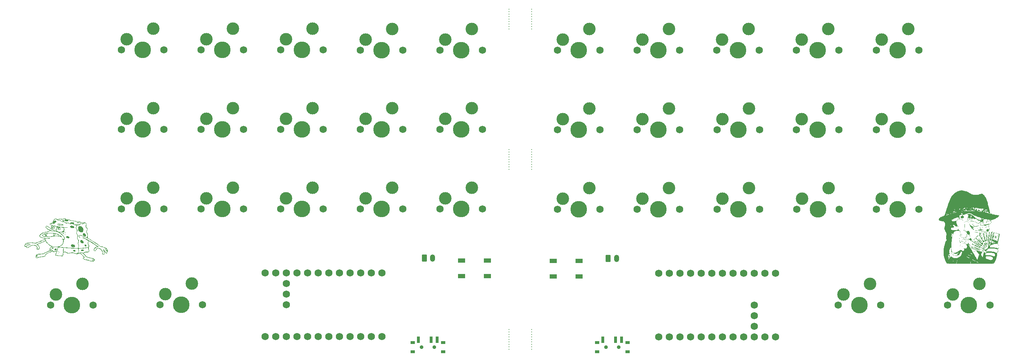
<source format=gts>
G04 #@! TF.GenerationSoftware,KiCad,Pcbnew,(7.0.0)*
G04 #@! TF.CreationDate,2023-03-18T22:02:57+08:00*
G04 #@! TF.ProjectId,lul_left,6c756c5f-6c65-4667-942e-6b696361645f,rev?*
G04 #@! TF.SameCoordinates,Original*
G04 #@! TF.FileFunction,Soldermask,Top*
G04 #@! TF.FilePolarity,Negative*
%FSLAX46Y46*%
G04 Gerber Fmt 4.6, Leading zero omitted, Abs format (unit mm)*
G04 Created by KiCad (PCBNEW (7.0.0)) date 2023-03-18 22:02:57*
%MOMM*%
%LPD*%
G01*
G04 APERTURE LIST*
G04 Aperture macros list*
%AMRoundRect*
0 Rectangle with rounded corners*
0 $1 Rounding radius*
0 $2 $3 $4 $5 $6 $7 $8 $9 X,Y pos of 4 corners*
0 Add a 4 corners polygon primitive as box body*
4,1,4,$2,$3,$4,$5,$6,$7,$8,$9,$2,$3,0*
0 Add four circle primitives for the rounded corners*
1,1,$1+$1,$2,$3*
1,1,$1+$1,$4,$5*
1,1,$1+$1,$6,$7*
1,1,$1+$1,$8,$9*
0 Add four rect primitives between the rounded corners*
20,1,$1+$1,$2,$3,$4,$5,0*
20,1,$1+$1,$4,$5,$6,$7,0*
20,1,$1+$1,$6,$7,$8,$9,0*
20,1,$1+$1,$8,$9,$2,$3,0*%
G04 Aperture macros list end*
%ADD10C,1.750000*%
%ADD11C,3.000000*%
%ADD12C,3.987800*%
%ADD13C,0.300000*%
%ADD14R,1.000000X0.800000*%
%ADD15C,0.900000*%
%ADD16R,0.700000X1.500000*%
%ADD17R,1.800000X1.100000*%
%ADD18C,1.752600*%
%ADD19RoundRect,0.250000X-0.350000X-0.625000X0.350000X-0.625000X0.350000X0.625000X-0.350000X0.625000X0*%
%ADD20O,1.200000X1.750000*%
G04 APERTURE END LIST*
G36*
X245665938Y-72032191D02*
G01*
X245654904Y-72043225D01*
X245643870Y-72032191D01*
X245654904Y-72021157D01*
X245665938Y-72032191D01*
G37*
G36*
X245974887Y-71414293D02*
G01*
X245963853Y-71425327D01*
X245952819Y-71414293D01*
X245963853Y-71403259D01*
X245974887Y-71414293D01*
G37*
G36*
X247321020Y-78321504D02*
G01*
X247309986Y-78332538D01*
X247298953Y-78321504D01*
X247309986Y-78310470D01*
X247321020Y-78321504D01*
G37*
G36*
X247321020Y-78740792D02*
G01*
X247309986Y-78751826D01*
X247298953Y-78740792D01*
X247309986Y-78729758D01*
X247321020Y-78740792D01*
G37*
G36*
X247343088Y-78233233D02*
G01*
X247332054Y-78244267D01*
X247321020Y-78233233D01*
X247332054Y-78222199D01*
X247343088Y-78233233D01*
G37*
G36*
X247629969Y-80263468D02*
G01*
X247618935Y-80274502D01*
X247607901Y-80263468D01*
X247618935Y-80252434D01*
X247629969Y-80263468D01*
G37*
G36*
X247652037Y-80064858D02*
G01*
X247641003Y-80075892D01*
X247629969Y-80064858D01*
X247641003Y-80053824D01*
X247652037Y-80064858D01*
G37*
G36*
X247718240Y-78321504D02*
G01*
X247707206Y-78332538D01*
X247696172Y-78321504D01*
X247707206Y-78310470D01*
X247718240Y-78321504D01*
G37*
G36*
X247784443Y-78696656D02*
G01*
X247773410Y-78707690D01*
X247762376Y-78696656D01*
X247773410Y-78685623D01*
X247784443Y-78696656D01*
G37*
G36*
X247850647Y-77813946D02*
G01*
X247839613Y-77824980D01*
X247828579Y-77813946D01*
X247839613Y-77802912D01*
X247850647Y-77813946D01*
G37*
G36*
X247872714Y-78696656D02*
G01*
X247861681Y-78707690D01*
X247850647Y-78696656D01*
X247861681Y-78685623D01*
X247872714Y-78696656D01*
G37*
G36*
X247916850Y-79469028D02*
G01*
X247905816Y-79480062D01*
X247894782Y-79469028D01*
X247905816Y-79457994D01*
X247916850Y-79469028D01*
G37*
G36*
X247938918Y-78167030D02*
G01*
X247927884Y-78178064D01*
X247916850Y-78167030D01*
X247927884Y-78155996D01*
X247938918Y-78167030D01*
G37*
G36*
X247983053Y-77880149D02*
G01*
X247972019Y-77891183D01*
X247960986Y-77880149D01*
X247972019Y-77869115D01*
X247983053Y-77880149D01*
G37*
G36*
X247983053Y-78475979D02*
G01*
X247972019Y-78487013D01*
X247960986Y-78475979D01*
X247972019Y-78464945D01*
X247983053Y-78475979D01*
G37*
G36*
X248005121Y-79336622D02*
G01*
X247994087Y-79347656D01*
X247983053Y-79336622D01*
X247994087Y-79325588D01*
X248005121Y-79336622D01*
G37*
G36*
X248027189Y-77880149D02*
G01*
X248016155Y-77891183D01*
X248005121Y-77880149D01*
X248016155Y-77869115D01*
X248027189Y-77880149D01*
G37*
G36*
X248027189Y-79733841D02*
G01*
X248016155Y-79744875D01*
X248005121Y-79733841D01*
X248016155Y-79722808D01*
X248027189Y-79733841D01*
G37*
G36*
X248071324Y-79446961D02*
G01*
X248060291Y-79457994D01*
X248049257Y-79446961D01*
X248060291Y-79435927D01*
X248071324Y-79446961D01*
G37*
G36*
X248071324Y-79667638D02*
G01*
X248060291Y-79678672D01*
X248049257Y-79667638D01*
X248060291Y-79656604D01*
X248071324Y-79667638D01*
G37*
G36*
X248115460Y-78122894D02*
G01*
X248104426Y-78133928D01*
X248093392Y-78122894D01*
X248104426Y-78111861D01*
X248115460Y-78122894D01*
G37*
G36*
X248115460Y-78608385D02*
G01*
X248104426Y-78619419D01*
X248093392Y-78608385D01*
X248104426Y-78597351D01*
X248115460Y-78608385D01*
G37*
G36*
X248115460Y-79601435D02*
G01*
X248104426Y-79612469D01*
X248093392Y-79601435D01*
X248104426Y-79590401D01*
X248115460Y-79601435D01*
G37*
G36*
X248159595Y-78630453D02*
G01*
X248148562Y-78641487D01*
X248137528Y-78630453D01*
X248148562Y-78619419D01*
X248159595Y-78630453D01*
G37*
G36*
X248225799Y-78453911D02*
G01*
X248214765Y-78464945D01*
X248203731Y-78453911D01*
X248214765Y-78442877D01*
X248225799Y-78453911D01*
G37*
G36*
X248247867Y-77990488D02*
G01*
X248236833Y-78001522D01*
X248225799Y-77990488D01*
X248236833Y-77979454D01*
X248247867Y-77990488D01*
G37*
G36*
X248292002Y-78277369D02*
G01*
X248280968Y-78288403D01*
X248269934Y-78277369D01*
X248280968Y-78266335D01*
X248292002Y-78277369D01*
G37*
G36*
X248667154Y-76754693D02*
G01*
X248656120Y-76765727D01*
X248645086Y-76754693D01*
X248656120Y-76743659D01*
X248667154Y-76754693D01*
G37*
G36*
X248667154Y-77703607D02*
G01*
X248656120Y-77714641D01*
X248645086Y-77703607D01*
X248656120Y-77692573D01*
X248667154Y-77703607D01*
G37*
G36*
X248777493Y-77063642D02*
G01*
X248766459Y-77074676D01*
X248755425Y-77063642D01*
X248766459Y-77052608D01*
X248777493Y-77063642D01*
G37*
G36*
X248843696Y-77836013D02*
G01*
X248832662Y-77847047D01*
X248821628Y-77836013D01*
X248832662Y-77824980D01*
X248843696Y-77836013D01*
G37*
G36*
X250057423Y-71083277D02*
G01*
X250046390Y-71094311D01*
X250035356Y-71083277D01*
X250046390Y-71072243D01*
X250057423Y-71083277D01*
G37*
G36*
X250101559Y-80153129D02*
G01*
X250090525Y-80164163D01*
X250079491Y-80153129D01*
X250090525Y-80142095D01*
X250101559Y-80153129D01*
G37*
G36*
X250388440Y-80219332D02*
G01*
X250377406Y-80230366D01*
X250366372Y-80219332D01*
X250377406Y-80208298D01*
X250388440Y-80219332D01*
G37*
G36*
X250498779Y-80307603D02*
G01*
X250487745Y-80318637D01*
X250476711Y-80307603D01*
X250487745Y-80296570D01*
X250498779Y-80307603D01*
G37*
G36*
X250631185Y-80153129D02*
G01*
X250620152Y-80164163D01*
X250609118Y-80153129D01*
X250620152Y-80142095D01*
X250631185Y-80153129D01*
G37*
G36*
X250631185Y-80329671D02*
G01*
X250620152Y-80340705D01*
X250609118Y-80329671D01*
X250620152Y-80318637D01*
X250631185Y-80329671D01*
G37*
G36*
X250653253Y-80241400D02*
G01*
X250642219Y-80252434D01*
X250631185Y-80241400D01*
X250642219Y-80230366D01*
X250653253Y-80241400D01*
G37*
G36*
X250719456Y-80351739D02*
G01*
X250708423Y-80362773D01*
X250697389Y-80351739D01*
X250708423Y-80340705D01*
X250719456Y-80351739D01*
G37*
G36*
X250741524Y-75871982D02*
G01*
X250730490Y-75883016D01*
X250719456Y-75871982D01*
X250730490Y-75860948D01*
X250741524Y-75871982D01*
G37*
G36*
X250785660Y-79667638D02*
G01*
X250774626Y-79678672D01*
X250763592Y-79667638D01*
X250774626Y-79656604D01*
X250785660Y-79667638D01*
G37*
G36*
X250851863Y-80395874D02*
G01*
X250840829Y-80406908D01*
X250829795Y-80395874D01*
X250840829Y-80384841D01*
X250851863Y-80395874D01*
G37*
G36*
X250873931Y-71303954D02*
G01*
X250862897Y-71314988D01*
X250851863Y-71303954D01*
X250862897Y-71292921D01*
X250873931Y-71303954D01*
G37*
G36*
X251028405Y-71326022D02*
G01*
X251017371Y-71337056D01*
X251006337Y-71326022D01*
X251017371Y-71314988D01*
X251028405Y-71326022D01*
G37*
G36*
X251116676Y-79888316D02*
G01*
X251105642Y-79899350D01*
X251094609Y-79888316D01*
X251105642Y-79877282D01*
X251116676Y-79888316D01*
G37*
G36*
X251160812Y-71215683D02*
G01*
X251149778Y-71226717D01*
X251138744Y-71215683D01*
X251149778Y-71204649D01*
X251160812Y-71215683D01*
G37*
G36*
X251160812Y-80484146D02*
G01*
X251149778Y-80495179D01*
X251138744Y-80484146D01*
X251149778Y-80473112D01*
X251160812Y-80484146D01*
G37*
G36*
X251271151Y-80550349D02*
G01*
X251260117Y-80561383D01*
X251249083Y-80550349D01*
X251260117Y-80539315D01*
X251271151Y-80550349D01*
G37*
G36*
X251315286Y-79755909D02*
G01*
X251304252Y-79766943D01*
X251293218Y-79755909D01*
X251304252Y-79744875D01*
X251315286Y-79755909D01*
G37*
G36*
X251337354Y-78895266D02*
G01*
X251326320Y-78906300D01*
X251315286Y-78895266D01*
X251326320Y-78884232D01*
X251337354Y-78895266D01*
G37*
G36*
X251359422Y-78056691D02*
G01*
X251348388Y-78067725D01*
X251337354Y-78056691D01*
X251348388Y-78045657D01*
X251359422Y-78056691D01*
G37*
G36*
X251558032Y-79491096D02*
G01*
X251546998Y-79502130D01*
X251535964Y-79491096D01*
X251546998Y-79480062D01*
X251558032Y-79491096D01*
G37*
G36*
X251580099Y-78343572D02*
G01*
X251569065Y-78354606D01*
X251558032Y-78343572D01*
X251569065Y-78332538D01*
X251580099Y-78343572D01*
G37*
G36*
X251712506Y-80660688D02*
G01*
X251701472Y-80671722D01*
X251690438Y-80660688D01*
X251701472Y-80649654D01*
X251712506Y-80660688D01*
G37*
G36*
X251800777Y-71303954D02*
G01*
X251789743Y-71314988D01*
X251778709Y-71303954D01*
X251789743Y-71292921D01*
X251800777Y-71303954D01*
G37*
G36*
X251800777Y-71524632D02*
G01*
X251789743Y-71535666D01*
X251778709Y-71524632D01*
X251789743Y-71513598D01*
X251800777Y-71524632D01*
G37*
G36*
X251800777Y-78387708D02*
G01*
X251789743Y-78398742D01*
X251778709Y-78387708D01*
X251789743Y-78376674D01*
X251800777Y-78387708D01*
G37*
G36*
X251800777Y-79270418D02*
G01*
X251789743Y-79281452D01*
X251778709Y-79270418D01*
X251789743Y-79259384D01*
X251800777Y-79270418D01*
G37*
G36*
X251844913Y-78431843D02*
G01*
X251833879Y-78442877D01*
X251822845Y-78431843D01*
X251833879Y-78420809D01*
X251844913Y-78431843D01*
G37*
G36*
X251955251Y-78520114D02*
G01*
X251944218Y-78531148D01*
X251933184Y-78520114D01*
X251944218Y-78509080D01*
X251955251Y-78520114D01*
G37*
G36*
X251955251Y-80793094D02*
G01*
X251944218Y-80804128D01*
X251933184Y-80793094D01*
X251944218Y-80782060D01*
X251955251Y-80793094D01*
G37*
G36*
X251999387Y-71348090D02*
G01*
X251988353Y-71359124D01*
X251977319Y-71348090D01*
X251988353Y-71337056D01*
X251999387Y-71348090D01*
G37*
G36*
X252021455Y-78586318D02*
G01*
X252010421Y-78597351D01*
X251999387Y-78586318D01*
X252010421Y-78575284D01*
X252021455Y-78586318D01*
G37*
G36*
X252065590Y-71480497D02*
G01*
X252054556Y-71491530D01*
X252043522Y-71480497D01*
X252054556Y-71469463D01*
X252065590Y-71480497D01*
G37*
G36*
X252087658Y-78674589D02*
G01*
X252076624Y-78685623D01*
X252065590Y-78674589D01*
X252076624Y-78663555D01*
X252087658Y-78674589D01*
G37*
G36*
X252153861Y-78983537D02*
G01*
X252142827Y-78994571D01*
X252131794Y-78983537D01*
X252142827Y-78972504D01*
X252153861Y-78983537D01*
G37*
G36*
X252242132Y-81278585D02*
G01*
X252231099Y-81289619D01*
X252220065Y-81278585D01*
X252231099Y-81267551D01*
X252242132Y-81278585D01*
G37*
G36*
X252264200Y-77151913D02*
G01*
X252253166Y-77162947D01*
X252242132Y-77151913D01*
X252253166Y-77140879D01*
X252264200Y-77151913D01*
G37*
G36*
X252286268Y-80771027D02*
G01*
X252275234Y-80782060D01*
X252264200Y-80771027D01*
X252275234Y-80759993D01*
X252286268Y-80771027D01*
G37*
G36*
X252308336Y-77129845D02*
G01*
X252297302Y-77140879D01*
X252286268Y-77129845D01*
X252297302Y-77118811D01*
X252308336Y-77129845D01*
G37*
G36*
X252308336Y-81344788D02*
G01*
X252297302Y-81355822D01*
X252286268Y-81344788D01*
X252297302Y-81333755D01*
X252308336Y-81344788D01*
G37*
G36*
X252352471Y-71370158D02*
G01*
X252341437Y-71381192D01*
X252330403Y-71370158D01*
X252341437Y-71359124D01*
X252352471Y-71370158D01*
G37*
G36*
X252352471Y-75916118D02*
G01*
X252341437Y-75927152D01*
X252330403Y-75916118D01*
X252341437Y-75905084D01*
X252352471Y-75916118D01*
G37*
G36*
X252352471Y-81366856D02*
G01*
X252341437Y-81377890D01*
X252330403Y-81366856D01*
X252341437Y-81355822D01*
X252352471Y-81366856D01*
G37*
G36*
X252418675Y-81124111D02*
G01*
X252407641Y-81135145D01*
X252396607Y-81124111D01*
X252407641Y-81113077D01*
X252418675Y-81124111D01*
G37*
G36*
X252462810Y-77041574D02*
G01*
X252451776Y-77052608D01*
X252440742Y-77041574D01*
X252451776Y-77030540D01*
X252462810Y-77041574D01*
G37*
G36*
X252462810Y-77637404D02*
G01*
X252451776Y-77648437D01*
X252440742Y-77637404D01*
X252451776Y-77626370D01*
X252462810Y-77637404D01*
G37*
G36*
X252573149Y-77924285D02*
G01*
X252562115Y-77935318D01*
X252551081Y-77924285D01*
X252562115Y-77913251D01*
X252573149Y-77924285D01*
G37*
G36*
X252595217Y-81079975D02*
G01*
X252584183Y-81091009D01*
X252573149Y-81079975D01*
X252584183Y-81068941D01*
X252595217Y-81079975D01*
G37*
G36*
X252617284Y-77880149D02*
G01*
X252606251Y-77891183D01*
X252595217Y-77880149D01*
X252606251Y-77869115D01*
X252617284Y-77880149D01*
G37*
G36*
X252639352Y-80263468D02*
G01*
X252628318Y-80274502D01*
X252617284Y-80263468D01*
X252628318Y-80252434D01*
X252639352Y-80263468D01*
G37*
G36*
X252683488Y-78144962D02*
G01*
X252672454Y-78155996D01*
X252661420Y-78144962D01*
X252672454Y-78133928D01*
X252683488Y-78144962D01*
G37*
G36*
X252749691Y-78100827D02*
G01*
X252738657Y-78111861D01*
X252727623Y-78100827D01*
X252738657Y-78089793D01*
X252749691Y-78100827D01*
G37*
G36*
X252771759Y-78498047D02*
G01*
X252760725Y-78509080D01*
X252749691Y-78498047D01*
X252760725Y-78487013D01*
X252771759Y-78498047D01*
G37*
G36*
X252793827Y-78233233D02*
G01*
X252782793Y-78244267D01*
X252771759Y-78233233D01*
X252782793Y-78222199D01*
X252793827Y-78233233D01*
G37*
G36*
X252904165Y-78365640D02*
G01*
X252893132Y-78376674D01*
X252882098Y-78365640D01*
X252893132Y-78354606D01*
X252904165Y-78365640D01*
G37*
G36*
X252904165Y-79402825D02*
G01*
X252893132Y-79413859D01*
X252882098Y-79402825D01*
X252893132Y-79391791D01*
X252904165Y-79402825D01*
G37*
G36*
X252926233Y-79358689D02*
G01*
X252915199Y-79369723D01*
X252904165Y-79358689D01*
X252915199Y-79347656D01*
X252926233Y-79358689D01*
G37*
G36*
X253014504Y-77791878D02*
G01*
X253003470Y-77802912D01*
X252992436Y-77791878D01*
X253003470Y-77780844D01*
X253014504Y-77791878D01*
G37*
G36*
X253279317Y-77504997D02*
G01*
X253268284Y-77516031D01*
X253257250Y-77504997D01*
X253268284Y-77493963D01*
X253279317Y-77504997D01*
G37*
G36*
X253301385Y-77460861D02*
G01*
X253290351Y-77471895D01*
X253279317Y-77460861D01*
X253290351Y-77449828D01*
X253301385Y-77460861D01*
G37*
G36*
X253301385Y-77769810D02*
G01*
X253290351Y-77780844D01*
X253279317Y-77769810D01*
X253290351Y-77758776D01*
X253301385Y-77769810D01*
G37*
G36*
X253301385Y-78034623D02*
G01*
X253290351Y-78045657D01*
X253279317Y-78034623D01*
X253290351Y-78023590D01*
X253301385Y-78034623D01*
G37*
G36*
X253301385Y-78167030D02*
G01*
X253290351Y-78178064D01*
X253279317Y-78167030D01*
X253290351Y-78155996D01*
X253301385Y-78167030D01*
G37*
G36*
X253323453Y-71965987D02*
G01*
X253312419Y-71977021D01*
X253301385Y-71965987D01*
X253312419Y-71954954D01*
X253323453Y-71965987D01*
G37*
G36*
X253345521Y-78233233D02*
G01*
X253334487Y-78244267D01*
X253323453Y-78233233D01*
X253334487Y-78222199D01*
X253345521Y-78233233D01*
G37*
G36*
X253367589Y-77946352D02*
G01*
X253356555Y-77957386D01*
X253345521Y-77946352D01*
X253356555Y-77935318D01*
X253367589Y-77946352D01*
G37*
G36*
X253676537Y-79270418D02*
G01*
X253665503Y-79281452D01*
X253654469Y-79270418D01*
X253665503Y-79259384D01*
X253676537Y-79270418D01*
G37*
G36*
X253698605Y-80594484D02*
G01*
X253687571Y-80605518D01*
X253676537Y-80594484D01*
X253687571Y-80583451D01*
X253698605Y-80594484D01*
G37*
G36*
X253808944Y-77240184D02*
G01*
X253797910Y-77251218D01*
X253786876Y-77240184D01*
X253797910Y-77229150D01*
X253808944Y-77240184D01*
G37*
G36*
X253831012Y-78056691D02*
G01*
X253819978Y-78067725D01*
X253808944Y-78056691D01*
X253819978Y-78045657D01*
X253831012Y-78056691D01*
G37*
G36*
X253853079Y-78012556D02*
G01*
X253842046Y-78023590D01*
X253831012Y-78012556D01*
X253842046Y-78001522D01*
X253853079Y-78012556D01*
G37*
G36*
X253853079Y-78122894D02*
G01*
X253842046Y-78133928D01*
X253831012Y-78122894D01*
X253842046Y-78111861D01*
X253853079Y-78122894D01*
G37*
G36*
X253875147Y-78233233D02*
G01*
X253864113Y-78244267D01*
X253853079Y-78233233D01*
X253864113Y-78222199D01*
X253875147Y-78233233D01*
G37*
G36*
X253919283Y-72032191D02*
G01*
X253908249Y-72043225D01*
X253897215Y-72032191D01*
X253908249Y-72021157D01*
X253919283Y-72032191D01*
G37*
G36*
X253919283Y-78299437D02*
G01*
X253908249Y-78310470D01*
X253897215Y-78299437D01*
X253908249Y-78288403D01*
X253919283Y-78299437D01*
G37*
G36*
X253941350Y-77372590D02*
G01*
X253930317Y-77383624D01*
X253919283Y-77372590D01*
X253930317Y-77361557D01*
X253941350Y-77372590D01*
G37*
G36*
X253963418Y-77504997D02*
G01*
X253952384Y-77516031D01*
X253941350Y-77504997D01*
X253952384Y-77493963D01*
X253963418Y-77504997D01*
G37*
G36*
X254294435Y-78299437D02*
G01*
X254283401Y-78310470D01*
X254272367Y-78299437D01*
X254283401Y-78288403D01*
X254294435Y-78299437D01*
G37*
G36*
X254338570Y-79777977D02*
G01*
X254327536Y-79789011D01*
X254316503Y-79777977D01*
X254327536Y-79766943D01*
X254338570Y-79777977D01*
G37*
G36*
X254360638Y-79645570D02*
G01*
X254349604Y-79656604D01*
X254338570Y-79645570D01*
X254349604Y-79634537D01*
X254360638Y-79645570D01*
G37*
G36*
X254404774Y-77813946D02*
G01*
X254393740Y-77824980D01*
X254382706Y-77813946D01*
X254393740Y-77802912D01*
X254404774Y-77813946D01*
G37*
G36*
X254426841Y-77151913D02*
G01*
X254415807Y-77162947D01*
X254404774Y-77151913D01*
X254415807Y-77140879D01*
X254426841Y-77151913D01*
G37*
G36*
X254515112Y-77129845D02*
G01*
X254504079Y-77140879D01*
X254493045Y-77129845D01*
X254504079Y-77118811D01*
X254515112Y-77129845D01*
G37*
G36*
X254625451Y-76666422D02*
G01*
X254614417Y-76677456D01*
X254603383Y-76666422D01*
X254614417Y-76655388D01*
X254625451Y-76666422D01*
G37*
G36*
X254824061Y-77813946D02*
G01*
X254813027Y-77824980D01*
X254801993Y-77813946D01*
X254813027Y-77802912D01*
X254824061Y-77813946D01*
G37*
G36*
X255000603Y-77527065D02*
G01*
X254989569Y-77538099D01*
X254978536Y-77527065D01*
X254989569Y-77516031D01*
X255000603Y-77527065D01*
G37*
G36*
X255022671Y-77460861D02*
G01*
X255011637Y-77471895D01*
X255000603Y-77460861D01*
X255011637Y-77449828D01*
X255022671Y-77460861D01*
G37*
G36*
X255066807Y-77240184D02*
G01*
X255055773Y-77251218D01*
X255044739Y-77240184D01*
X255055773Y-77229150D01*
X255066807Y-77240184D01*
G37*
G36*
X255221281Y-78299437D02*
G01*
X255210247Y-78310470D01*
X255199213Y-78299437D01*
X255210247Y-78288403D01*
X255221281Y-78299437D01*
G37*
G36*
X255353688Y-78233233D02*
G01*
X255342654Y-78244267D01*
X255331620Y-78233233D01*
X255342654Y-78222199D01*
X255353688Y-78233233D01*
G37*
G36*
X255508162Y-77637404D02*
G01*
X255497128Y-77648437D01*
X255486094Y-77637404D01*
X255497128Y-77626370D01*
X255508162Y-77637404D01*
G37*
G36*
X255530230Y-77769810D02*
G01*
X255519196Y-77780844D01*
X255508162Y-77769810D01*
X255519196Y-77758776D01*
X255530230Y-77769810D01*
G37*
G36*
X255552297Y-77637404D02*
G01*
X255541264Y-77648437D01*
X255530230Y-77637404D01*
X255541264Y-77626370D01*
X255552297Y-77637404D01*
G37*
G36*
X255574365Y-77571200D02*
G01*
X255563331Y-77582234D01*
X255552297Y-77571200D01*
X255563331Y-77560166D01*
X255574365Y-77571200D01*
G37*
G36*
X255640569Y-76820896D02*
G01*
X255629535Y-76831930D01*
X255618501Y-76820896D01*
X255629535Y-76809862D01*
X255640569Y-76820896D01*
G37*
G36*
X256170195Y-77858081D02*
G01*
X256159161Y-77869115D01*
X256148127Y-77858081D01*
X256159161Y-77847047D01*
X256170195Y-77858081D01*
G37*
G36*
X256192263Y-78895266D02*
G01*
X256181229Y-78906300D01*
X256170195Y-78895266D01*
X256181229Y-78884232D01*
X256192263Y-78895266D01*
G37*
G36*
X256302602Y-78144962D02*
G01*
X256291568Y-78155996D01*
X256280534Y-78144962D01*
X256291568Y-78133928D01*
X256302602Y-78144962D01*
G37*
G36*
X256390873Y-79557299D02*
G01*
X256379839Y-79568333D01*
X256368805Y-79557299D01*
X256379839Y-79546265D01*
X256390873Y-79557299D01*
G37*
G36*
X244135906Y-72425733D02*
G01*
X244132877Y-72438852D01*
X244121194Y-72440444D01*
X244103030Y-72432370D01*
X244106482Y-72425733D01*
X244132672Y-72423092D01*
X244135906Y-72425733D01*
G37*
G36*
X247446071Y-78891588D02*
G01*
X247443042Y-78904708D01*
X247431359Y-78906300D01*
X247413195Y-78898226D01*
X247416647Y-78891588D01*
X247442837Y-78888947D01*
X247446071Y-78891588D01*
G37*
G36*
X247490207Y-78957792D02*
G01*
X247492848Y-78983981D01*
X247490207Y-78987215D01*
X247477087Y-78984186D01*
X247475495Y-78972504D01*
X247483569Y-78954339D01*
X247490207Y-78957792D01*
G37*
G36*
X247512274Y-78759182D02*
G01*
X247509245Y-78772301D01*
X247497562Y-78773894D01*
X247479398Y-78765819D01*
X247482851Y-78759182D01*
X247509040Y-78756541D01*
X247512274Y-78759182D01*
G37*
G36*
X247512274Y-78891588D02*
G01*
X247514915Y-78917778D01*
X247512274Y-78921012D01*
X247499155Y-78917983D01*
X247497562Y-78906300D01*
X247505637Y-78888136D01*
X247512274Y-78891588D01*
G37*
G36*
X247622976Y-76916063D02*
G01*
X247625607Y-76950553D01*
X247621234Y-76958360D01*
X247611204Y-76951779D01*
X247609643Y-76929396D01*
X247615033Y-76905849D01*
X247622976Y-76916063D01*
G37*
G36*
X247666749Y-78715046D02*
G01*
X247663719Y-78728165D01*
X247652037Y-78729758D01*
X247633873Y-78721684D01*
X247637325Y-78715046D01*
X247663514Y-78712405D01*
X247666749Y-78715046D01*
G37*
G36*
X247799155Y-78803317D02*
G01*
X247796126Y-78816437D01*
X247784443Y-78818029D01*
X247766279Y-78809955D01*
X247769732Y-78803317D01*
X247795921Y-78800676D01*
X247799155Y-78803317D01*
G37*
G36*
X247821223Y-76419998D02*
G01*
X247818194Y-76433118D01*
X247806511Y-76434710D01*
X247788347Y-76426636D01*
X247791799Y-76419998D01*
X247817989Y-76417357D01*
X247821223Y-76419998D01*
G37*
G36*
X247887426Y-78737114D02*
G01*
X247890067Y-78763303D01*
X247887426Y-78766538D01*
X247874307Y-78763508D01*
X247872714Y-78751826D01*
X247880789Y-78733662D01*
X247887426Y-78737114D01*
G37*
G36*
X247910873Y-76399310D02*
G01*
X247904292Y-76409340D01*
X247881909Y-76410900D01*
X247858362Y-76405511D01*
X247868577Y-76397568D01*
X247903066Y-76394937D01*
X247910873Y-76399310D01*
G37*
G36*
X247975697Y-78604707D02*
G01*
X247978338Y-78630897D01*
X247975697Y-78634131D01*
X247962578Y-78631102D01*
X247960986Y-78619419D01*
X247969060Y-78601255D01*
X247975697Y-78604707D01*
G37*
G36*
X247997765Y-78141284D02*
G01*
X248000406Y-78167474D01*
X247997765Y-78170708D01*
X247984646Y-78167679D01*
X247983053Y-78155996D01*
X247991128Y-78137832D01*
X247997765Y-78141284D01*
G37*
G36*
X248041901Y-79377079D02*
G01*
X248038871Y-79390198D01*
X248027189Y-79391791D01*
X248009025Y-79383717D01*
X248012477Y-79377079D01*
X248038666Y-79374438D01*
X248041901Y-79377079D01*
G37*
G36*
X248108104Y-78053013D02*
G01*
X248110745Y-78079202D01*
X248108104Y-78082437D01*
X248094985Y-78079408D01*
X248093392Y-78067725D01*
X248101466Y-78049561D01*
X248108104Y-78053013D01*
G37*
G36*
X248506703Y-76840665D02*
G01*
X248500122Y-76850695D01*
X248477739Y-76852256D01*
X248454192Y-76846866D01*
X248464407Y-76838923D01*
X248498896Y-76836292D01*
X248506703Y-76840665D01*
G37*
G36*
X248527755Y-74621016D02*
G01*
X248530385Y-74655505D01*
X248526012Y-74663312D01*
X248515982Y-74656731D01*
X248514422Y-74634348D01*
X248519811Y-74610801D01*
X248527755Y-74621016D01*
G37*
G36*
X248726001Y-77082031D02*
G01*
X248722972Y-77095151D01*
X248711290Y-77096743D01*
X248693125Y-77088669D01*
X248696578Y-77082031D01*
X248722767Y-77079390D01*
X248726001Y-77082031D01*
G37*
G36*
X250469355Y-75846236D02*
G01*
X250466326Y-75859356D01*
X250454643Y-75860948D01*
X250436479Y-75852874D01*
X250439931Y-75846236D01*
X250466121Y-75843595D01*
X250469355Y-75846236D01*
G37*
G36*
X250866575Y-80281858D02*
G01*
X250863546Y-80294977D01*
X250851863Y-80296570D01*
X250833699Y-80288495D01*
X250837151Y-80281858D01*
X250863340Y-80279217D01*
X250866575Y-80281858D01*
G37*
G36*
X251021049Y-80325993D02*
G01*
X251018020Y-80339112D01*
X251006337Y-80340705D01*
X250988173Y-80332631D01*
X250991626Y-80325993D01*
X251017815Y-80323352D01*
X251021049Y-80325993D01*
G37*
G36*
X251219659Y-79023995D02*
G01*
X251216630Y-79037114D01*
X251204947Y-79038707D01*
X251186783Y-79030633D01*
X251190235Y-79023995D01*
X251216425Y-79021354D01*
X251219659Y-79023995D01*
G37*
G36*
X251352066Y-71234073D02*
G01*
X251354707Y-71260262D01*
X251352066Y-71263497D01*
X251338947Y-71260468D01*
X251337354Y-71248785D01*
X251345428Y-71230621D01*
X251352066Y-71234073D01*
G37*
G36*
X251462405Y-80568739D02*
G01*
X251459375Y-80581858D01*
X251447693Y-80583451D01*
X251429529Y-80575376D01*
X251432981Y-80568739D01*
X251459170Y-80566098D01*
X251462405Y-80568739D01*
G37*
G36*
X251572743Y-76088982D02*
G01*
X251575385Y-76115171D01*
X251572743Y-76118406D01*
X251559624Y-76115376D01*
X251558032Y-76103694D01*
X251566106Y-76085530D01*
X251572743Y-76088982D01*
G37*
G36*
X251572743Y-78406097D02*
G01*
X251575385Y-78432287D01*
X251572743Y-78435521D01*
X251559624Y-78432492D01*
X251558032Y-78420809D01*
X251566106Y-78402645D01*
X251572743Y-78406097D01*
G37*
G36*
X251661015Y-80634942D02*
G01*
X251663656Y-80661131D01*
X251661015Y-80664366D01*
X251647895Y-80661336D01*
X251646303Y-80649654D01*
X251654377Y-80631490D01*
X251661015Y-80634942D01*
G37*
G36*
X251683082Y-71278209D02*
G01*
X251680053Y-71291328D01*
X251668370Y-71292921D01*
X251650206Y-71284846D01*
X251653659Y-71278209D01*
X251679848Y-71275568D01*
X251683082Y-71278209D01*
G37*
G36*
X251793421Y-71388548D02*
G01*
X251790392Y-71401667D01*
X251778709Y-71403259D01*
X251760545Y-71395185D01*
X251763997Y-71388548D01*
X251790187Y-71385906D01*
X251793421Y-71388548D01*
G37*
G36*
X251903760Y-71498886D02*
G01*
X251900731Y-71512006D01*
X251889048Y-71513598D01*
X251870884Y-71505524D01*
X251874336Y-71498886D01*
X251900526Y-71496245D01*
X251903760Y-71498886D01*
G37*
G36*
X252036167Y-78670911D02*
G01*
X252033137Y-78684030D01*
X252021455Y-78685623D01*
X252003290Y-78677548D01*
X252006743Y-78670911D01*
X252032932Y-78668270D01*
X252036167Y-78670911D01*
G37*
G36*
X252058234Y-71300276D02*
G01*
X252055205Y-71313396D01*
X252043522Y-71314988D01*
X252025358Y-71306914D01*
X252028811Y-71300276D01*
X252055000Y-71297635D01*
X252058234Y-71300276D01*
G37*
G36*
X252212709Y-77611658D02*
G01*
X252215350Y-77637847D01*
X252212709Y-77641082D01*
X252199589Y-77638052D01*
X252197997Y-77626370D01*
X252206071Y-77608205D01*
X252212709Y-77611658D01*
G37*
G36*
X252278912Y-81120433D02*
G01*
X252275883Y-81133552D01*
X252264200Y-81135145D01*
X252246036Y-81127070D01*
X252249488Y-81120433D01*
X252275678Y-81117792D01*
X252278912Y-81120433D01*
G37*
G36*
X252300980Y-79090198D02*
G01*
X252297951Y-79103318D01*
X252286268Y-79104910D01*
X252268104Y-79096836D01*
X252271556Y-79090198D01*
X252297745Y-79087557D01*
X252300980Y-79090198D01*
G37*
G36*
X252323048Y-78869521D02*
G01*
X252320018Y-78882640D01*
X252308336Y-78884232D01*
X252290171Y-78876158D01*
X252293624Y-78869521D01*
X252319813Y-78866880D01*
X252323048Y-78869521D01*
G37*
G36*
X252345115Y-80745281D02*
G01*
X252347756Y-80771470D01*
X252345115Y-80774704D01*
X252331996Y-80771675D01*
X252330403Y-80759993D01*
X252338478Y-80741828D01*
X252345115Y-80745281D01*
G37*
G36*
X252411319Y-77876471D02*
G01*
X252413960Y-77902660D01*
X252411319Y-77905895D01*
X252398199Y-77902866D01*
X252396607Y-77891183D01*
X252404681Y-77873019D01*
X252411319Y-77876471D01*
G37*
G36*
X252565793Y-77126167D02*
G01*
X252562764Y-77139286D01*
X252551081Y-77140879D01*
X252532917Y-77132805D01*
X252536369Y-77126167D01*
X252562559Y-77123526D01*
X252565793Y-77126167D01*
G37*
G36*
X252611308Y-81121812D02*
G01*
X252604726Y-81131842D01*
X252582344Y-81133402D01*
X252558797Y-81128013D01*
X252569011Y-81120070D01*
X252603500Y-81117439D01*
X252611308Y-81121812D01*
G37*
G36*
X252720267Y-78406097D02*
G01*
X252722908Y-78432287D01*
X252720267Y-78435521D01*
X252707148Y-78432492D01*
X252705556Y-78420809D01*
X252713630Y-78402645D01*
X252720267Y-78406097D01*
G37*
G36*
X252764403Y-77744064D02*
G01*
X252767044Y-77770254D01*
X252764403Y-77773488D01*
X252751284Y-77770459D01*
X252749691Y-77758776D01*
X252757765Y-77740612D01*
X252764403Y-77744064D01*
G37*
G36*
X252786471Y-78163352D02*
G01*
X252783441Y-78176471D01*
X252771759Y-78178064D01*
X252753595Y-78169990D01*
X252757047Y-78163352D01*
X252783236Y-78160711D01*
X252786471Y-78163352D01*
G37*
G36*
X252830606Y-79597757D02*
G01*
X252833247Y-79623946D01*
X252830606Y-79627181D01*
X252817487Y-79624151D01*
X252815894Y-79612469D01*
X252823969Y-79594304D01*
X252830606Y-79597757D01*
G37*
G36*
X252852674Y-78384030D02*
G01*
X252849645Y-78397149D01*
X252837962Y-78398742D01*
X252819798Y-78390667D01*
X252823250Y-78384030D01*
X252849440Y-78381389D01*
X252852674Y-78384030D01*
G37*
G36*
X253073715Y-77335351D02*
G01*
X253076345Y-77369840D01*
X253071972Y-77377648D01*
X253061942Y-77371066D01*
X253060382Y-77348684D01*
X253065771Y-77325137D01*
X253073715Y-77335351D01*
G37*
G36*
X253161623Y-77545455D02*
G01*
X253158593Y-77558574D01*
X253146911Y-77560166D01*
X253128747Y-77552092D01*
X253132199Y-77545455D01*
X253158388Y-77542813D01*
X253161623Y-77545455D01*
G37*
G36*
X253183690Y-77611658D02*
G01*
X253186332Y-77637847D01*
X253183690Y-77641082D01*
X253170571Y-77638052D01*
X253168979Y-77626370D01*
X253177053Y-77608205D01*
X253183690Y-77611658D01*
G37*
G36*
X253316460Y-77511893D02*
G01*
X253319091Y-77546382D01*
X253314718Y-77554190D01*
X253304688Y-77547608D01*
X253303127Y-77525226D01*
X253308517Y-77501679D01*
X253316460Y-77511893D01*
G37*
G36*
X253382300Y-77744064D02*
G01*
X253379271Y-77757184D01*
X253367589Y-77758776D01*
X253349424Y-77750702D01*
X253352877Y-77744064D01*
X253379066Y-77741423D01*
X253382300Y-77744064D01*
G37*
G36*
X253625046Y-72028513D02*
G01*
X253622017Y-72041632D01*
X253610334Y-72043225D01*
X253592170Y-72035150D01*
X253595622Y-72028513D01*
X253621811Y-72025872D01*
X253625046Y-72028513D01*
G37*
G36*
X253735748Y-77202944D02*
G01*
X253738378Y-77237434D01*
X253734005Y-77245241D01*
X253723975Y-77238660D01*
X253722415Y-77216277D01*
X253727804Y-77192730D01*
X253735748Y-77202944D01*
G37*
G36*
X253779520Y-77302709D02*
G01*
X253776491Y-77315828D01*
X253764808Y-77317421D01*
X253746644Y-77309347D01*
X253750096Y-77302709D01*
X253776286Y-77300068D01*
X253779520Y-77302709D01*
G37*
G36*
X253801588Y-77413048D02*
G01*
X253798559Y-77426167D01*
X253786876Y-77427760D01*
X253768712Y-77419686D01*
X253772164Y-77413048D01*
X253798354Y-77410407D01*
X253801588Y-77413048D01*
G37*
G36*
X253823656Y-77324777D02*
G01*
X253826297Y-77350966D01*
X253823656Y-77354201D01*
X253810536Y-77351171D01*
X253808944Y-77339489D01*
X253817018Y-77321324D01*
X253823656Y-77324777D01*
G37*
G36*
X253823656Y-78957792D02*
G01*
X253826297Y-78983981D01*
X253823656Y-78987215D01*
X253810536Y-78984186D01*
X253808944Y-78972504D01*
X253817018Y-78954339D01*
X253823656Y-78957792D01*
G37*
G36*
X253845723Y-77920607D02*
G01*
X253842694Y-77933726D01*
X253831012Y-77935318D01*
X253812847Y-77927244D01*
X253816300Y-77920607D01*
X253842489Y-77917966D01*
X253845723Y-77920607D01*
G37*
G36*
X253890222Y-80027619D02*
G01*
X253892853Y-80062108D01*
X253888480Y-80069915D01*
X253878450Y-80063334D01*
X253876889Y-80040951D01*
X253882279Y-80017404D01*
X253890222Y-80027619D01*
G37*
G36*
X253891238Y-77414427D02*
G01*
X253884657Y-77424457D01*
X253862274Y-77426018D01*
X253838727Y-77420628D01*
X253848942Y-77412685D01*
X253883431Y-77410054D01*
X253891238Y-77414427D01*
G37*
G36*
X253911927Y-77523387D02*
G01*
X253908898Y-77536506D01*
X253897215Y-77538099D01*
X253879051Y-77530024D01*
X253882503Y-77523387D01*
X253908692Y-77520746D01*
X253911927Y-77523387D01*
G37*
G36*
X254057206Y-76883518D02*
G01*
X254059978Y-76891573D01*
X254029622Y-76894649D01*
X253998293Y-76891181D01*
X254002037Y-76883518D01*
X254047217Y-76880604D01*
X254057206Y-76883518D01*
G37*
G36*
X254220876Y-77523387D02*
G01*
X254223517Y-77549576D01*
X254220876Y-77552810D01*
X254207756Y-77549781D01*
X254206164Y-77538099D01*
X254214238Y-77519934D01*
X254220876Y-77523387D01*
G37*
G36*
X254331214Y-78053013D02*
G01*
X254333855Y-78079202D01*
X254331214Y-78082437D01*
X254318095Y-78079408D01*
X254316503Y-78067725D01*
X254324577Y-78049561D01*
X254331214Y-78053013D01*
G37*
G36*
X254331214Y-79818435D02*
G01*
X254328185Y-79831554D01*
X254316503Y-79833146D01*
X254298338Y-79825072D01*
X254301791Y-79818435D01*
X254327980Y-79815794D01*
X254331214Y-79818435D01*
G37*
G36*
X254331577Y-79696602D02*
G01*
X254334208Y-79731091D01*
X254329835Y-79738899D01*
X254319805Y-79732317D01*
X254318245Y-79709935D01*
X254323634Y-79686388D01*
X254331577Y-79696602D01*
G37*
G36*
X254375350Y-77854403D02*
G01*
X254377991Y-77880593D01*
X254375350Y-77883827D01*
X254362231Y-77880798D01*
X254360638Y-77869115D01*
X254368712Y-77850951D01*
X254375350Y-77854403D01*
G37*
G36*
X254419848Y-77732571D02*
G01*
X254422479Y-77767060D01*
X254418106Y-77774867D01*
X254408076Y-77768286D01*
X254406516Y-77745903D01*
X254411905Y-77722356D01*
X254419848Y-77732571D01*
G37*
G36*
X254441553Y-77346845D02*
G01*
X254438524Y-77359964D01*
X254426841Y-77361557D01*
X254408677Y-77353482D01*
X254412129Y-77346845D01*
X254438319Y-77344204D01*
X254441553Y-77346845D01*
G37*
G36*
X254750502Y-78097149D02*
G01*
X254753143Y-78123338D01*
X254750502Y-78126572D01*
X254737383Y-78123543D01*
X254735790Y-78111861D01*
X254743864Y-78093696D01*
X254750502Y-78097149D01*
G37*
G36*
X254772570Y-78008878D02*
G01*
X254769540Y-78021997D01*
X254757858Y-78023590D01*
X254739694Y-78015515D01*
X254743146Y-78008878D01*
X254769335Y-78006237D01*
X254772570Y-78008878D01*
G37*
G36*
X255324264Y-78406097D02*
G01*
X255321235Y-78419217D01*
X255309552Y-78420809D01*
X255291388Y-78412735D01*
X255294840Y-78406097D01*
X255321029Y-78403456D01*
X255324264Y-78406097D01*
G37*
G36*
X255434603Y-77479251D02*
G01*
X255431573Y-77492371D01*
X255419891Y-77493963D01*
X255401727Y-77485889D01*
X255405179Y-77479251D01*
X255431368Y-77476610D01*
X255434603Y-77479251D01*
G37*
G36*
X255611145Y-77413048D02*
G01*
X255613786Y-77439237D01*
X255611145Y-77442472D01*
X255598026Y-77439442D01*
X255596433Y-77427760D01*
X255604507Y-77409596D01*
X255611145Y-77413048D01*
G37*
G36*
X255655643Y-78769756D02*
G01*
X255658274Y-78804245D01*
X255653901Y-78812052D01*
X255643871Y-78805471D01*
X255642311Y-78783089D01*
X255647700Y-78759541D01*
X255655643Y-78769756D01*
G37*
G36*
X255721847Y-79343518D02*
G01*
X255724477Y-79378007D01*
X255720104Y-79385814D01*
X255710074Y-79379233D01*
X255708514Y-79356850D01*
X255713903Y-79333303D01*
X255721847Y-79343518D01*
G37*
G36*
X255986297Y-78538504D02*
G01*
X255988938Y-78564693D01*
X255986297Y-78567928D01*
X255973178Y-78564899D01*
X255971585Y-78553216D01*
X255979659Y-78535052D01*
X255986297Y-78538504D01*
G37*
G36*
X256052500Y-78339894D02*
G01*
X256049471Y-78353013D01*
X256037788Y-78354606D01*
X256019624Y-78346532D01*
X256023076Y-78339894D01*
X256049266Y-78337253D01*
X256052500Y-78339894D01*
G37*
G36*
X256074568Y-78273691D02*
G01*
X256071539Y-78286810D01*
X256059856Y-78288403D01*
X256041692Y-78280328D01*
X256045144Y-78273691D01*
X256071334Y-78271050D01*
X256074568Y-78273691D01*
G37*
G36*
X256140771Y-77964742D02*
G01*
X256137742Y-77977861D01*
X256126059Y-77979454D01*
X256107895Y-77971380D01*
X256111348Y-77964742D01*
X256137537Y-77962101D01*
X256140771Y-77964742D01*
G37*
G36*
X256162839Y-77788200D02*
G01*
X256159810Y-77801319D01*
X256148127Y-77802912D01*
X256129963Y-77794838D01*
X256133415Y-77788200D01*
X256159605Y-77785559D01*
X256162839Y-77788200D01*
G37*
G36*
X256229042Y-78406097D02*
G01*
X256231683Y-78432287D01*
X256229042Y-78435521D01*
X256215923Y-78432492D01*
X256214330Y-78420809D01*
X256222405Y-78402645D01*
X256229042Y-78406097D01*
G37*
G36*
X256251110Y-78317826D02*
G01*
X256253751Y-78344016D01*
X256251110Y-78347250D01*
X256237991Y-78344221D01*
X256236398Y-78332538D01*
X256244472Y-78314374D01*
X256251110Y-78317826D01*
G37*
G36*
X256361449Y-79178469D02*
G01*
X256364090Y-79204659D01*
X256361449Y-79207893D01*
X256348330Y-79204864D01*
X256346737Y-79193181D01*
X256354811Y-79175017D01*
X256361449Y-79178469D01*
G37*
G36*
X256383517Y-77015828D02*
G01*
X256386158Y-77042017D01*
X256383517Y-77045252D01*
X256370397Y-77042223D01*
X256368805Y-77030540D01*
X256376879Y-77012376D01*
X256383517Y-77015828D01*
G37*
G36*
X247309809Y-80097401D02*
G01*
X247319129Y-80142875D01*
X247306685Y-80150415D01*
X247279820Y-80127003D01*
X247262494Y-80089862D01*
X247272111Y-80071838D01*
X247294608Y-80068108D01*
X247309809Y-80097401D01*
G37*
G36*
X247703991Y-79094171D02*
G01*
X247729799Y-79113317D01*
X247750097Y-79141716D01*
X247737006Y-79147320D01*
X247696811Y-79127840D01*
X247676339Y-79103651D01*
X247679210Y-79092449D01*
X247703991Y-79094171D01*
G37*
G36*
X247976316Y-79447653D02*
G01*
X247963724Y-79463879D01*
X247945169Y-79477825D01*
X247949799Y-79455712D01*
X247951370Y-79451526D01*
X247968852Y-79424503D01*
X247978791Y-79424309D01*
X247976316Y-79447653D01*
G37*
G36*
X248070652Y-78503073D02*
G01*
X248078939Y-78519163D01*
X248084586Y-78550257D01*
X248069762Y-78544222D01*
X248059383Y-78529680D01*
X248052600Y-78500797D01*
X248055355Y-78495627D01*
X248070652Y-78503073D01*
G37*
G36*
X248089983Y-79334514D02*
G01*
X248113673Y-79356734D01*
X248108813Y-79369509D01*
X248105728Y-79369723D01*
X248087063Y-79354049D01*
X248080251Y-79344246D01*
X248077650Y-79329145D01*
X248089983Y-79334514D01*
G37*
G36*
X248148405Y-78178317D02*
G01*
X248124802Y-78196610D01*
X248099508Y-78199680D01*
X248093392Y-78191459D01*
X248110702Y-78177286D01*
X248127640Y-78169644D01*
X248150420Y-78168102D01*
X248148405Y-78178317D01*
G37*
G36*
X248391887Y-78104103D02*
G01*
X248413745Y-78124891D01*
X248411946Y-78136241D01*
X248380223Y-78155361D01*
X248351449Y-78141884D01*
X248344746Y-78116285D01*
X248367229Y-78101195D01*
X248391887Y-78104103D01*
G37*
G36*
X248581195Y-78080188D02*
G01*
X248600513Y-78107998D01*
X248585344Y-78130747D01*
X248568542Y-78133928D01*
X248546270Y-78119284D01*
X248548786Y-78100953D01*
X248569559Y-78078544D01*
X248581195Y-78080188D01*
G37*
G36*
X250376260Y-80288149D02*
G01*
X250407322Y-80305957D01*
X250402118Y-80317472D01*
X250389742Y-80318637D01*
X250359818Y-80302610D01*
X250355495Y-80296822D01*
X250359047Y-80284282D01*
X250376260Y-80288149D01*
G37*
G36*
X250583640Y-79665531D02*
G01*
X250607331Y-79687751D01*
X250602471Y-79700525D01*
X250599386Y-79700740D01*
X250580721Y-79685066D01*
X250573909Y-79675262D01*
X250571308Y-79660162D01*
X250583640Y-79665531D01*
G37*
G36*
X251091199Y-78981430D02*
G01*
X251114890Y-79003650D01*
X251110030Y-79016424D01*
X251106945Y-79016639D01*
X251088279Y-79000965D01*
X251081467Y-78991162D01*
X251078866Y-78976061D01*
X251091199Y-78981430D01*
G37*
G36*
X251106226Y-71208911D02*
G01*
X251099604Y-71225327D01*
X251079009Y-71236332D01*
X251053228Y-71243051D01*
X251063805Y-71226885D01*
X251066656Y-71223979D01*
X251095589Y-71206548D01*
X251106226Y-71208911D01*
G37*
G36*
X251466351Y-78363533D02*
G01*
X251490042Y-78385753D01*
X251485182Y-78398527D01*
X251482097Y-78398742D01*
X251463432Y-78383067D01*
X251456619Y-78373264D01*
X251454018Y-78358163D01*
X251466351Y-78363533D01*
G37*
G36*
X251556640Y-80601926D02*
G01*
X251566061Y-80616679D01*
X251574487Y-80645059D01*
X251559290Y-80642356D01*
X251539125Y-80630007D01*
X251523108Y-80607334D01*
X251531295Y-80597370D01*
X251556640Y-80601926D01*
G37*
G36*
X251620825Y-78385600D02*
G01*
X251644516Y-78407820D01*
X251639656Y-78420595D01*
X251636571Y-78420809D01*
X251617906Y-78405135D01*
X251611094Y-78395332D01*
X251608493Y-78380231D01*
X251620825Y-78385600D01*
G37*
G36*
X252186807Y-71381444D02*
G01*
X252163204Y-71399738D01*
X252137910Y-71402808D01*
X252131794Y-71394586D01*
X252149104Y-71380414D01*
X252166041Y-71372771D01*
X252188821Y-71371229D01*
X252186807Y-71381444D01*
G37*
G36*
X252330763Y-80263690D02*
G01*
X252343494Y-80290137D01*
X252340495Y-80298094D01*
X252319192Y-80317662D01*
X252308767Y-80295375D01*
X252308336Y-80284233D01*
X252319193Y-80261505D01*
X252330763Y-80263690D01*
G37*
G36*
X252667730Y-78039647D02*
G01*
X252672454Y-78045657D01*
X252680221Y-78065505D01*
X252659343Y-78058030D01*
X252639352Y-78045657D01*
X252622387Y-78027942D01*
X252632533Y-78023927D01*
X252667730Y-78039647D01*
G37*
G36*
X253149605Y-77324593D02*
G01*
X253164225Y-77361160D01*
X253162694Y-77375197D01*
X253147641Y-77367330D01*
X253138603Y-77349669D01*
X253126100Y-77307767D01*
X253131234Y-77299407D01*
X253149605Y-77324593D01*
G37*
G36*
X253430382Y-80592377D02*
G01*
X253453887Y-80612891D01*
X253455860Y-80617855D01*
X253445387Y-80626925D01*
X253423582Y-80606601D01*
X253420651Y-80602109D01*
X253418050Y-80587008D01*
X253430382Y-80592377D01*
G37*
G36*
X253797754Y-78023842D02*
G01*
X253774151Y-78042136D01*
X253748857Y-78045206D01*
X253742741Y-78036984D01*
X253760051Y-78022812D01*
X253776988Y-78015169D01*
X253799768Y-78013627D01*
X253797754Y-78023842D01*
G37*
G36*
X254908923Y-77370483D02*
G01*
X254932427Y-77390997D01*
X254934400Y-77395961D01*
X254923927Y-77405031D01*
X254902123Y-77384707D01*
X254899191Y-77380215D01*
X254896590Y-77365114D01*
X254908923Y-77370483D01*
G37*
G36*
X255476314Y-77243892D02*
G01*
X255472447Y-77261105D01*
X255454639Y-77292167D01*
X255443124Y-77286964D01*
X255441959Y-77274588D01*
X255457986Y-77244663D01*
X255463774Y-77240340D01*
X255476314Y-77243892D01*
G37*
G36*
X247417813Y-78137127D02*
G01*
X247427999Y-78163730D01*
X247415128Y-78178008D01*
X247413491Y-78178064D01*
X247387992Y-78160382D01*
X247378536Y-78143118D01*
X247377937Y-78117248D01*
X247391346Y-78116913D01*
X247417813Y-78137127D01*
G37*
G36*
X247619497Y-77655363D02*
G01*
X247635486Y-77667690D01*
X247666049Y-77694913D01*
X247674105Y-77706309D01*
X247663370Y-77712914D01*
X247634034Y-77684566D01*
X247627154Y-77676022D01*
X247608069Y-77649883D01*
X247619497Y-77655363D01*
G37*
G36*
X247718127Y-79248990D02*
G01*
X247729274Y-79259384D01*
X247737921Y-79276471D01*
X247725267Y-79275940D01*
X247685138Y-79259384D01*
X247657411Y-79244806D01*
X247669879Y-79239353D01*
X247678319Y-79238868D01*
X247718127Y-79248990D01*
G37*
G36*
X247739410Y-78083744D02*
G01*
X247740308Y-78089793D01*
X247732779Y-78111287D01*
X247730576Y-78111861D01*
X247711736Y-78096397D01*
X247707206Y-78089793D01*
X247708956Y-78069458D01*
X247716938Y-78067725D01*
X247739410Y-78083744D01*
G37*
G36*
X247805870Y-78084518D02*
G01*
X247806511Y-78089793D01*
X247789718Y-78111219D01*
X247784443Y-78111861D01*
X247763017Y-78095068D01*
X247762376Y-78089793D01*
X247779169Y-78068366D01*
X247784443Y-78067725D01*
X247805870Y-78084518D01*
G37*
G36*
X247843723Y-77993709D02*
G01*
X247839613Y-78001522D01*
X247818820Y-78022597D01*
X247814940Y-78023590D01*
X247813435Y-78009335D01*
X247817545Y-78001522D01*
X247838338Y-77980447D01*
X247842218Y-77979454D01*
X247843723Y-77993709D01*
G37*
G36*
X247916209Y-77731434D02*
G01*
X247916850Y-77736709D01*
X247900057Y-77758135D01*
X247894782Y-77758776D01*
X247873356Y-77741983D01*
X247872714Y-77736709D01*
X247889508Y-77715282D01*
X247894782Y-77714641D01*
X247916209Y-77731434D01*
G37*
G36*
X247946476Y-78041950D02*
G01*
X247944319Y-78078759D01*
X247933540Y-78120106D01*
X247925311Y-78133928D01*
X247918943Y-78114985D01*
X247916850Y-78078759D01*
X247923363Y-78037271D01*
X247935858Y-78023590D01*
X247946476Y-78041950D01*
G37*
G36*
X248014378Y-71389486D02*
G01*
X248016155Y-71403259D01*
X247988957Y-71424467D01*
X247983053Y-71425327D01*
X247954475Y-71409350D01*
X247949952Y-71403259D01*
X247956883Y-71386050D01*
X247983053Y-71381192D01*
X248014378Y-71389486D01*
G37*
G36*
X248093392Y-79490905D02*
G01*
X248144755Y-79509208D01*
X248159800Y-79525542D01*
X248145466Y-79547155D01*
X248115213Y-79550740D01*
X248080733Y-79521786D01*
X248052657Y-79488577D01*
X248056969Y-79481025D01*
X248093392Y-79490905D01*
G37*
G36*
X248099909Y-77885156D02*
G01*
X248104426Y-77891183D01*
X248099423Y-77910075D01*
X248083661Y-77913251D01*
X248053467Y-77901729D01*
X248049257Y-77891183D01*
X248065095Y-77869747D01*
X248070022Y-77869115D01*
X248099909Y-77885156D01*
G37*
G36*
X248181022Y-77974179D02*
G01*
X248181663Y-77979454D01*
X248164870Y-78000880D01*
X248159595Y-78001522D01*
X248138169Y-77984729D01*
X248137528Y-77979454D01*
X248154321Y-77958027D01*
X248159595Y-77957386D01*
X248181022Y-77974179D01*
G37*
G36*
X248247468Y-78365809D02*
G01*
X248262328Y-78389596D01*
X248250727Y-78408008D01*
X248222337Y-78403796D01*
X248203529Y-78387465D01*
X248188231Y-78361460D01*
X248208331Y-78354623D01*
X248210760Y-78354606D01*
X248247468Y-78365809D01*
G37*
G36*
X248285629Y-78181886D02*
G01*
X248277701Y-78194867D01*
X248269934Y-78200132D01*
X248224268Y-78220666D01*
X248204414Y-78207522D01*
X248203731Y-78200132D01*
X248222421Y-78183039D01*
X248253383Y-78178402D01*
X248285629Y-78181886D01*
G37*
G36*
X248379375Y-78900252D02*
G01*
X248380273Y-78906300D01*
X248372744Y-78927794D01*
X248370542Y-78928368D01*
X248351701Y-78912904D01*
X248347171Y-78906300D01*
X248348921Y-78885965D01*
X248356903Y-78884232D01*
X248379375Y-78900252D01*
G37*
G36*
X248389337Y-78843285D02*
G01*
X248365069Y-78856342D01*
X248326690Y-78862532D01*
X248296755Y-78859441D01*
X248292002Y-78853703D01*
X248310727Y-78843754D01*
X248346504Y-78834823D01*
X248382770Y-78833274D01*
X248389337Y-78843285D01*
G37*
G36*
X248468544Y-77990488D02*
G01*
X248489770Y-78018701D01*
X248490612Y-78024892D01*
X248473780Y-78045063D01*
X248468544Y-78045657D01*
X248449177Y-78027695D01*
X248446476Y-78011253D01*
X248457175Y-77988412D01*
X248468544Y-77990488D01*
G37*
G36*
X248549317Y-79008168D02*
G01*
X248545781Y-79016639D01*
X248516548Y-79037883D01*
X248510075Y-79038707D01*
X248498111Y-79025110D01*
X248501646Y-79016639D01*
X248530879Y-78995395D01*
X248537352Y-78994571D01*
X248549317Y-79008168D01*
G37*
G36*
X248556562Y-77797918D02*
G01*
X248556815Y-77802912D01*
X248539851Y-77824132D01*
X248533445Y-77824980D01*
X248520265Y-77811460D01*
X248523714Y-77802912D01*
X248543544Y-77781860D01*
X248547084Y-77780844D01*
X248556562Y-77797918D01*
G37*
G36*
X248668069Y-78762116D02*
G01*
X248675067Y-78764716D01*
X248706154Y-78786267D01*
X248711290Y-78798322D01*
X248703596Y-78816824D01*
X248678490Y-78797960D01*
X248666735Y-78784422D01*
X248650634Y-78760498D01*
X248668069Y-78762116D01*
G37*
G36*
X248792637Y-77728895D02*
G01*
X248788527Y-77736709D01*
X248767734Y-77757783D01*
X248763854Y-77758776D01*
X248762349Y-77744522D01*
X248766459Y-77736709D01*
X248787252Y-77715634D01*
X248791132Y-77714641D01*
X248792637Y-77728895D01*
G37*
G36*
X249936612Y-74411401D02*
G01*
X249952602Y-74423729D01*
X249986910Y-74455939D01*
X249986761Y-74470317D01*
X249982888Y-74470679D01*
X249964468Y-74455598D01*
X249944270Y-74432060D01*
X249925184Y-74405921D01*
X249936612Y-74411401D01*
G37*
G36*
X250487151Y-80247530D02*
G01*
X250485472Y-80256112D01*
X250467374Y-80274203D01*
X250465677Y-80274502D01*
X250448058Y-80259411D01*
X250445882Y-80256112D01*
X250452457Y-80239861D01*
X250465677Y-80237722D01*
X250487151Y-80247530D01*
G37*
G36*
X250562651Y-76545049D02*
G01*
X250597627Y-76594081D01*
X250609869Y-76626025D01*
X250602842Y-76633320D01*
X250589253Y-76616118D01*
X250563574Y-76573561D01*
X250556866Y-76561600D01*
X250517166Y-76489880D01*
X250562651Y-76545049D01*
G37*
G36*
X250645667Y-75852400D02*
G01*
X250642219Y-75860948D01*
X250622389Y-75882001D01*
X250618849Y-75883016D01*
X250609371Y-75865942D01*
X250609118Y-75860948D01*
X250626082Y-75839729D01*
X250632488Y-75838881D01*
X250645667Y-75852400D01*
G37*
G36*
X250714191Y-76294537D02*
G01*
X250719456Y-76302304D01*
X250739991Y-76347970D01*
X250726847Y-76367824D01*
X250719456Y-76368507D01*
X250702364Y-76349817D01*
X250697727Y-76318855D01*
X250701211Y-76286609D01*
X250714191Y-76294537D01*
G37*
G36*
X250850329Y-79692564D02*
G01*
X250837185Y-79732757D01*
X250829795Y-79744875D01*
X250813698Y-79762206D01*
X250808311Y-79740288D01*
X250808065Y-79728325D01*
X250816109Y-79689580D01*
X250829795Y-79678672D01*
X250850329Y-79692564D01*
G37*
G36*
X250913195Y-78461727D02*
G01*
X250905919Y-78496705D01*
X250874277Y-78538895D01*
X250874205Y-78538964D01*
X250825133Y-78586318D01*
X250864123Y-78509080D01*
X250891665Y-78464890D01*
X250910073Y-78456457D01*
X250913195Y-78461727D01*
G37*
G36*
X250917425Y-79783736D02*
G01*
X250918066Y-79789011D01*
X250901273Y-79810437D01*
X250895999Y-79811079D01*
X250874572Y-79794286D01*
X250873931Y-79789011D01*
X250890724Y-79767584D01*
X250895999Y-79766943D01*
X250917425Y-79783736D01*
G37*
G36*
X251006337Y-79822113D02*
G01*
X251027390Y-79841943D01*
X251028405Y-79845483D01*
X251011332Y-79854961D01*
X251006337Y-79855214D01*
X250985118Y-79838250D01*
X250984270Y-79831844D01*
X250997789Y-79818664D01*
X251006337Y-79822113D01*
G37*
G36*
X251182880Y-78939402D02*
G01*
X251203932Y-78959232D01*
X251204947Y-78962772D01*
X251187874Y-78972250D01*
X251182880Y-78972504D01*
X251161660Y-78955539D01*
X251160812Y-78949133D01*
X251174331Y-78935954D01*
X251182880Y-78939402D01*
G37*
G36*
X251379081Y-80071709D02*
G01*
X251381489Y-80086926D01*
X251376768Y-80116369D01*
X251372817Y-80120027D01*
X251358587Y-80102771D01*
X251351441Y-80086926D01*
X251350983Y-80058510D01*
X251360114Y-80053824D01*
X251379081Y-80071709D01*
G37*
G36*
X251403557Y-79138012D02*
G01*
X251424610Y-79157842D01*
X251425625Y-79161382D01*
X251408551Y-79170860D01*
X251403557Y-79171113D01*
X251382337Y-79154149D01*
X251381489Y-79147743D01*
X251395009Y-79134564D01*
X251403557Y-79138012D01*
G37*
G36*
X251505218Y-76467815D02*
G01*
X251502862Y-76478846D01*
X251471028Y-76498929D01*
X251456122Y-76500914D01*
X251434303Y-76489877D01*
X251436659Y-76478846D01*
X251468493Y-76458762D01*
X251483399Y-76456778D01*
X251505218Y-76467815D01*
G37*
G36*
X251579458Y-76473571D02*
G01*
X251580099Y-76478846D01*
X251563306Y-76500272D01*
X251558032Y-76500914D01*
X251536605Y-76484121D01*
X251535964Y-76478846D01*
X251552757Y-76457419D01*
X251558032Y-76456778D01*
X251579458Y-76473571D01*
G37*
G36*
X252129060Y-78296476D02*
G01*
X252131794Y-78319143D01*
X252113972Y-78353096D01*
X252098181Y-78362782D01*
X252076275Y-78365930D01*
X252082724Y-78342073D01*
X252087924Y-78332042D01*
X252114158Y-78293835D01*
X252129060Y-78296476D01*
G37*
G36*
X252130165Y-79590115D02*
G01*
X252131123Y-79617986D01*
X252127224Y-79667869D01*
X252113593Y-79675230D01*
X252098800Y-79656779D01*
X252097489Y-79621826D01*
X252107860Y-79596093D01*
X252123921Y-79574532D01*
X252130165Y-79590115D01*
G37*
G36*
X252131794Y-78917334D02*
G01*
X252152846Y-78937164D01*
X252153861Y-78940704D01*
X252136788Y-78950183D01*
X252131794Y-78950436D01*
X252110574Y-78933471D01*
X252109726Y-78927066D01*
X252123245Y-78913886D01*
X252131794Y-78917334D01*
G37*
G36*
X252146936Y-78719286D02*
G01*
X252134608Y-78735275D01*
X252102398Y-78769583D01*
X252088020Y-78769434D01*
X252087658Y-78765562D01*
X252102739Y-78747141D01*
X252126277Y-78726943D01*
X252152416Y-78707858D01*
X252146936Y-78719286D01*
G37*
G36*
X252209592Y-78758751D02*
G01*
X252225582Y-78771079D01*
X252259890Y-78803289D01*
X252259741Y-78817667D01*
X252255868Y-78818029D01*
X252237448Y-78802949D01*
X252217250Y-78779411D01*
X252198164Y-78753271D01*
X252209592Y-78758751D01*
G37*
G36*
X252248657Y-80224402D02*
G01*
X252253166Y-80230366D01*
X252252158Y-80250734D01*
X252244737Y-80252434D01*
X252213540Y-80236330D01*
X252209031Y-80230366D01*
X252210040Y-80209999D01*
X252217460Y-80208298D01*
X252248657Y-80224402D01*
G37*
G36*
X252301480Y-75976804D02*
G01*
X252304912Y-76032773D01*
X252301480Y-76054041D01*
X252295084Y-76060909D01*
X252291601Y-76030395D01*
X252291388Y-76015423D01*
X252293688Y-75975274D01*
X252299417Y-75970543D01*
X252301480Y-75976804D01*
G37*
G36*
X252418675Y-77062089D02*
G01*
X252401758Y-77079812D01*
X252374539Y-77096743D01*
X252340419Y-77110949D01*
X252330403Y-77109330D01*
X252347320Y-77091606D01*
X252374539Y-77074676D01*
X252408659Y-77060470D01*
X252418675Y-77062089D01*
G37*
G36*
X252433819Y-80818383D02*
G01*
X252429708Y-80826196D01*
X252408916Y-80847271D01*
X252405036Y-80848264D01*
X252403530Y-80834009D01*
X252407641Y-80826196D01*
X252428433Y-80805121D01*
X252432313Y-80804128D01*
X252433819Y-80818383D01*
G37*
G36*
X252573149Y-77813946D02*
G01*
X252594201Y-77833776D01*
X252595217Y-77837316D01*
X252578143Y-77846794D01*
X252573149Y-77847047D01*
X252551929Y-77830083D01*
X252551081Y-77823677D01*
X252564601Y-77810498D01*
X252573149Y-77813946D01*
G37*
G36*
X252859777Y-78283409D02*
G01*
X252860030Y-78288403D01*
X252843065Y-78309622D01*
X252836660Y-78310470D01*
X252823480Y-78296951D01*
X252826928Y-78288403D01*
X252846758Y-78267350D01*
X252850298Y-78266335D01*
X252859777Y-78283409D01*
G37*
G36*
X252876581Y-80700645D02*
G01*
X252883449Y-80707042D01*
X252852935Y-80710524D01*
X252837962Y-80710737D01*
X252797814Y-80708437D01*
X252793082Y-80702708D01*
X252799344Y-80700645D01*
X252855312Y-80697213D01*
X252876581Y-80700645D01*
G37*
G36*
X253145211Y-77417735D02*
G01*
X253146911Y-77425155D01*
X253130807Y-77456352D01*
X253124843Y-77460861D01*
X253104476Y-77459853D01*
X253102775Y-77452432D01*
X253118879Y-77421236D01*
X253124843Y-77416726D01*
X253145211Y-77417735D01*
G37*
G36*
X253322555Y-79253336D02*
G01*
X253323453Y-79259384D01*
X253315924Y-79280879D01*
X253313721Y-79281452D01*
X253294881Y-79265989D01*
X253290351Y-79259384D01*
X253292101Y-79239049D01*
X253300083Y-79237317D01*
X253322555Y-79253336D01*
G37*
G36*
X253354042Y-78004721D02*
G01*
X253364228Y-78031324D01*
X253351357Y-78045601D01*
X253349721Y-78045657D01*
X253324221Y-78027975D01*
X253314765Y-78010712D01*
X253314167Y-77984842D01*
X253327576Y-77984506D01*
X253354042Y-78004721D01*
G37*
G36*
X253802020Y-77508218D02*
G01*
X253797910Y-77516031D01*
X253777117Y-77537106D01*
X253773237Y-77538099D01*
X253771732Y-77523844D01*
X253775842Y-77516031D01*
X253796635Y-77494956D01*
X253800515Y-77493963D01*
X253802020Y-77508218D01*
G37*
G36*
X253808046Y-77620321D02*
G01*
X253808944Y-77626370D01*
X253801415Y-77647864D01*
X253799212Y-77648437D01*
X253780372Y-77632974D01*
X253775842Y-77626370D01*
X253777592Y-77606035D01*
X253785574Y-77604302D01*
X253808046Y-77620321D01*
G37*
G36*
X253864529Y-78326646D02*
G01*
X253861060Y-78343572D01*
X253845396Y-78372608D01*
X253839685Y-78376674D01*
X253831970Y-78358654D01*
X253831012Y-78343572D01*
X253842560Y-78314200D01*
X253852387Y-78310470D01*
X253864529Y-78326646D01*
G37*
G36*
X253887799Y-78438736D02*
G01*
X253889859Y-78453911D01*
X253879900Y-78483305D01*
X253871469Y-78487013D01*
X253855139Y-78469086D01*
X253853079Y-78453911D01*
X253863038Y-78424517D01*
X253871469Y-78420809D01*
X253887799Y-78438736D01*
G37*
G36*
X254732376Y-78191020D02*
G01*
X254723370Y-78217414D01*
X254697682Y-78238531D01*
X254695777Y-78239215D01*
X254679162Y-78232321D01*
X254682967Y-78213010D01*
X254705516Y-78182656D01*
X254717922Y-78178064D01*
X254732376Y-78191020D01*
G37*
G36*
X255013269Y-77058993D02*
G01*
X255000603Y-77068693D01*
X254960911Y-77094456D01*
X254951289Y-77105569D01*
X254937848Y-77111015D01*
X254934738Y-77091226D01*
X254951176Y-77059876D01*
X254984052Y-77054350D01*
X255013269Y-77058993D01*
G37*
G36*
X255264775Y-78194857D02*
G01*
X255265416Y-78200132D01*
X255248623Y-78221558D01*
X255243349Y-78222199D01*
X255221922Y-78205406D01*
X255221281Y-78200132D01*
X255238074Y-78178705D01*
X255243349Y-78178064D01*
X255264775Y-78194857D01*
G37*
G36*
X255396925Y-78282354D02*
G01*
X255397823Y-78288403D01*
X255390294Y-78309897D01*
X255388092Y-78310470D01*
X255369251Y-78295007D01*
X255364721Y-78288403D01*
X255366471Y-78268068D01*
X255374453Y-78266335D01*
X255396925Y-78282354D01*
G37*
G36*
X255415731Y-78195343D02*
G01*
X255419891Y-78211166D01*
X255416948Y-78239379D01*
X255401920Y-78233502D01*
X255380402Y-78210326D01*
X255363749Y-78184862D01*
X255382278Y-78178100D01*
X255385919Y-78178064D01*
X255415731Y-78195343D01*
G37*
G36*
X255419250Y-77576959D02*
G01*
X255419891Y-77582234D01*
X255403098Y-77603661D01*
X255397823Y-77604302D01*
X255376397Y-77587509D01*
X255375755Y-77582234D01*
X255392548Y-77560808D01*
X255397823Y-77560166D01*
X255419250Y-77576959D01*
G37*
G36*
X255590060Y-77497785D02*
G01*
X255582132Y-77510766D01*
X255574365Y-77516031D01*
X255528699Y-77536565D01*
X255508845Y-77523421D01*
X255508162Y-77516031D01*
X255526852Y-77498938D01*
X255557814Y-77494301D01*
X255590060Y-77497785D01*
G37*
G36*
X255855364Y-77835429D02*
G01*
X255861246Y-77847047D01*
X255857857Y-77866316D01*
X255838754Y-77860586D01*
X255817111Y-77847047D01*
X255796824Y-77829946D01*
X255817680Y-77825389D01*
X255822628Y-77825318D01*
X255855364Y-77835429D01*
G37*
G36*
X248244022Y-78041254D02*
G01*
X248247867Y-78056691D01*
X248244891Y-78085107D01*
X248242350Y-78088051D01*
X248220058Y-78079504D01*
X248209248Y-78075178D01*
X248183444Y-78051745D01*
X248192156Y-78029100D01*
X248214765Y-78023590D01*
X248244022Y-78041254D01*
G37*
G36*
X248528763Y-78837675D02*
G01*
X248534716Y-78879044D01*
X248534748Y-78882930D01*
X248531514Y-78935998D01*
X248523087Y-78946840D01*
X248511377Y-78914639D01*
X248507178Y-78894740D01*
X248505730Y-78848738D01*
X248515639Y-78827234D01*
X248528763Y-78837675D01*
G37*
G36*
X249292014Y-74544169D02*
G01*
X249300559Y-74571857D01*
X249297610Y-74578551D01*
X249265252Y-74602007D01*
X249232138Y-74584171D01*
X249228694Y-74579095D01*
X249227212Y-74544330D01*
X249233093Y-74535878D01*
X249263134Y-74527949D01*
X249292014Y-74544169D01*
G37*
G36*
X250709100Y-80569012D02*
G01*
X250700775Y-80599025D01*
X250697389Y-80605518D01*
X250674912Y-80640180D01*
X250663511Y-80649654D01*
X250655163Y-80631090D01*
X250653253Y-80605518D01*
X250667408Y-80569281D01*
X250687131Y-80561383D01*
X250709100Y-80569012D01*
G37*
G36*
X251028405Y-78572751D02*
G01*
X251014708Y-78602233D01*
X250980881Y-78646843D01*
X250972063Y-78656807D01*
X250915720Y-78718724D01*
X250949838Y-78648403D01*
X250980648Y-78595096D01*
X251008280Y-78563584D01*
X251025708Y-78560634D01*
X251028405Y-78572751D01*
G37*
G36*
X251877999Y-71344907D02*
G01*
X251919530Y-71352180D01*
X251933168Y-71362280D01*
X251915056Y-71382377D01*
X251875880Y-71390887D01*
X251850430Y-71387136D01*
X251823478Y-71368237D01*
X251833906Y-71351012D01*
X251875627Y-71344788D01*
X251877999Y-71344907D01*
G37*
G36*
X252205285Y-79650162D02*
G01*
X252229079Y-79684511D01*
X252244226Y-79718791D01*
X252242787Y-79733437D01*
X252215852Y-79729091D01*
X252205659Y-79717651D01*
X252190324Y-79683362D01*
X252181566Y-79648520D01*
X252184011Y-79634537D01*
X252205285Y-79650162D01*
G37*
G36*
X252310551Y-77609044D02*
G01*
X252318924Y-77660149D01*
X252310917Y-77696145D01*
X252298623Y-77723011D01*
X252292794Y-77714515D01*
X252291078Y-77666455D01*
X252291048Y-77660641D01*
X252293466Y-77608856D01*
X252302116Y-77597817D01*
X252310551Y-77609044D01*
G37*
G36*
X253093859Y-81497547D02*
G01*
X253113809Y-81501697D01*
X253170972Y-81516874D01*
X253188926Y-81527425D01*
X253165734Y-81531962D01*
X253156106Y-81532027D01*
X253102074Y-81520183D01*
X253080708Y-81509288D01*
X253068250Y-81496126D01*
X253093859Y-81497547D01*
G37*
G36*
X253334427Y-77593727D02*
G01*
X253345416Y-77610650D01*
X253361481Y-77654351D01*
X253359859Y-77676854D01*
X253349845Y-77690929D01*
X253347263Y-77677827D01*
X253339462Y-77635542D01*
X253332821Y-77611624D01*
X253325113Y-77583707D01*
X253334427Y-77593727D01*
G37*
G36*
X253451691Y-71523342D02*
G01*
X253424855Y-71554523D01*
X253389875Y-71586479D01*
X253361261Y-71601771D01*
X253349716Y-71596424D01*
X253356481Y-71579920D01*
X253385334Y-71553203D01*
X253418470Y-71532574D01*
X253451212Y-71516455D01*
X253451691Y-71523342D01*
G37*
G36*
X253874745Y-80123272D02*
G01*
X253874809Y-80132900D01*
X253862966Y-80186932D01*
X253852071Y-80208298D01*
X253838909Y-80220756D01*
X253840330Y-80195147D01*
X253844480Y-80175197D01*
X253859657Y-80118034D01*
X253870207Y-80100080D01*
X253874745Y-80123272D01*
G37*
G36*
X254445064Y-77644034D02*
G01*
X254448909Y-77659471D01*
X254445934Y-77687887D01*
X254443392Y-77690831D01*
X254421100Y-77682284D01*
X254410291Y-77677958D01*
X254384487Y-77654525D01*
X254393198Y-77631881D01*
X254415807Y-77626370D01*
X254445064Y-77644034D01*
G37*
G36*
X255454708Y-78058808D02*
G01*
X255450558Y-78078759D01*
X255435381Y-78135922D01*
X255424831Y-78153875D01*
X255420293Y-78130683D01*
X255420229Y-78121055D01*
X255432072Y-78067024D01*
X255442967Y-78045657D01*
X255456129Y-78033200D01*
X255454708Y-78058808D01*
G37*
G36*
X248767610Y-78555250D02*
G01*
X248777298Y-78599942D01*
X248777493Y-78612063D01*
X248774140Y-78647842D01*
X248757307Y-78658913D01*
X248716831Y-78647280D01*
X248679552Y-78631375D01*
X248614712Y-78602780D01*
X248682271Y-78567844D01*
X248738262Y-78545632D01*
X248767610Y-78555250D01*
G37*
G36*
X249171467Y-74287436D02*
G01*
X249161425Y-74317074D01*
X249132028Y-74337496D01*
X249072274Y-74359083D01*
X249036490Y-74346001D01*
X249033095Y-74341222D01*
X249036672Y-74312562D01*
X249066695Y-74282548D01*
X249107448Y-74262871D01*
X249138420Y-74262864D01*
X249171467Y-74287436D01*
G37*
G36*
X249685787Y-74330605D02*
G01*
X249716336Y-74362783D01*
X249735104Y-74396204D01*
X249733811Y-74411783D01*
X249702577Y-74425192D01*
X249664897Y-74400341D01*
X249664617Y-74400062D01*
X249642565Y-74363723D01*
X249640196Y-74329658D01*
X249656783Y-74316205D01*
X249685787Y-74330605D01*
G37*
G36*
X251138645Y-71142122D02*
G01*
X251122195Y-71156911D01*
X251116676Y-71160514D01*
X251069443Y-71179491D01*
X251050473Y-71181906D01*
X251028504Y-71178906D01*
X251044954Y-71164117D01*
X251050473Y-71160514D01*
X251097707Y-71141537D01*
X251116676Y-71139122D01*
X251138645Y-71142122D01*
G37*
G36*
X251545499Y-75923586D02*
G01*
X251573416Y-75965930D01*
X251580099Y-75997768D01*
X251569552Y-76032956D01*
X251540368Y-76029280D01*
X251518310Y-76011009D01*
X251498281Y-75975422D01*
X251492240Y-75934515D01*
X251501795Y-75907617D01*
X251509483Y-75905084D01*
X251545499Y-75923586D01*
G37*
G36*
X252496143Y-80847648D02*
G01*
X252518644Y-80861762D01*
X252557422Y-80889711D01*
X252573149Y-80905971D01*
X252567632Y-80911907D01*
X252544587Y-80904855D01*
X252525375Y-80899617D01*
X252486460Y-80874093D01*
X252476387Y-80857968D01*
X252474180Y-80839738D01*
X252496143Y-80847648D01*
G37*
G36*
X253779336Y-77866278D02*
G01*
X253783110Y-77902997D01*
X253780830Y-77953601D01*
X253768549Y-77978819D01*
X253765685Y-77979454D01*
X253752003Y-77960525D01*
X253750195Y-77914819D01*
X253750369Y-77913164D01*
X253760048Y-77855143D01*
X253770407Y-77839296D01*
X253779336Y-77866278D01*
G37*
G36*
X256445276Y-77633371D02*
G01*
X256447335Y-77636104D01*
X256474461Y-77684099D01*
X256466031Y-77708878D01*
X256420792Y-77711368D01*
X256362067Y-77699194D01*
X256332376Y-77678337D01*
X256341422Y-77646349D01*
X256376928Y-77616912D01*
X256413239Y-77606702D01*
X256445276Y-77633371D01*
G37*
G36*
X247671921Y-78943922D02*
G01*
X247678095Y-78955020D01*
X247671544Y-78984267D01*
X247645945Y-79021373D01*
X247613254Y-79053520D01*
X247585430Y-79067891D01*
X247576647Y-79063763D01*
X247577965Y-79031927D01*
X247597853Y-78986530D01*
X247626002Y-78947385D01*
X247643801Y-78934695D01*
X247671921Y-78943922D01*
G37*
G36*
X248562332Y-78194558D02*
G01*
X248636813Y-78205672D01*
X248673806Y-78218022D01*
X248679885Y-78235440D01*
X248666937Y-78255562D01*
X248628845Y-78284156D01*
X248584895Y-78276740D01*
X248540264Y-78245513D01*
X248500246Y-78208668D01*
X248498429Y-78192360D01*
X248536918Y-78191727D01*
X248562332Y-78194558D01*
G37*
G36*
X252952639Y-78437184D02*
G01*
X252953546Y-78472776D01*
X252935736Y-78507284D01*
X252930438Y-78511920D01*
X252905964Y-78528956D01*
X252912854Y-78517873D01*
X252918992Y-78510844D01*
X252935538Y-78470233D01*
X252933182Y-78451222D01*
X252928781Y-78424256D01*
X252932545Y-78420809D01*
X252952639Y-78437184D01*
G37*
G36*
X253407527Y-77813426D02*
G01*
X253401889Y-77824008D01*
X253392032Y-77824980D01*
X253375418Y-77837925D01*
X253378622Y-77847047D01*
X253386245Y-77867049D01*
X253364443Y-77859090D01*
X253349187Y-77849780D01*
X253333494Y-77831775D01*
X253357863Y-77816497D01*
X253395417Y-77809531D01*
X253407527Y-77813426D01*
G37*
G36*
X253756728Y-77667175D02*
G01*
X253772967Y-77698090D01*
X253785495Y-77763732D01*
X253777239Y-77796320D01*
X253756835Y-77802912D01*
X253736083Y-77786258D01*
X253737788Y-77745395D01*
X253735379Y-77691166D01*
X253718177Y-77668496D01*
X253700664Y-77652703D01*
X253723616Y-77648775D01*
X253756728Y-77667175D01*
G37*
G36*
X256227462Y-78543681D02*
G01*
X256214564Y-78563969D01*
X256197528Y-78607285D01*
X256200135Y-78630172D01*
X256205469Y-78660724D01*
X256190632Y-78654663D01*
X256181107Y-78641290D01*
X256175543Y-78603707D01*
X256187891Y-78560374D01*
X256210776Y-78533002D01*
X256218520Y-78531148D01*
X256227462Y-78543681D01*
G37*
G36*
X256360804Y-77745777D02*
G01*
X256374322Y-77748567D01*
X256432587Y-77762942D01*
X256454398Y-77777263D01*
X256446790Y-77798995D01*
X256435451Y-77813412D01*
X256390388Y-77844404D01*
X256347544Y-77832796D01*
X256325446Y-77804363D01*
X256305671Y-77759116D01*
X256315612Y-77741694D01*
X256360804Y-77745777D01*
G37*
G36*
X256435008Y-77497270D02*
G01*
X256484054Y-77524978D01*
X256500830Y-77557200D01*
X256481439Y-77584389D01*
X256472294Y-77588609D01*
X256430040Y-77588141D01*
X256406091Y-77578839D01*
X256374500Y-77541451D01*
X256368805Y-77516082D01*
X256373977Y-77488933D01*
X256397775Y-77485922D01*
X256435008Y-77497270D01*
G37*
G36*
X247417111Y-77949142D02*
G01*
X247390828Y-77984506D01*
X247365156Y-78012556D01*
X247317192Y-78057716D01*
X247279573Y-78085530D01*
X247268227Y-78089793D01*
X247269065Y-78075969D01*
X247295348Y-78040605D01*
X247321020Y-78012556D01*
X247368984Y-77967396D01*
X247406603Y-77939582D01*
X247417949Y-77935318D01*
X247417111Y-77949142D01*
G37*
G36*
X250614237Y-80266780D02*
G01*
X250667363Y-80281266D01*
X250721046Y-80299430D01*
X250745735Y-80311506D01*
X250741524Y-80314443D01*
X250697330Y-80308559D01*
X250642219Y-80294779D01*
X250584774Y-80284128D01*
X250542914Y-80286949D01*
X250522386Y-80290546D01*
X250534956Y-80273837D01*
X250563578Y-80261327D01*
X250614237Y-80266780D01*
G37*
G36*
X250648786Y-76014948D02*
G01*
X250670213Y-76077845D01*
X250689989Y-76175414D01*
X250692974Y-76222287D01*
X250683638Y-76236640D01*
X250668640Y-76219550D01*
X250657481Y-76187883D01*
X250644222Y-76136795D01*
X250629401Y-76075696D01*
X250617616Y-76031974D01*
X250617459Y-75999979D01*
X250627306Y-75993355D01*
X250648786Y-76014948D01*
G37*
G36*
X251438312Y-75923629D02*
G01*
X251447555Y-75943526D01*
X251447693Y-75948252D01*
X251428935Y-75975766D01*
X251380339Y-75986622D01*
X251313419Y-75979584D01*
X251271601Y-75967135D01*
X251236710Y-75951448D01*
X251235192Y-75940122D01*
X251270660Y-75930857D01*
X251342871Y-75921765D01*
X251406961Y-75917271D01*
X251438312Y-75923629D01*
G37*
G36*
X252803407Y-77888522D02*
G01*
X252820935Y-77937710D01*
X252828900Y-77968420D01*
X252840652Y-78036128D01*
X252837871Y-78064629D01*
X252823923Y-78052431D01*
X252802176Y-77998041D01*
X252797320Y-77982411D01*
X252778662Y-77916627D01*
X252773143Y-77882629D01*
X252780004Y-77870311D01*
X252788809Y-77869115D01*
X252803407Y-77888522D01*
G37*
G36*
X253306672Y-77844406D02*
G01*
X253330943Y-77874883D01*
X253330363Y-77896700D01*
X253304562Y-77913258D01*
X253282388Y-77896423D01*
X253279317Y-77880149D01*
X253261238Y-77851993D01*
X253240699Y-77846709D01*
X253215398Y-77842921D01*
X253231864Y-77827549D01*
X253234497Y-77825870D01*
X253268948Y-77823950D01*
X253306672Y-77844406D01*
G37*
G36*
X256357771Y-77864927D02*
G01*
X256408326Y-77874407D01*
X256432959Y-77886088D01*
X256433457Y-77888080D01*
X256411120Y-77942245D01*
X256360971Y-77962276D01*
X256341220Y-77961437D01*
X256294995Y-77946535D01*
X256280633Y-77910293D01*
X256280534Y-77905182D01*
X256286086Y-77872713D01*
X256311209Y-77861936D01*
X256357771Y-77864927D01*
G37*
G36*
X256466184Y-77371365D02*
G01*
X256472334Y-77374956D01*
X256505107Y-77406597D01*
X256519726Y-77442004D01*
X256512288Y-77466370D01*
X256497313Y-77469696D01*
X256453485Y-77462143D01*
X256417481Y-77453145D01*
X256382728Y-77438828D01*
X256384757Y-77416235D01*
X256399638Y-77394658D01*
X256431685Y-77364841D01*
X256466184Y-77371365D01*
G37*
G36*
X248724730Y-77942037D02*
G01*
X248727636Y-77965862D01*
X248692440Y-78009943D01*
X248682283Y-78019743D01*
X248642259Y-78055216D01*
X248617549Y-78065020D01*
X248591672Y-78054099D01*
X248583927Y-78049242D01*
X248573839Y-78023466D01*
X248593512Y-77989321D01*
X248633018Y-77957734D01*
X248682423Y-77939634D01*
X248683705Y-77939448D01*
X248724730Y-77942037D01*
G37*
G36*
X252704927Y-75721771D02*
G01*
X252740059Y-75727187D01*
X252799614Y-75737820D01*
X252818225Y-75743838D01*
X252798614Y-75747054D01*
X252771759Y-75748315D01*
X252703052Y-75754215D01*
X252645380Y-75764383D01*
X252644869Y-75764519D01*
X252606027Y-75766572D01*
X252595217Y-75754486D01*
X252604919Y-75727625D01*
X252639002Y-75717189D01*
X252704927Y-75721771D01*
G37*
G36*
X253317588Y-77696030D02*
G01*
X253305752Y-77711884D01*
X253289052Y-77724973D01*
X253230284Y-77755441D01*
X253188238Y-77745789D01*
X253177695Y-77732958D01*
X253176628Y-77716362D01*
X253198195Y-77721130D01*
X253226149Y-77725738D01*
X253229400Y-77719364D01*
X253238896Y-77699650D01*
X253287341Y-77692631D01*
X253294569Y-77692573D01*
X253317588Y-77696030D01*
G37*
G36*
X253799157Y-79040073D02*
G01*
X253806699Y-79092584D01*
X253808944Y-79169811D01*
X253807587Y-79261721D01*
X253803169Y-79311398D01*
X253795168Y-79320671D01*
X253783064Y-79291369D01*
X253778717Y-79275935D01*
X253768264Y-79212638D01*
X253765508Y-79141022D01*
X253769943Y-79076501D01*
X253781063Y-79034491D01*
X253786876Y-79027673D01*
X253799157Y-79040073D01*
G37*
G36*
X253846587Y-77541227D02*
G01*
X253861034Y-77583425D01*
X253893124Y-77592061D01*
X253903967Y-77590426D01*
X253937221Y-77585170D01*
X253928575Y-77592446D01*
X253908249Y-77602298D01*
X253858903Y-77621383D01*
X253837400Y-77611162D01*
X253833889Y-77565287D01*
X253834318Y-77554649D01*
X253837143Y-77510855D01*
X253840880Y-77509047D01*
X253846587Y-77541227D01*
G37*
G36*
X254362629Y-77925515D02*
G01*
X254381893Y-77954249D01*
X254361513Y-77981926D01*
X254350728Y-77987003D01*
X254328747Y-77986536D01*
X254332792Y-77961779D01*
X254339050Y-77936905D01*
X254321917Y-77944811D01*
X254309600Y-77954571D01*
X254280821Y-77969750D01*
X254272367Y-77962449D01*
X254290484Y-77936244D01*
X254329074Y-77921131D01*
X254362629Y-77925515D01*
G37*
G36*
X247782294Y-77394260D02*
G01*
X247776812Y-77416988D01*
X247742663Y-77438038D01*
X247741434Y-77438436D01*
X247710547Y-77462658D01*
X247710693Y-77484059D01*
X247708778Y-77511686D01*
X247697841Y-77516031D01*
X247669408Y-77498218D01*
X247658793Y-77479738D01*
X247664071Y-77440759D01*
X247697603Y-77404233D01*
X247745100Y-77384355D01*
X247755560Y-77383624D01*
X247782294Y-77394260D01*
G37*
G36*
X248072673Y-79050574D02*
G01*
X248082066Y-79077870D01*
X248077644Y-79098203D01*
X248075127Y-79122513D01*
X248087330Y-79119691D01*
X248114511Y-79122567D01*
X248121757Y-79133625D01*
X248113647Y-79158659D01*
X248092751Y-79165094D01*
X248053024Y-79152622D01*
X248040699Y-79136506D01*
X248036254Y-79095907D01*
X248047394Y-79060757D01*
X248067637Y-79048475D01*
X248072673Y-79050574D01*
G37*
G36*
X250035913Y-74534880D02*
G01*
X250061514Y-74593055D01*
X250083305Y-74660611D01*
X250095555Y-74720506D01*
X250095166Y-74749641D01*
X250087052Y-74770239D01*
X250082470Y-74749176D01*
X250081566Y-74735492D01*
X250070575Y-74681506D01*
X250046596Y-74611580D01*
X250035557Y-74585656D01*
X250014439Y-74533418D01*
X250008095Y-74504874D01*
X250012235Y-74503130D01*
X250035913Y-74534880D01*
G37*
G36*
X250668964Y-79629157D02*
G01*
X250687234Y-79648759D01*
X250694592Y-79647299D01*
X250707729Y-79658354D01*
X250714528Y-79691297D01*
X250714113Y-79731944D01*
X250708175Y-79744875D01*
X250697772Y-79727670D01*
X250697389Y-79721505D01*
X250686193Y-79706310D01*
X250680838Y-79708354D01*
X250667968Y-79697384D01*
X250661562Y-79660004D01*
X250662626Y-79626723D01*
X250668964Y-79629157D01*
G37*
G36*
X251641838Y-71333670D02*
G01*
X251644752Y-71364641D01*
X251642159Y-71399021D01*
X251633525Y-71391029D01*
X251624235Y-71370158D01*
X251609678Y-71341659D01*
X251604369Y-71353187D01*
X251603718Y-71364641D01*
X251592017Y-71393734D01*
X251571160Y-71404699D01*
X251558238Y-71389694D01*
X251558032Y-71385605D01*
X251573928Y-71353747D01*
X251606951Y-71323466D01*
X251628648Y-71314988D01*
X251641838Y-71333670D01*
G37*
G36*
X252391508Y-71466172D02*
G01*
X252396607Y-71499192D01*
X252416658Y-71552382D01*
X252446259Y-71574936D01*
X252476367Y-71591241D01*
X252470459Y-71598162D01*
X252424484Y-71600370D01*
X252424191Y-71600376D01*
X252376111Y-71597680D01*
X252356375Y-71578018D01*
X252352475Y-71528180D01*
X252352471Y-71524632D01*
X252358014Y-71473581D01*
X252371643Y-71448062D01*
X252374539Y-71447395D01*
X252391508Y-71466172D01*
G37*
G36*
X252592149Y-78051844D02*
G01*
X252615974Y-78087344D01*
X252624996Y-78118960D01*
X252606029Y-78126572D01*
X252583870Y-78117957D01*
X252584911Y-78110683D01*
X252578646Y-78085638D01*
X252561872Y-78067523D01*
X252534650Y-78052851D01*
X252529013Y-78065023D01*
X252511729Y-78088171D01*
X252502217Y-78089793D01*
X252492153Y-78078586D01*
X252511133Y-78054080D01*
X252553181Y-78031345D01*
X252592149Y-78051844D01*
G37*
G36*
X253061912Y-80801058D02*
G01*
X253065088Y-80803580D01*
X253147218Y-80871231D01*
X253195360Y-80914239D01*
X253211109Y-80934071D01*
X253208900Y-80935837D01*
X253184557Y-80920864D01*
X253180377Y-80915058D01*
X253153088Y-80892198D01*
X253102670Y-80863184D01*
X253090804Y-80857374D01*
X253041700Y-80829455D01*
X253015731Y-80805688D01*
X253014504Y-80801614D01*
X253026558Y-80783008D01*
X253061912Y-80801058D01*
G37*
G36*
X254232129Y-76683769D02*
G01*
X254232454Y-76684280D01*
X254226341Y-76702878D01*
X254181972Y-76720880D01*
X254111576Y-76736781D01*
X254022423Y-76753441D01*
X253969272Y-76762034D01*
X253944887Y-76763344D01*
X253942029Y-76758154D01*
X253944904Y-76754817D01*
X253970122Y-76742662D01*
X254024791Y-76721979D01*
X254086011Y-76700955D01*
X254164176Y-76678039D01*
X254210217Y-76672614D01*
X254232129Y-76683769D01*
G37*
G36*
X255984320Y-78453911D02*
G01*
X256015721Y-78453911D01*
X256026754Y-78464945D01*
X256037788Y-78453911D01*
X256026754Y-78442877D01*
X256015721Y-78453911D01*
X255984320Y-78453911D01*
X255980114Y-78449457D01*
X256000679Y-78436435D01*
X256042304Y-78435359D01*
X256059814Y-78466410D01*
X256059856Y-78468623D01*
X256045087Y-78485816D01*
X256005490Y-78472608D01*
X255997319Y-78467678D01*
X255984320Y-78453911D01*
G37*
G36*
X251188397Y-80418847D02*
G01*
X251273089Y-80444223D01*
X251339227Y-80477486D01*
X251376678Y-80512863D01*
X251381489Y-80528848D01*
X251369766Y-80557855D01*
X251360114Y-80561383D01*
X251347580Y-80545370D01*
X251350664Y-80530307D01*
X251343678Y-80507171D01*
X251301206Y-80483849D01*
X251239632Y-80463488D01*
X251168819Y-80440396D01*
X251127339Y-80422077D01*
X251118441Y-80411361D01*
X251145374Y-80411080D01*
X251188397Y-80418847D01*
G37*
G36*
X255818971Y-77744339D02*
G01*
X255889732Y-77760864D01*
X255954923Y-77783723D01*
X256001207Y-77808362D01*
X256015721Y-77827376D01*
X256006664Y-77846325D01*
X255987963Y-77834002D01*
X255961527Y-77822211D01*
X255904374Y-77803560D01*
X255828585Y-77781971D01*
X255824294Y-77780824D01*
X255749742Y-77760266D01*
X255714436Y-77747927D01*
X255714746Y-77741567D01*
X255747038Y-77738948D01*
X255755978Y-77738701D01*
X255818971Y-77744339D01*
G37*
G36*
X247487976Y-77202754D02*
G01*
X247493117Y-77260705D01*
X247494503Y-77337449D01*
X247492157Y-77420393D01*
X247486102Y-77496949D01*
X247478401Y-77546051D01*
X247466912Y-77588971D01*
X247452351Y-77593024D01*
X247424315Y-77564694D01*
X247405068Y-77540389D01*
X247395959Y-77514125D01*
X247396891Y-77474940D01*
X247407770Y-77411878D01*
X247422363Y-77342482D01*
X247441851Y-77262620D01*
X247460581Y-77204298D01*
X247475388Y-77176804D01*
X247479059Y-77176184D01*
X247487976Y-77202754D01*
G37*
G36*
X248246231Y-78267457D02*
G01*
X248240251Y-78298485D01*
X248210032Y-78326390D01*
X248181663Y-78332538D01*
X248138934Y-78346713D01*
X248123440Y-78365640D01*
X248093805Y-78391738D01*
X248059995Y-78398742D01*
X248023055Y-78390727D01*
X248019482Y-78359998D01*
X248020795Y-78354606D01*
X248031332Y-78322913D01*
X248050688Y-78308377D01*
X248094626Y-78301240D01*
X248109545Y-78299652D01*
X248165488Y-78282832D01*
X248192833Y-78266222D01*
X248229992Y-78249033D01*
X248246231Y-78267457D01*
G37*
G36*
X251751653Y-77735034D02*
G01*
X251716801Y-77771591D01*
X251660872Y-77822159D01*
X251635553Y-77843586D01*
X251562838Y-77904293D01*
X251497608Y-77959108D01*
X251451765Y-77998022D01*
X251445322Y-78003578D01*
X251401068Y-78038908D01*
X251385021Y-78045541D01*
X251395772Y-78027501D01*
X251431913Y-77988815D01*
X251459754Y-77962351D01*
X251573776Y-77858877D01*
X251658914Y-77785114D01*
X251717276Y-77739350D01*
X251750967Y-77719871D01*
X251758725Y-77719254D01*
X251751653Y-77735034D01*
G37*
G36*
X252189464Y-78398597D02*
G01*
X252219322Y-78445160D01*
X252221753Y-78450538D01*
X252248559Y-78502738D01*
X252284078Y-78562827D01*
X252284983Y-78564250D01*
X252319900Y-78629969D01*
X252327192Y-78671993D01*
X252308336Y-78685623D01*
X252286891Y-78670722D01*
X252286268Y-78666129D01*
X252267967Y-78645306D01*
X252244023Y-78635587D01*
X252199114Y-78604328D01*
X252162592Y-78546373D01*
X252142972Y-78479164D01*
X252144713Y-78432186D01*
X252163786Y-78394080D01*
X252189464Y-78398597D01*
G37*
G36*
X253198745Y-77468096D02*
G01*
X253220295Y-77510554D01*
X253237518Y-77558681D01*
X253242686Y-77593958D01*
X253241967Y-77596932D01*
X253251832Y-77622739D01*
X253272579Y-77632990D01*
X253300401Y-77641486D01*
X253285530Y-77645011D01*
X253273108Y-77645878D01*
X253235634Y-77634898D01*
X253225399Y-77620853D01*
X253213185Y-77581680D01*
X253195107Y-77524589D01*
X253194138Y-77521548D01*
X253181293Y-77473780D01*
X253179659Y-77450321D01*
X253180594Y-77449828D01*
X253198745Y-77468096D01*
G37*
G36*
X253896015Y-77901475D02*
G01*
X253912666Y-77924588D01*
X253911082Y-77931326D01*
X253908640Y-77959205D01*
X253910513Y-78018683D01*
X253916281Y-78097478D01*
X253917093Y-78106344D01*
X253924713Y-78202203D01*
X253925604Y-78254810D01*
X253919746Y-78264538D01*
X253909248Y-78238750D01*
X253903166Y-78204287D01*
X253895224Y-78139270D01*
X253887046Y-78057140D01*
X253886313Y-78048908D01*
X253880656Y-77960441D01*
X253883132Y-77912063D01*
X253893960Y-77900445D01*
X253896015Y-77901475D01*
G37*
G36*
X247894475Y-78987990D02*
G01*
X247940736Y-79018457D01*
X247969003Y-79055820D01*
X247964285Y-79090463D01*
X247955584Y-79105890D01*
X247927884Y-79150774D01*
X247920832Y-79105774D01*
X247902948Y-79067569D01*
X247875553Y-79064933D01*
X247851300Y-79095268D01*
X247844385Y-79121461D01*
X247837510Y-79156551D01*
X247833203Y-79149076D01*
X247831885Y-79134334D01*
X247817963Y-79091756D01*
X247800994Y-79076485D01*
X247784766Y-79057303D01*
X247796665Y-79026923D01*
X247840047Y-78987889D01*
X247894475Y-78987990D01*
G37*
G36*
X254769675Y-78279917D02*
G01*
X254765937Y-78323289D01*
X254762645Y-78336357D01*
X254744965Y-78375939D01*
X254715259Y-78380409D01*
X254697171Y-78374577D01*
X254659034Y-78356335D01*
X254647519Y-78344976D01*
X254664468Y-78342192D01*
X254686138Y-78348397D01*
X254711803Y-78355418D01*
X254706230Y-78340266D01*
X254691655Y-78321400D01*
X254672944Y-78294136D01*
X254684609Y-78295696D01*
X254688605Y-78298028D01*
X254724463Y-78299422D01*
X254737057Y-78286352D01*
X254758767Y-78265100D01*
X254769675Y-78279917D01*
G37*
G36*
X244653020Y-82274713D02*
G01*
X244658256Y-82277014D01*
X244713351Y-82318396D01*
X244769863Y-82387112D01*
X244821715Y-82471585D01*
X244862833Y-82560242D01*
X244887140Y-82641505D01*
X244888561Y-82703802D01*
X244886221Y-82711333D01*
X244855057Y-82741880D01*
X244801782Y-82739465D01*
X244732069Y-82705417D01*
X244674589Y-82661805D01*
X244619150Y-82610847D01*
X244588893Y-82568316D01*
X244574869Y-82516011D01*
X244568802Y-82446704D01*
X244567565Y-82348819D01*
X244579933Y-82289910D01*
X244607789Y-82266400D01*
X244653020Y-82274713D01*
G37*
G36*
X252148389Y-80875954D02*
G01*
X252158153Y-80884644D01*
X252228054Y-80938561D01*
X252299428Y-80978063D01*
X252352471Y-80993749D01*
X252402521Y-80997411D01*
X252431008Y-80999471D01*
X252485135Y-81015361D01*
X252519279Y-81035138D01*
X252543693Y-81058222D01*
X252540047Y-81064925D01*
X252505638Y-81060287D01*
X252446943Y-81051932D01*
X252427276Y-81049076D01*
X252357254Y-81029634D01*
X252278206Y-80994212D01*
X252203348Y-80950414D01*
X252145896Y-80905842D01*
X252120422Y-80872528D01*
X252121119Y-80857445D01*
X252148389Y-80875954D01*
G37*
G36*
X255113525Y-78520114D02*
G01*
X255155078Y-78520114D01*
X255166112Y-78531148D01*
X255177145Y-78520114D01*
X255166112Y-78509080D01*
X255155078Y-78520114D01*
X255113525Y-78520114D01*
X255161116Y-78499655D01*
X255199278Y-78477125D01*
X255207628Y-78458712D01*
X255207090Y-78458110D01*
X255208823Y-78444161D01*
X255218023Y-78442877D01*
X255234429Y-78461209D01*
X255229631Y-78503563D01*
X255218367Y-78548311D01*
X255212660Y-78567195D01*
X255193120Y-78562241D01*
X255155078Y-78548054D01*
X255099908Y-78525968D01*
X255113525Y-78520114D01*
G37*
G36*
X253448456Y-78464533D02*
G01*
X253464563Y-78498812D01*
X253473445Y-78539873D01*
X253469147Y-78569163D01*
X253467967Y-78570532D01*
X253456768Y-78565742D01*
X253455860Y-78556894D01*
X253440240Y-78532612D01*
X253432489Y-78531148D01*
X253419310Y-78544668D01*
X253422758Y-78553216D01*
X253421749Y-78573583D01*
X253414329Y-78575284D01*
X253383157Y-78559172D01*
X253378526Y-78553060D01*
X253383263Y-78527813D01*
X253399165Y-78517646D01*
X253423104Y-78497587D01*
X253422271Y-78486225D01*
X253425924Y-78459779D01*
X253431078Y-78455588D01*
X253448456Y-78464533D01*
G37*
G36*
X254353476Y-77579031D02*
G01*
X254359734Y-77630754D01*
X254356942Y-77711544D01*
X254347213Y-77797533D01*
X254331447Y-77870060D01*
X254311103Y-77904171D01*
X254287992Y-77897319D01*
X254282098Y-77889076D01*
X254282867Y-77857176D01*
X254291663Y-77848760D01*
X254306759Y-77818171D01*
X254308720Y-77765615D01*
X254308517Y-77763798D01*
X254309782Y-77713204D01*
X254324052Y-77686347D01*
X254325012Y-77685969D01*
X254337362Y-77668918D01*
X254323282Y-77645769D01*
X254309435Y-77601303D01*
X254316565Y-77582133D01*
X254338857Y-77561211D01*
X254353476Y-77579031D01*
G37*
G36*
X250470456Y-75989713D02*
G01*
X250483849Y-75998811D01*
X250515220Y-76041212D01*
X250529418Y-76089649D01*
X250541410Y-76140054D01*
X250558162Y-76166479D01*
X250579967Y-76197124D01*
X250595289Y-76244940D01*
X250599531Y-76289896D01*
X250591281Y-76310723D01*
X250564043Y-76306511D01*
X250511562Y-76284298D01*
X250457654Y-76255809D01*
X250393041Y-76216227D01*
X250360781Y-76186897D01*
X250353326Y-76159212D01*
X250357174Y-76141215D01*
X250376335Y-76097994D01*
X250390315Y-76081003D01*
X250411451Y-76052910D01*
X250426619Y-76019849D01*
X250445068Y-75986004D01*
X250470456Y-75989713D01*
G37*
G36*
X250822152Y-76417041D02*
G01*
X250894986Y-76427513D01*
X250982348Y-76442621D01*
X250998879Y-76445740D01*
X251096026Y-76462000D01*
X251189806Y-76473811D01*
X251261159Y-76478807D01*
X251265634Y-76478842D01*
X251322914Y-76483469D01*
X251356098Y-76495100D01*
X251359422Y-76500914D01*
X251341827Y-76522944D01*
X251331837Y-76525284D01*
X251223245Y-76531105D01*
X251130784Y-76526573D01*
X251031094Y-76509852D01*
X250975197Y-76497285D01*
X250871669Y-76470835D01*
X250797219Y-76447665D01*
X250755475Y-76429321D01*
X250750064Y-76417349D01*
X250778202Y-76413314D01*
X250822152Y-76417041D01*
G37*
G36*
X252672397Y-71270560D02*
G01*
X252662655Y-71290613D01*
X252629894Y-71322275D01*
X252573395Y-71325495D01*
X252573227Y-71325474D01*
X252521531Y-71327487D01*
X252502648Y-71355232D01*
X252504332Y-71386709D01*
X252487832Y-71399455D01*
X252457293Y-71402921D01*
X252424636Y-71399411D01*
X252431875Y-71385766D01*
X252440742Y-71379174D01*
X252461901Y-71358128D01*
X252444478Y-71344070D01*
X252443144Y-71343533D01*
X252441830Y-71330458D01*
X252476816Y-71310493D01*
X252541378Y-71286583D01*
X252628791Y-71261675D01*
X252631718Y-71260938D01*
X252669112Y-71254962D01*
X252672397Y-71270560D01*
G37*
G36*
X253723205Y-79391260D02*
G01*
X253741737Y-79426769D01*
X253758220Y-79423881D01*
X253765933Y-79413328D01*
X253774980Y-79416719D01*
X253778636Y-79462262D01*
X253776829Y-79548295D01*
X253774126Y-79601304D01*
X253768212Y-79694666D01*
X253762470Y-79769703D01*
X253757696Y-79816753D01*
X253755451Y-79827792D01*
X253749950Y-79810442D01*
X253740422Y-79759045D01*
X253728597Y-79683309D01*
X253724030Y-79651380D01*
X253712152Y-79557235D01*
X253703630Y-79472025D01*
X253699975Y-79411365D01*
X253699976Y-79402825D01*
X253701806Y-79358351D01*
X253707873Y-79355444D01*
X253723205Y-79391260D01*
G37*
G36*
X247566953Y-79563616D02*
G01*
X247544600Y-79608158D01*
X247507133Y-79671817D01*
X247497904Y-79686574D01*
X247455336Y-79755449D01*
X247423948Y-79809045D01*
X247409611Y-79837277D01*
X247409291Y-79838796D01*
X247399234Y-79863241D01*
X247373567Y-79912446D01*
X247354388Y-79946750D01*
X247323434Y-79997813D01*
X247303401Y-80024953D01*
X247299218Y-80025610D01*
X247309300Y-79990253D01*
X247336649Y-79929333D01*
X247376018Y-79852137D01*
X247422158Y-79767952D01*
X247469820Y-79686067D01*
X247513758Y-79615768D01*
X247548723Y-79566344D01*
X247569467Y-79547082D01*
X247569624Y-79547071D01*
X247566953Y-79563616D01*
G37*
G36*
X252595449Y-81363280D02*
G01*
X252679222Y-81380352D01*
X252692778Y-81384801D01*
X252766665Y-81409800D01*
X252857304Y-81438677D01*
X252909682Y-81454615D01*
X252976893Y-81477654D01*
X253022895Y-81499273D01*
X253036572Y-81512351D01*
X253027319Y-81531824D01*
X253011372Y-81521877D01*
X252986120Y-81512239D01*
X252929545Y-81496749D01*
X252853517Y-81478637D01*
X252847703Y-81477339D01*
X252754046Y-81456429D01*
X252689539Y-81441546D01*
X252640237Y-81429190D01*
X252592197Y-81415860D01*
X252531473Y-81398055D01*
X252528927Y-81397302D01*
X252429708Y-81367952D01*
X252516236Y-81360330D01*
X252595449Y-81363280D01*
G37*
G36*
X253838978Y-77758776D02*
G01*
X253875147Y-77758776D01*
X253883221Y-77776941D01*
X253889859Y-77773488D01*
X253892500Y-77747299D01*
X253889859Y-77744064D01*
X253876740Y-77747094D01*
X253875147Y-77758776D01*
X253838978Y-77758776D01*
X253838930Y-77743240D01*
X253827539Y-77721490D01*
X253815496Y-77701073D01*
X253834439Y-77698995D01*
X253865558Y-77705941D01*
X253908701Y-77721799D01*
X253948423Y-77743752D01*
X253975443Y-77764815D01*
X253980483Y-77778003D01*
X253961203Y-77777940D01*
X253919850Y-77783178D01*
X253877318Y-77800849D01*
X253840633Y-77818656D01*
X253832809Y-77811075D01*
X253839080Y-77791648D01*
X253838978Y-77758776D01*
G37*
G36*
X247181625Y-78616650D02*
G01*
X247188750Y-78663653D01*
X247188829Y-78669072D01*
X247202423Y-78747254D01*
X247238245Y-78843426D01*
X247289434Y-78942384D01*
X247349127Y-79028927D01*
X247353751Y-79034487D01*
X247409247Y-79087810D01*
X247483495Y-79144030D01*
X247528201Y-79172204D01*
X247587418Y-79210850D01*
X247606874Y-79232933D01*
X247588911Y-79235113D01*
X247535874Y-79214054D01*
X247508596Y-79200114D01*
X247367411Y-79101725D01*
X247260051Y-78977162D01*
X247189304Y-78829953D01*
X247174571Y-78777446D01*
X247154785Y-78688183D01*
X247146604Y-78633621D01*
X247149681Y-78605976D01*
X247163669Y-78597460D01*
X247166546Y-78597351D01*
X247181625Y-78616650D01*
G37*
G36*
X252411226Y-79257948D02*
G01*
X252446153Y-79257948D01*
X252449171Y-79259384D01*
X252469310Y-79243849D01*
X252473844Y-79237317D01*
X252479467Y-79216686D01*
X252476449Y-79215249D01*
X252456310Y-79230784D01*
X252451776Y-79237317D01*
X252446153Y-79257948D01*
X252411226Y-79257948D01*
X252412115Y-79234783D01*
X252421143Y-79224757D01*
X252434800Y-79195146D01*
X252431905Y-79179915D01*
X252430304Y-79152772D01*
X252451917Y-79154785D01*
X252487893Y-79184785D01*
X252490508Y-79187664D01*
X252511451Y-79217994D01*
X252501396Y-79241988D01*
X252473998Y-79264319D01*
X252435956Y-79288154D01*
X252417001Y-79283094D01*
X252410742Y-79270543D01*
X252411226Y-79257948D01*
G37*
G36*
X250841057Y-80325606D02*
G01*
X250901106Y-80343087D01*
X250964988Y-80365943D01*
X251018732Y-80389035D01*
X251048365Y-80407225D01*
X251050473Y-80411176D01*
X251037331Y-80418825D01*
X251014983Y-80404926D01*
X250982985Y-80387784D01*
X250956454Y-80407233D01*
X250950899Y-80414579D01*
X250922439Y-80438196D01*
X250907849Y-80430297D01*
X250910662Y-80409185D01*
X250921178Y-80406908D01*
X250936203Y-80399221D01*
X250919940Y-80381357D01*
X250881407Y-80361117D01*
X250859175Y-80353302D01*
X250818118Y-80351805D01*
X250801048Y-80378406D01*
X250793005Y-80399666D01*
X250788868Y-80379110D01*
X250788220Y-80368290D01*
X250791172Y-80329552D01*
X250798814Y-80318637D01*
X250841057Y-80325606D01*
G37*
G36*
X252847837Y-78685623D02*
G01*
X252871064Y-78685623D01*
X252872813Y-78705958D01*
X252880795Y-78707690D01*
X252903267Y-78691671D01*
X252904165Y-78685623D01*
X252896636Y-78664129D01*
X252894434Y-78663555D01*
X252875593Y-78679018D01*
X252871064Y-78685623D01*
X252847837Y-78685623D01*
X252850864Y-78670827D01*
X252862704Y-78663555D01*
X252875044Y-78650170D01*
X252872006Y-78643012D01*
X252875485Y-78615108D01*
X252885147Y-78606501D01*
X252900806Y-78603528D01*
X252896668Y-78613697D01*
X252900635Y-78639921D01*
X252915326Y-78649516D01*
X252945734Y-78673154D01*
X252933848Y-78701582D01*
X252897637Y-78723690D01*
X252859635Y-78735689D01*
X252845575Y-78719167D01*
X252843839Y-78705164D01*
X252847837Y-78685623D01*
G37*
G36*
X255164626Y-79314554D02*
G01*
X255221281Y-79314554D01*
X255232315Y-79325588D01*
X255243349Y-79314554D01*
X255232315Y-79303520D01*
X255221281Y-79314554D01*
X255164626Y-79314554D01*
X255157166Y-79275679D01*
X255157813Y-79267796D01*
X255156864Y-79211323D01*
X255146538Y-79175149D01*
X255135051Y-79143275D01*
X255156609Y-79139545D01*
X255210139Y-79164103D01*
X255213709Y-79166118D01*
X255298909Y-79217861D01*
X255348729Y-79257676D01*
X255368423Y-79290857D01*
X255365053Y-79318664D01*
X255350048Y-79344452D01*
X255337958Y-79329715D01*
X255336489Y-79325836D01*
X255323340Y-79319141D01*
X255305470Y-79354750D01*
X255300440Y-79369972D01*
X255276450Y-79446961D01*
X255213796Y-79389182D01*
X255168239Y-79333379D01*
X255164626Y-79314554D01*
G37*
G36*
X253310639Y-76740538D02*
G01*
X253321294Y-76769020D01*
X253339924Y-76825642D01*
X253341063Y-76850261D01*
X253321895Y-76852500D01*
X253298498Y-76846849D01*
X253246503Y-76849959D01*
X253220503Y-76865524D01*
X253184491Y-76884933D01*
X253137545Y-76872810D01*
X253103956Y-76863566D01*
X253064728Y-76869392D01*
X253008720Y-76893496D01*
X252943089Y-76928798D01*
X252854297Y-76976940D01*
X252802450Y-77001943D01*
X252787461Y-77004684D01*
X252809242Y-76986035D01*
X252867707Y-76946872D01*
X252946138Y-76898133D01*
X253025213Y-76850791D01*
X253089458Y-76813612D01*
X253130081Y-76791617D01*
X253139394Y-76787795D01*
X253162993Y-76775523D01*
X253204389Y-76745775D01*
X253207093Y-76743659D01*
X253257814Y-76708537D01*
X253288435Y-76706631D01*
X253310639Y-76740538D01*
G37*
G36*
X255326496Y-77922525D02*
G01*
X255343276Y-77944403D01*
X255362184Y-77987910D01*
X255360834Y-78047901D01*
X255338675Y-78134402D01*
X255331620Y-78155996D01*
X255304306Y-78248465D01*
X255296871Y-78305402D01*
X255309045Y-78330544D01*
X255318863Y-78332538D01*
X255356508Y-78345660D01*
X255364565Y-78354353D01*
X255360851Y-78366573D01*
X255340609Y-78361802D01*
X255296133Y-78364573D01*
X255278776Y-78378605D01*
X255240302Y-78402285D01*
X255188179Y-78413150D01*
X255121976Y-78416525D01*
X255190210Y-78386925D01*
X255224837Y-78368500D01*
X255248903Y-78342521D01*
X255267669Y-78298714D01*
X255286394Y-78226803D01*
X255297210Y-78177908D01*
X255313928Y-78088351D01*
X255323764Y-78010485D01*
X255325104Y-77958102D01*
X255323861Y-77950354D01*
X255316881Y-77917149D01*
X255326496Y-77922525D01*
G37*
G36*
X247859656Y-72802610D02*
G01*
X247924150Y-72830273D01*
X247992187Y-72872631D01*
X248053899Y-72924868D01*
X248083280Y-72958284D01*
X248147907Y-73071446D01*
X248169413Y-73181743D01*
X248148809Y-73285708D01*
X248087106Y-73379874D01*
X247985314Y-73460773D01*
X247927884Y-73491368D01*
X247839370Y-73527968D01*
X247772019Y-73540185D01*
X247710817Y-73528921D01*
X247663071Y-73507274D01*
X247578216Y-73451097D01*
X247499723Y-73378851D01*
X247436238Y-73300712D01*
X247396406Y-73226857D01*
X247387224Y-73182580D01*
X247402964Y-73151739D01*
X247444510Y-73101528D01*
X247503344Y-73040324D01*
X247570953Y-72976508D01*
X247638821Y-72918459D01*
X247698432Y-72874557D01*
X247703530Y-72871318D01*
X247751152Y-72838532D01*
X247778941Y-72813599D01*
X247780765Y-72810632D01*
X247808572Y-72794457D01*
X247859656Y-72802610D01*
G37*
G36*
X252894686Y-80327214D02*
G01*
X252930750Y-80338982D01*
X252940374Y-80340705D01*
X252941397Y-80354990D01*
X252937267Y-80362773D01*
X252941163Y-80382748D01*
X252952516Y-80385187D01*
X252979601Y-80398800D01*
X253027140Y-80434237D01*
X253086729Y-80483901D01*
X253149963Y-80540195D01*
X253208438Y-80595520D01*
X253253748Y-80642279D01*
X253277488Y-80672875D01*
X253278516Y-80679879D01*
X253256455Y-80673380D01*
X253204808Y-80647110D01*
X253131103Y-80605181D01*
X253042868Y-80551705D01*
X253035812Y-80547304D01*
X252921685Y-80475278D01*
X252842729Y-80423443D01*
X252796149Y-80389486D01*
X252779150Y-80371090D01*
X252788936Y-80365943D01*
X252822713Y-80371729D01*
X252824202Y-80372079D01*
X252867435Y-80378808D01*
X252878251Y-80366763D01*
X252873605Y-80350403D01*
X252871044Y-80324314D01*
X252894686Y-80327214D01*
G37*
G36*
X247209598Y-78158488D02*
G01*
X247199812Y-78194798D01*
X247174856Y-78255050D01*
X247174671Y-78255454D01*
X247137740Y-78361680D01*
X247112877Y-78485132D01*
X247101147Y-78612189D01*
X247103617Y-78729230D01*
X247121352Y-78822634D01*
X247128792Y-78841803D01*
X247159423Y-78910510D01*
X247194864Y-78991259D01*
X247205883Y-79016639D01*
X247256357Y-79103265D01*
X247333470Y-79200023D01*
X247426095Y-79294202D01*
X247509049Y-79362980D01*
X247548531Y-79396332D01*
X247549927Y-79409243D01*
X247514508Y-79401248D01*
X247462084Y-79380175D01*
X247375401Y-79323292D01*
X247288313Y-79232796D01*
X247208474Y-79118467D01*
X247143538Y-78990085D01*
X247130230Y-78956127D01*
X247096747Y-78856647D01*
X247078164Y-78772811D01*
X247071005Y-78683334D01*
X247071154Y-78594138D01*
X247082363Y-78457971D01*
X247108324Y-78334049D01*
X247146089Y-78232281D01*
X247192711Y-78162575D01*
X247202092Y-78153967D01*
X247209598Y-78158488D01*
G37*
G36*
X248451574Y-78482290D02*
G01*
X248454450Y-78487013D01*
X248474923Y-78527133D01*
X248469660Y-78544635D01*
X248455975Y-78549317D01*
X248427496Y-78570255D01*
X248429647Y-78599825D01*
X248458952Y-78618646D01*
X248468544Y-78619419D01*
X248505390Y-78630773D01*
X248509730Y-78654117D01*
X248483119Y-78673379D01*
X248463027Y-78676388D01*
X248404136Y-78683839D01*
X248349060Y-78696242D01*
X248305544Y-78705442D01*
X248293994Y-78695351D01*
X248299407Y-78676087D01*
X248311832Y-78639365D01*
X248314070Y-78628648D01*
X248332165Y-78620529D01*
X248348474Y-78619419D01*
X248370846Y-78608059D01*
X248368309Y-78595847D01*
X248338004Y-78580619D01*
X248326117Y-78582875D01*
X248292394Y-78576075D01*
X248262362Y-78551278D01*
X248243673Y-78526322D01*
X248248510Y-78513854D01*
X248284382Y-78509550D01*
X248335661Y-78509080D01*
X248400483Y-78506973D01*
X248430615Y-78498186D01*
X248435404Y-78479019D01*
X248433226Y-78470462D01*
X248433969Y-78458963D01*
X248451574Y-78482290D01*
G37*
G36*
X250254087Y-80992816D02*
G01*
X250282786Y-81020478D01*
X250328454Y-81075524D01*
X250393600Y-81160989D01*
X250480737Y-81279907D01*
X250485422Y-81286379D01*
X250542899Y-81362216D01*
X250593348Y-81422245D01*
X250629983Y-81458732D01*
X250643233Y-81466161D01*
X250669009Y-81450881D01*
X250716719Y-81409616D01*
X250778822Y-81349234D01*
X250828312Y-81297672D01*
X250894237Y-81229567D01*
X250949288Y-81177345D01*
X250986700Y-81147142D01*
X250999155Y-81142674D01*
X250993795Y-81166056D01*
X250962597Y-81211415D01*
X250912664Y-81271362D01*
X250851104Y-81338504D01*
X250785023Y-81405451D01*
X250721526Y-81464813D01*
X250667720Y-81509197D01*
X250630711Y-81531214D01*
X250624481Y-81532364D01*
X250607795Y-81515693D01*
X250571028Y-81470538D01*
X250519951Y-81404186D01*
X250471583Y-81339272D01*
X250383688Y-81219155D01*
X250319441Y-81129764D01*
X250275874Y-81066615D01*
X250250017Y-81025228D01*
X250238900Y-81001121D01*
X250239556Y-80989813D01*
X250239846Y-80989502D01*
X250254087Y-80992816D01*
G37*
G36*
X252394360Y-77710478D02*
G01*
X252396607Y-77725675D01*
X252404725Y-77754792D01*
X252432014Y-77749707D01*
X252471355Y-77720158D01*
X252501679Y-77695228D01*
X252503811Y-77700181D01*
X252481221Y-77736709D01*
X252461871Y-77772709D01*
X252459763Y-77805509D01*
X252476475Y-77851148D01*
X252496498Y-77891971D01*
X252525229Y-77950787D01*
X252534377Y-77980402D01*
X252524621Y-77990822D01*
X252503301Y-77992064D01*
X252462206Y-77984349D01*
X252448854Y-77974725D01*
X252457430Y-77960277D01*
X252478059Y-77957048D01*
X252504453Y-77953374D01*
X252489245Y-77938179D01*
X252484878Y-77935318D01*
X252465028Y-77917550D01*
X252468836Y-77913589D01*
X252470357Y-77897706D01*
X252450765Y-77859665D01*
X252449021Y-77856973D01*
X252414632Y-77820655D01*
X252383299Y-77811768D01*
X252383015Y-77811874D01*
X252348936Y-77809715D01*
X252340842Y-77801948D01*
X252344638Y-77782536D01*
X252353743Y-77780844D01*
X252370298Y-77763442D01*
X252368145Y-77736709D01*
X252366907Y-77701520D01*
X252376605Y-77692573D01*
X252394360Y-77710478D01*
G37*
G36*
X250412258Y-74791486D02*
G01*
X250398220Y-74839216D01*
X250368554Y-74973271D01*
X250376248Y-75097105D01*
X250419622Y-75204538D01*
X250496996Y-75289390D01*
X250525948Y-75309130D01*
X250645073Y-75361306D01*
X250794548Y-75395549D01*
X250964491Y-75412075D01*
X251145019Y-75411098D01*
X251326250Y-75392831D01*
X251498301Y-75357489D01*
X251651290Y-75305285D01*
X251697141Y-75283767D01*
X251751411Y-75259374D01*
X251787381Y-75249320D01*
X251793548Y-75250533D01*
X251782607Y-75266423D01*
X251740223Y-75295424D01*
X251675318Y-75332801D01*
X251596815Y-75373820D01*
X251513638Y-75413743D01*
X251434709Y-75447837D01*
X251390592Y-75464393D01*
X251261894Y-75497180D01*
X251115113Y-75516398D01*
X250966679Y-75521188D01*
X250833023Y-75510688D01*
X250767948Y-75497028D01*
X250598642Y-75432788D01*
X250467155Y-75346098D01*
X250373174Y-75236727D01*
X250346787Y-75188234D01*
X250311011Y-75090617D01*
X250305175Y-75001946D01*
X250329035Y-74904099D01*
X250342485Y-74868916D01*
X250372436Y-74805622D01*
X250397262Y-74769906D01*
X250412142Y-74764338D01*
X250412258Y-74791486D01*
G37*
G36*
X250890482Y-80463983D02*
G01*
X250955273Y-80478859D01*
X251005497Y-80495721D01*
X251010110Y-80497927D01*
X251062081Y-80517079D01*
X251121436Y-80528832D01*
X251173275Y-80531605D01*
X251202697Y-80523816D01*
X251204947Y-80518608D01*
X251223105Y-80499078D01*
X251243566Y-80495850D01*
X251270218Y-80498534D01*
X251257592Y-80510710D01*
X251244482Y-80518502D01*
X251218867Y-80550589D01*
X251219259Y-80573000D01*
X251223320Y-80601242D01*
X251218342Y-80605518D01*
X251205540Y-80588238D01*
X251204947Y-80581058D01*
X251186794Y-80566400D01*
X251149778Y-80570445D01*
X251109034Y-80574184D01*
X251094609Y-80564487D01*
X251075500Y-80547927D01*
X251029129Y-80529643D01*
X250971925Y-80514149D01*
X250920317Y-80505956D01*
X250891813Y-80508800D01*
X250874929Y-80503545D01*
X250873931Y-80496482D01*
X250857004Y-80474021D01*
X250850561Y-80473112D01*
X250837381Y-80486631D01*
X250840829Y-80495179D01*
X250839080Y-80515515D01*
X250831098Y-80517247D01*
X250810544Y-80499325D01*
X250807728Y-80483146D01*
X250816392Y-80461917D01*
X250849450Y-80458068D01*
X250890482Y-80463983D01*
G37*
G36*
X252365606Y-80393566D02*
G01*
X252404613Y-80434493D01*
X252453327Y-80481734D01*
X252492253Y-80511694D01*
X252505821Y-80517247D01*
X252528169Y-80531841D01*
X252529013Y-80537156D01*
X252548043Y-80557161D01*
X252594500Y-80579259D01*
X252652437Y-80597387D01*
X252705905Y-80605484D01*
X252708849Y-80605518D01*
X252742789Y-80591017D01*
X252749691Y-80572963D01*
X252765479Y-80553479D01*
X252811989Y-80563977D01*
X252887942Y-80604048D01*
X252930469Y-80631014D01*
X252989744Y-80669427D01*
X253039128Y-80700395D01*
X253047948Y-80705692D01*
X253067675Y-80722164D01*
X253055487Y-80735969D01*
X253006573Y-80753272D01*
X252948988Y-80765142D01*
X252915955Y-80760231D01*
X252913919Y-80757920D01*
X252920124Y-80740755D01*
X252935965Y-80737925D01*
X252966886Y-80730071D01*
X252959608Y-80704470D01*
X252938843Y-80681179D01*
X252894097Y-80660422D01*
X252817955Y-80649931D01*
X252789886Y-80649169D01*
X252652020Y-80631638D01*
X252527945Y-80583512D01*
X252426870Y-80509735D01*
X252359343Y-80417994D01*
X252342137Y-80381436D01*
X252342792Y-80372771D01*
X252365606Y-80393566D01*
G37*
G36*
X254490672Y-77175609D02*
G01*
X254486096Y-77196808D01*
X254473200Y-77215437D01*
X254458208Y-77243597D01*
X254473227Y-77255646D01*
X254495337Y-77281896D01*
X254505212Y-77319009D01*
X254503979Y-77357369D01*
X254496447Y-77414129D01*
X254484981Y-77477918D01*
X254471944Y-77537366D01*
X254459703Y-77581102D01*
X254450622Y-77597756D01*
X254448173Y-77593268D01*
X254447205Y-77552872D01*
X254447541Y-77550914D01*
X254437252Y-77545962D01*
X254417053Y-77559133D01*
X254388705Y-77573979D01*
X254382706Y-77563645D01*
X254400001Y-77535375D01*
X254426841Y-77516031D01*
X254463426Y-77487072D01*
X254468234Y-77463908D01*
X254441825Y-77457562D01*
X254424078Y-77461739D01*
X254391276Y-77466399D01*
X254392279Y-77452192D01*
X254425712Y-77429668D01*
X254439178Y-77427760D01*
X254463132Y-77408980D01*
X254470976Y-77351090D01*
X254470977Y-77350523D01*
X254464162Y-77294081D01*
X254441871Y-77273636D01*
X254436845Y-77273285D01*
X254416637Y-77268284D01*
X254423809Y-77246510D01*
X254442362Y-77220277D01*
X254472671Y-77185510D01*
X254490540Y-77175491D01*
X254490672Y-77175609D01*
G37*
G36*
X247756159Y-76443205D02*
G01*
X247742466Y-76454450D01*
X247698019Y-76473774D01*
X247661179Y-76487110D01*
X247573947Y-76522119D01*
X247484574Y-76565730D01*
X247463170Y-76577741D01*
X247413700Y-76609302D01*
X247381975Y-76641062D01*
X247360263Y-76685740D01*
X247340833Y-76756054D01*
X247332200Y-76793189D01*
X247314624Y-76884097D01*
X247296399Y-77001457D01*
X247280091Y-77127701D01*
X247271425Y-77209441D01*
X247247200Y-77465579D01*
X247362662Y-77657426D01*
X247420522Y-77758327D01*
X247455338Y-77832194D01*
X247470538Y-77887309D01*
X247471276Y-77919880D01*
X247464426Y-77990488D01*
X247447392Y-77913251D01*
X247426926Y-77857781D01*
X247388312Y-77781422D01*
X247339217Y-77699079D01*
X247329775Y-77684646D01*
X247280547Y-77604100D01*
X247241372Y-77528039D01*
X247219429Y-77470683D01*
X247217740Y-77462706D01*
X247215035Y-77398232D01*
X247220691Y-77298431D01*
X247233845Y-77171137D01*
X247253638Y-77024183D01*
X247279206Y-76865403D01*
X247290165Y-76804102D01*
X247307830Y-76711464D01*
X247323058Y-76651870D01*
X247341292Y-76614935D01*
X247367971Y-76590276D01*
X247408537Y-76567509D01*
X247416186Y-76563600D01*
X247482973Y-76532579D01*
X247560656Y-76500932D01*
X247637968Y-76472648D01*
X247703641Y-76451717D01*
X247746409Y-76442129D01*
X247756159Y-76443205D01*
G37*
G36*
X253102775Y-76501975D02*
G01*
X253085272Y-76534402D01*
X253039395Y-76580543D01*
X252975096Y-76632220D01*
X252902325Y-76681255D01*
X252847659Y-76711633D01*
X252700199Y-76765369D01*
X252547260Y-76781010D01*
X252379297Y-76759453D01*
X252367653Y-76756790D01*
X252184468Y-76725707D01*
X252030125Y-76725499D01*
X251901829Y-76756266D01*
X251861608Y-76774877D01*
X251665284Y-76863964D01*
X251469992Y-76923607D01*
X251283280Y-76952352D01*
X251112696Y-76948741D01*
X251035369Y-76934235D01*
X250957105Y-76909831D01*
X250887548Y-76880747D01*
X250862525Y-76866817D01*
X250804337Y-76824273D01*
X250742276Y-76772177D01*
X250686176Y-76719708D01*
X250645877Y-76676045D01*
X250631185Y-76650945D01*
X250645898Y-76653139D01*
X250684392Y-76679666D01*
X250736007Y-76722769D01*
X250840206Y-76806321D01*
X250938387Y-76861423D01*
X251044491Y-76893097D01*
X251172455Y-76906368D01*
X251249083Y-76907672D01*
X251368100Y-76904565D01*
X251462407Y-76893772D01*
X251551182Y-76872259D01*
X251621482Y-76848775D01*
X251707479Y-76814006D01*
X251782993Y-76776672D01*
X251833064Y-76744256D01*
X251836473Y-76741222D01*
X251909647Y-76700873D01*
X252018017Y-76682325D01*
X252158282Y-76685791D01*
X252319266Y-76709907D01*
X252430650Y-76727617D01*
X252538853Y-76737331D01*
X252624567Y-76737343D01*
X252627424Y-76737103D01*
X252746579Y-76710711D01*
X252873615Y-76656527D01*
X252991002Y-76582846D01*
X253039976Y-76541869D01*
X253079223Y-76509351D01*
X253101127Y-76499247D01*
X253102775Y-76501975D01*
G37*
G36*
X252570591Y-81212382D02*
G01*
X252749691Y-81212382D01*
X252760725Y-81223416D01*
X252771759Y-81212382D01*
X252760725Y-81201348D01*
X252749691Y-81212382D01*
X252570591Y-81212382D01*
X252522179Y-81198466D01*
X252465353Y-81178244D01*
X252448943Y-81165253D01*
X252471553Y-81158593D01*
X252512865Y-81157212D01*
X252582929Y-81151592D01*
X252642829Y-81138003D01*
X252644548Y-81137364D01*
X252697772Y-81135280D01*
X252772036Y-81154032D01*
X252853207Y-81187798D01*
X252927153Y-81230752D01*
X252977801Y-81274718D01*
X253001794Y-81300163D01*
X253004746Y-81296458D01*
X253004083Y-81295136D01*
X252998956Y-81270477D01*
X253003594Y-81267551D01*
X253033070Y-81276008D01*
X253086941Y-81297124D01*
X253150639Y-81324522D01*
X253209594Y-81351823D01*
X253249239Y-81372647D01*
X253257250Y-81378614D01*
X253283563Y-81399768D01*
X253312419Y-81417724D01*
X253338074Y-81436572D01*
X253334487Y-81442734D01*
X253303811Y-81431941D01*
X253251586Y-81404651D01*
X253224148Y-81388389D01*
X253158581Y-81355524D01*
X253098225Y-81337206D01*
X253080708Y-81335749D01*
X253048592Y-81332768D01*
X253058640Y-81322721D01*
X253047606Y-81311687D01*
X253036572Y-81322721D01*
X253046417Y-81332566D01*
X253028521Y-81330906D01*
X252954238Y-81316660D01*
X252904165Y-81304207D01*
X252818385Y-81280749D01*
X252729659Y-81256517D01*
X252882098Y-81256517D01*
X252893132Y-81267551D01*
X252904165Y-81256517D01*
X252893132Y-81245484D01*
X252882098Y-81256517D01*
X252729659Y-81256517D01*
X252713779Y-81252180D01*
X252620812Y-81226818D01*
X252570591Y-81212382D01*
G37*
G36*
X250212446Y-80737925D02*
G01*
X250233966Y-80737925D01*
X250241495Y-80759419D01*
X250243697Y-80759993D01*
X250262538Y-80744529D01*
X250267067Y-80737925D01*
X250265318Y-80717590D01*
X250257336Y-80715857D01*
X250234864Y-80731876D01*
X250233966Y-80737925D01*
X250212446Y-80737925D01*
X250251233Y-80705365D01*
X250284164Y-80710237D01*
X250299899Y-80751502D01*
X250300169Y-80759993D01*
X250288262Y-80802958D01*
X250261409Y-80820011D01*
X250232914Y-80803081D01*
X250231836Y-80801438D01*
X250215531Y-80786378D01*
X250212236Y-80793882D01*
X250193869Y-80811541D01*
X250152419Y-80816137D01*
X250107303Y-80806504D01*
X250096264Y-80800855D01*
X250061367Y-80793008D01*
X250052763Y-80795975D01*
X250011409Y-80801717D01*
X249975003Y-80780214D01*
X249970022Y-80766318D01*
X250105116Y-80766318D01*
X250110486Y-80778651D01*
X250132705Y-80802341D01*
X250145480Y-80797482D01*
X250145695Y-80794397D01*
X250130020Y-80775731D01*
X250120217Y-80768919D01*
X250105116Y-80766318D01*
X249970022Y-80766318D01*
X249961792Y-80743357D01*
X249962894Y-80737405D01*
X249979021Y-80707194D01*
X249991671Y-80705102D01*
X250000994Y-80696701D01*
X249997622Y-80671752D01*
X249992028Y-80643830D01*
X249999936Y-80631256D01*
X250030130Y-80632774D01*
X250091395Y-80647124D01*
X250119372Y-80654319D01*
X250178850Y-80670506D01*
X250199442Y-80680267D01*
X250185158Y-80687556D01*
X250158549Y-80692937D01*
X250109030Y-80711667D01*
X250083808Y-80737925D01*
X250083240Y-80758256D01*
X250090990Y-80754667D01*
X250119952Y-80752884D01*
X250140228Y-80764613D01*
X250168748Y-80776568D01*
X250198160Y-80755173D01*
X250210951Y-80739180D01*
X250212446Y-80737925D01*
G37*
G36*
X252105859Y-78816095D02*
G01*
X252136485Y-78839050D01*
X252182895Y-78866443D01*
X252213513Y-78859780D01*
X252215463Y-78857939D01*
X252231731Y-78849121D01*
X252228550Y-78876235D01*
X252235195Y-78918996D01*
X252266802Y-78964644D01*
X252311259Y-79002509D01*
X252356453Y-79021923D01*
X252386801Y-79015620D01*
X252408056Y-78982913D01*
X252392926Y-78961230D01*
X252349150Y-78960592D01*
X252345097Y-78961626D01*
X252313460Y-78968764D01*
X252321563Y-78959653D01*
X252336340Y-78950158D01*
X252371209Y-78939363D01*
X252411788Y-78956059D01*
X252439941Y-78976689D01*
X252478731Y-79011860D01*
X252503056Y-79041733D01*
X252507613Y-79057683D01*
X252487097Y-79051088D01*
X252484878Y-79049741D01*
X252464543Y-79051490D01*
X252462810Y-79059472D01*
X252445712Y-79081688D01*
X252438040Y-79082842D01*
X252426379Y-79072170D01*
X252440742Y-79049741D01*
X252456287Y-79023594D01*
X252436626Y-79016663D01*
X252433713Y-79016639D01*
X252391959Y-79031920D01*
X252383299Y-79068190D01*
X252397409Y-79094843D01*
X252412290Y-79121153D01*
X252398598Y-79126978D01*
X252371498Y-79145118D01*
X252356425Y-79172100D01*
X252337562Y-79201319D01*
X252323986Y-79201476D01*
X252324805Y-79175533D01*
X252344932Y-79145184D01*
X252369443Y-79112729D01*
X252372565Y-79099023D01*
X252350844Y-79082193D01*
X252314267Y-79051977D01*
X252273567Y-79025244D01*
X252242936Y-79029967D01*
X252231512Y-79038363D01*
X252205205Y-79054015D01*
X252198052Y-79033879D01*
X252197997Y-79029073D01*
X252208055Y-79004199D01*
X252220065Y-79005605D01*
X252244107Y-79014735D01*
X252241684Y-78998657D01*
X252217014Y-78963886D01*
X252174315Y-78916941D01*
X252143321Y-78887043D01*
X252090642Y-78834815D01*
X252066534Y-78803441D01*
X252071454Y-78796131D01*
X252105859Y-78816095D01*
G37*
G36*
X252399932Y-75736692D02*
G01*
X252398952Y-75744911D01*
X252361102Y-75761322D01*
X252302641Y-75780164D01*
X252175574Y-75818149D01*
X252178099Y-75991002D01*
X252181016Y-76075902D01*
X252186453Y-76144214D01*
X252193343Y-76183439D01*
X252194827Y-76186736D01*
X252222320Y-76198669D01*
X252281889Y-76209164D01*
X252361478Y-76216202D01*
X252374539Y-76216841D01*
X252480737Y-76225832D01*
X252549645Y-76242637D01*
X252580575Y-76261086D01*
X252628778Y-76289727D01*
X252693229Y-76310808D01*
X252755164Y-76319760D01*
X252794202Y-76313106D01*
X252812782Y-76318326D01*
X252815894Y-76334103D01*
X252806017Y-76354748D01*
X252770466Y-76365366D01*
X252700363Y-76368501D01*
X252695824Y-76368507D01*
X252626713Y-76372262D01*
X252577154Y-76381915D01*
X252562115Y-76390575D01*
X252535447Y-76399919D01*
X252473907Y-76407483D01*
X252386748Y-76412405D01*
X252312550Y-76413832D01*
X252145855Y-76418042D01*
X251980047Y-76428281D01*
X251828361Y-76443424D01*
X251704033Y-76462345D01*
X251677565Y-76467802D01*
X251629106Y-76473757D01*
X251610794Y-76459841D01*
X251609523Y-76448380D01*
X251629484Y-76418508D01*
X251682350Y-76388547D01*
X251699633Y-76381896D01*
X251789743Y-76349924D01*
X251695955Y-76348181D01*
X251629547Y-76343412D01*
X251603794Y-76333755D01*
X251615770Y-76321295D01*
X251662548Y-76308120D01*
X251741202Y-76296314D01*
X251773192Y-76293115D01*
X251885955Y-76283221D01*
X251962148Y-76273010D01*
X252008898Y-76255937D01*
X252033330Y-76225455D01*
X252042568Y-76175020D01*
X252043738Y-76098087D01*
X252043522Y-76044780D01*
X252043522Y-75836176D01*
X251938701Y-75851390D01*
X251871514Y-75859528D01*
X251845422Y-75858808D01*
X251858446Y-75850018D01*
X251908613Y-75833942D01*
X251993946Y-75811368D01*
X252107429Y-75784240D01*
X252217791Y-75760441D01*
X252305738Y-75744533D01*
X252367656Y-75736591D01*
X252399932Y-75736692D01*
G37*
G36*
X253167938Y-77799726D02*
G01*
X253190898Y-77852137D01*
X253217944Y-77940105D01*
X253236160Y-78008177D01*
X253260145Y-78077932D01*
X253284547Y-78104020D01*
X253292112Y-78103205D01*
X253324100Y-78108510D01*
X253331319Y-78118617D01*
X253340647Y-78123541D01*
X253343779Y-78105041D01*
X253352718Y-78076920D01*
X253369354Y-78081439D01*
X253384589Y-78110425D01*
X253389656Y-78146265D01*
X253401401Y-78189659D01*
X253422758Y-78200132D01*
X253452114Y-78212736D01*
X253455860Y-78223502D01*
X253442340Y-78236681D01*
X253433792Y-78233233D01*
X253416709Y-78240302D01*
X253411724Y-78267394D01*
X253420249Y-78301794D01*
X253447947Y-78301292D01*
X253471678Y-78296141D01*
X253460164Y-78316305D01*
X253458600Y-78318202D01*
X253443369Y-78362710D01*
X253446806Y-78384911D01*
X253446000Y-78413753D01*
X253415924Y-78420809D01*
X253374306Y-78432797D01*
X253360136Y-78448394D01*
X253350421Y-78456135D01*
X253347263Y-78437360D01*
X253361142Y-78404807D01*
X253378622Y-78398742D01*
X253407321Y-78380897D01*
X253411724Y-78363279D01*
X253398155Y-78338222D01*
X253378622Y-78340519D01*
X253350163Y-78341849D01*
X253345521Y-78333685D01*
X253362576Y-78309060D01*
X253368106Y-78306620D01*
X253380355Y-78281545D01*
X253376646Y-78228874D01*
X253376512Y-78228197D01*
X253349789Y-78168410D01*
X253306003Y-78140667D01*
X253255276Y-78150136D01*
X253241974Y-78159517D01*
X253217518Y-78176003D01*
X253216597Y-78159033D01*
X253222452Y-78139272D01*
X253226646Y-78099482D01*
X253214181Y-78089793D01*
X253199959Y-78071762D01*
X253203421Y-78037139D01*
X253201317Y-77979883D01*
X253185112Y-77955036D01*
X253163298Y-77911991D01*
X253163857Y-77886318D01*
X253161004Y-77853922D01*
X253148182Y-77847047D01*
X253132613Y-77833680D01*
X253135877Y-77824980D01*
X253131981Y-77805009D01*
X253120629Y-77802574D01*
X253105873Y-77796748D01*
X253124410Y-77781579D01*
X253146597Y-77777874D01*
X253167938Y-77799726D01*
G37*
G36*
X251686563Y-79424676D02*
G01*
X251766484Y-79424676D01*
X251781526Y-79444851D01*
X251827002Y-79446714D01*
X251840748Y-79443937D01*
X251886680Y-79431522D01*
X251907489Y-79423576D01*
X251896644Y-79410138D01*
X251867460Y-79392048D01*
X251820959Y-79377856D01*
X251788576Y-79392760D01*
X251766484Y-79424676D01*
X251686563Y-79424676D01*
X251662239Y-79402361D01*
X251625998Y-79388088D01*
X251586863Y-79367922D01*
X251552647Y-79340432D01*
X251510689Y-79314131D01*
X251480212Y-79311724D01*
X251459307Y-79309371D01*
X251462002Y-79291908D01*
X251476156Y-79273756D01*
X251504877Y-79278086D01*
X251543632Y-79296451D01*
X251612174Y-79335988D01*
X251672965Y-79376610D01*
X251718674Y-79404543D01*
X251750006Y-79403833D01*
X251766753Y-79392557D01*
X251796164Y-79357817D01*
X251795915Y-79334680D01*
X251766875Y-79333902D01*
X251762158Y-79335568D01*
X251737446Y-79341468D01*
X251748589Y-79325017D01*
X251786000Y-79316523D01*
X251844976Y-79336388D01*
X251917081Y-79380597D01*
X251986873Y-79438479D01*
X252032531Y-79477921D01*
X252065261Y-79500196D01*
X252071107Y-79502028D01*
X252086017Y-79518443D01*
X252084356Y-79551706D01*
X252067353Y-79578276D01*
X252067115Y-79578425D01*
X252038773Y-79575657D01*
X252032711Y-79568693D01*
X252035616Y-79548169D01*
X252044922Y-79546265D01*
X252059074Y-79537881D01*
X252043522Y-79513164D01*
X252007076Y-79483296D01*
X251982794Y-79489636D01*
X251977319Y-79514466D01*
X251966225Y-79537027D01*
X251954354Y-79534677D01*
X251941286Y-79504926D01*
X251944807Y-79478205D01*
X251943574Y-79443135D01*
X251921227Y-79437310D01*
X251900678Y-79457031D01*
X251871970Y-79469053D01*
X251855240Y-79465703D01*
X251827745Y-79470019D01*
X251822845Y-79490311D01*
X251819172Y-79515038D01*
X251800975Y-79505139D01*
X251789105Y-79493610D01*
X251746839Y-79472040D01*
X251719281Y-79473716D01*
X251694920Y-79476259D01*
X251697609Y-79464245D01*
X251695420Y-79432802D01*
X251686563Y-79424676D01*
G37*
G36*
X252456736Y-78058986D02*
G01*
X252472217Y-78074918D01*
X252505013Y-78113011D01*
X252517359Y-78133035D01*
X252516359Y-78133928D01*
X252518189Y-78150948D01*
X252536347Y-78192799D01*
X252540855Y-78201693D01*
X252567568Y-78245313D01*
X252590363Y-78254276D01*
X252613142Y-78241376D01*
X252637674Y-78224228D01*
X252630441Y-78235545D01*
X252622801Y-78244228D01*
X252597189Y-78285493D01*
X252608524Y-78307698D01*
X252627016Y-78310470D01*
X252664449Y-78295415D01*
X252676217Y-78260651D01*
X252663130Y-78221789D01*
X252625997Y-78194434D01*
X252620922Y-78192914D01*
X252599029Y-78184611D01*
X252617284Y-78180962D01*
X252649730Y-78184254D01*
X252678899Y-78203912D01*
X252711525Y-78247295D01*
X252754341Y-78321761D01*
X252766078Y-78343572D01*
X252803825Y-78409376D01*
X252835285Y-78455571D01*
X252853758Y-78472343D01*
X252853950Y-78472310D01*
X252868035Y-78488167D01*
X252874246Y-78521963D01*
X252866510Y-78563598D01*
X252848500Y-78575284D01*
X252816553Y-78590250D01*
X252811757Y-78598731D01*
X252794269Y-78610476D01*
X252788193Y-78606430D01*
X252790123Y-78582942D01*
X252807824Y-78564812D01*
X252830563Y-78540269D01*
X252825064Y-78508437D01*
X252812998Y-78485392D01*
X252786928Y-78442228D01*
X252771310Y-78420809D01*
X252755041Y-78394798D01*
X252731264Y-78346789D01*
X252729798Y-78343572D01*
X252707347Y-78306465D01*
X252691328Y-78301916D01*
X252689789Y-78304954D01*
X252661877Y-78330226D01*
X252648547Y-78332538D01*
X252620380Y-78345060D01*
X252617284Y-78354606D01*
X252600998Y-78376038D01*
X252595909Y-78376674D01*
X252583767Y-78360498D01*
X252587236Y-78343572D01*
X252583549Y-78315462D01*
X252563509Y-78310470D01*
X252534510Y-78297149D01*
X252531526Y-78282886D01*
X252525777Y-78233611D01*
X252500756Y-78192347D01*
X252472176Y-78178064D01*
X252452133Y-78162693D01*
X252454612Y-78145529D01*
X252451711Y-78111312D01*
X252429988Y-78075746D01*
X252402108Y-78055562D01*
X252388016Y-78057558D01*
X252386744Y-78053371D01*
X252395850Y-78041633D01*
X252420131Y-78033252D01*
X252456736Y-78058986D01*
G37*
G36*
X249527182Y-74746951D02*
G01*
X249536126Y-74768594D01*
X249585264Y-74885841D01*
X249639055Y-74983587D01*
X249704490Y-75069756D01*
X249788562Y-75152273D01*
X249898264Y-75239065D01*
X250035717Y-75334790D01*
X250125540Y-75396935D01*
X250200290Y-75452304D01*
X250253080Y-75495523D01*
X250277024Y-75521216D01*
X250277745Y-75523722D01*
X250293745Y-75542539D01*
X250305686Y-75541069D01*
X250344790Y-75546152D01*
X250403680Y-75573310D01*
X250470021Y-75614351D01*
X250531478Y-75661080D01*
X250575715Y-75705306D01*
X250589639Y-75729671D01*
X250600789Y-75763311D01*
X250605953Y-75755816D01*
X250607256Y-75739576D01*
X250612503Y-75710496D01*
X250627037Y-75722301D01*
X250631185Y-75728542D01*
X250652665Y-75776506D01*
X250638656Y-75804476D01*
X250586161Y-75816003D01*
X250556650Y-75816813D01*
X250480608Y-75808339D01*
X250433909Y-75785177D01*
X250432133Y-75783178D01*
X250404520Y-75760704D01*
X250392574Y-75761187D01*
X250367781Y-75759432D01*
X250334075Y-75742132D01*
X250290865Y-75723026D01*
X250253778Y-75735981D01*
X250249314Y-75739149D01*
X250223903Y-75764131D01*
X250235577Y-75786583D01*
X250244755Y-75794542D01*
X250271488Y-75836847D01*
X250281106Y-75880201D01*
X250284112Y-75938186D01*
X250294365Y-75883016D01*
X250321599Y-75821173D01*
X250373630Y-75795791D01*
X250385461Y-75795083D01*
X250401522Y-75802833D01*
X250390362Y-75832313D01*
X250377890Y-75852274D01*
X250354427Y-75901618D01*
X250363604Y-75933196D01*
X250364318Y-75933924D01*
X250386623Y-75973160D01*
X250380026Y-76005436D01*
X250355338Y-76015423D01*
X250328249Y-76033714D01*
X250322237Y-76058256D01*
X250312747Y-76103209D01*
X250283704Y-76110721D01*
X250234250Y-76080544D01*
X250163525Y-76012428D01*
X250163480Y-76012380D01*
X250055119Y-75889004D01*
X249945582Y-75750868D01*
X249845304Y-75611895D01*
X249764718Y-75486006D01*
X249750968Y-75461988D01*
X249710661Y-75381439D01*
X249666866Y-75280431D01*
X249622897Y-75168380D01*
X249582064Y-75054702D01*
X249547680Y-74948814D01*
X249523057Y-74860130D01*
X249511506Y-74798067D01*
X249511484Y-74781124D01*
X249518527Y-74743601D01*
X249527182Y-74746951D01*
G37*
G36*
X251319974Y-79049741D02*
G01*
X251381489Y-79049741D01*
X251392523Y-79060775D01*
X251403557Y-79049741D01*
X251392523Y-79038707D01*
X251381489Y-79049741D01*
X251319974Y-79049741D01*
X251316589Y-79040814D01*
X251289144Y-79021836D01*
X251275930Y-79024719D01*
X251250144Y-79020689D01*
X251242012Y-79007976D01*
X251244685Y-78986624D01*
X251273146Y-78988699D01*
X251314368Y-79006842D01*
X251327966Y-79019303D01*
X251353660Y-79039234D01*
X251374786Y-79021175D01*
X251383232Y-78978020D01*
X251386102Y-78941553D01*
X251392620Y-78942748D01*
X251404346Y-78983911D01*
X251413081Y-79022156D01*
X251436155Y-79068482D01*
X251470370Y-79082543D01*
X251503509Y-79059647D01*
X251504931Y-79057427D01*
X251501948Y-79026532D01*
X251479948Y-79002257D01*
X251454566Y-78978694D01*
X251463890Y-78973865D01*
X251502253Y-78988673D01*
X251517178Y-78996328D01*
X251547483Y-79017009D01*
X251542971Y-79039433D01*
X251524599Y-79061140D01*
X251501757Y-79100894D01*
X251502679Y-79126682D01*
X251526427Y-79131921D01*
X251560011Y-79102628D01*
X251589255Y-79075704D01*
X251602138Y-79077290D01*
X251602167Y-79078163D01*
X251585965Y-79111447D01*
X251580099Y-79115944D01*
X251558969Y-79142113D01*
X251565881Y-79163168D01*
X251591133Y-79163133D01*
X251619642Y-79166088D01*
X251624235Y-79180479D01*
X251641974Y-79214171D01*
X251656213Y-79222798D01*
X251678604Y-79221819D01*
X251675919Y-79203091D01*
X251677502Y-79175443D01*
X251688077Y-79171113D01*
X251713458Y-79186884D01*
X251715264Y-79193181D01*
X251719773Y-79256122D01*
X251711274Y-79287906D01*
X251695955Y-79298003D01*
X251671054Y-79291286D01*
X251668370Y-79280899D01*
X251650256Y-79264406D01*
X251609347Y-79269414D01*
X251570135Y-79276684D01*
X251566402Y-79266388D01*
X251577670Y-79251277D01*
X251591678Y-79222011D01*
X251568440Y-79198904D01*
X251560907Y-79194720D01*
X251516829Y-79174276D01*
X251495651Y-79178056D01*
X251485580Y-79198698D01*
X251480309Y-79205105D01*
X251481889Y-79187691D01*
X251471231Y-79153610D01*
X251439213Y-79116600D01*
X251398910Y-79086988D01*
X251363396Y-79075101D01*
X251348635Y-79082443D01*
X251316248Y-79103792D01*
X251308467Y-79104572D01*
X251293695Y-79099440D01*
X251308604Y-79087439D01*
X251322805Y-79057209D01*
X251319974Y-79049741D01*
G37*
G36*
X255600322Y-77933200D02*
G01*
X255706772Y-77933200D01*
X255725696Y-77954140D01*
X255771917Y-77974838D01*
X255778492Y-77976833D01*
X255858548Y-77996400D01*
X255899367Y-77997445D01*
X255905382Y-77989942D01*
X255887426Y-77974328D01*
X255855729Y-77959787D01*
X255775077Y-77931611D01*
X255728099Y-77920857D01*
X255708425Y-77926387D01*
X255706772Y-77933200D01*
X255600322Y-77933200D01*
X255602865Y-77927155D01*
X255607629Y-77918919D01*
X255653302Y-77865745D01*
X255707363Y-77835754D01*
X255757319Y-77833744D01*
X255783144Y-77851542D01*
X255821052Y-77876794D01*
X255839178Y-77879361D01*
X255885240Y-77890083D01*
X255904101Y-77900863D01*
X255925444Y-77912822D01*
X255917579Y-77892440D01*
X255916858Y-77891183D01*
X255914793Y-77877836D01*
X255940786Y-77895849D01*
X255945724Y-77900120D01*
X255982856Y-77959228D01*
X255993511Y-78037731D01*
X255976251Y-78118679D01*
X255966068Y-78139745D01*
X255927104Y-78194477D01*
X255880849Y-78217931D01*
X255833661Y-78221862D01*
X255785253Y-78229247D01*
X255775919Y-78246148D01*
X255803703Y-78265824D01*
X255850212Y-78278825D01*
X255901131Y-78293273D01*
X255926733Y-78310125D01*
X255927450Y-78312926D01*
X255922401Y-78325552D01*
X255902451Y-78329113D01*
X255860395Y-78322623D01*
X255789027Y-78305093D01*
X255706772Y-78282677D01*
X255616492Y-78257248D01*
X255561615Y-78240177D01*
X255534932Y-78228330D01*
X255529235Y-78218571D01*
X255536459Y-78208614D01*
X255564504Y-78205758D01*
X255613998Y-78217346D01*
X255617374Y-78218500D01*
X255666917Y-78231753D01*
X255681235Y-78223134D01*
X255660677Y-78190429D01*
X255627557Y-78153932D01*
X255590981Y-78108737D01*
X255585534Y-78078759D01*
X255618501Y-78078759D01*
X255629535Y-78089793D01*
X255640569Y-78078759D01*
X255636746Y-78074936D01*
X255666205Y-78074936D01*
X255674774Y-78087651D01*
X255720196Y-78113240D01*
X255780019Y-78127251D01*
X255836472Y-78127647D01*
X255871783Y-78112391D01*
X255873187Y-78110392D01*
X255874067Y-78100827D01*
X255927450Y-78100827D01*
X255938483Y-78111861D01*
X255949517Y-78100827D01*
X255938483Y-78089793D01*
X255927450Y-78100827D01*
X255874067Y-78100827D01*
X255876198Y-78077651D01*
X255838630Y-78058521D01*
X255822617Y-78056066D01*
X255768311Y-78043581D01*
X255743907Y-78034757D01*
X255742381Y-78034623D01*
X255949517Y-78034623D01*
X255960551Y-78045657D01*
X255971585Y-78034623D01*
X255960551Y-78023590D01*
X255949517Y-78034623D01*
X255742381Y-78034623D01*
X255703524Y-78031210D01*
X255673026Y-78048120D01*
X255666205Y-78074936D01*
X255636746Y-78074936D01*
X255629535Y-78067725D01*
X255618501Y-78078759D01*
X255585534Y-78078759D01*
X255584670Y-78074005D01*
X255594279Y-78049682D01*
X255606899Y-78011552D01*
X255592492Y-77996530D01*
X255582487Y-77975587D01*
X255600322Y-77933200D01*
G37*
G36*
X254970063Y-77350523D02*
G01*
X255000603Y-77350523D01*
X255011637Y-77361557D01*
X255022671Y-77350523D01*
X255011637Y-77339489D01*
X255000603Y-77350523D01*
X254970063Y-77350523D01*
X254971208Y-77339189D01*
X254958825Y-77306969D01*
X254932875Y-77307329D01*
X254913707Y-77303570D01*
X254912332Y-77295688D01*
X254929754Y-77278046D01*
X254948712Y-77277835D01*
X254980241Y-77266166D01*
X254989067Y-77235913D01*
X254986363Y-77202144D01*
X254962907Y-77203949D01*
X254952688Y-77209105D01*
X254919309Y-77223398D01*
X254917749Y-77212019D01*
X254948053Y-77172691D01*
X254953539Y-77166323D01*
X254993286Y-77127586D01*
X255015124Y-77126561D01*
X255021267Y-77165013D01*
X255017319Y-77217214D01*
X255015157Y-77287103D01*
X255027038Y-77323542D01*
X255031000Y-77326167D01*
X255038564Y-77345286D01*
X255019000Y-77366770D01*
X254993396Y-77403942D01*
X254966137Y-77468096D01*
X254949677Y-77521474D01*
X254932516Y-77591855D01*
X254928105Y-77630710D01*
X254936740Y-77648854D01*
X254953348Y-77655755D01*
X254976578Y-77663839D01*
X254956715Y-77667544D01*
X254950951Y-77667945D01*
X254918139Y-77680586D01*
X254912332Y-77692573D01*
X254897056Y-77714014D01*
X254892330Y-77714641D01*
X254880979Y-77697067D01*
X254883870Y-77670505D01*
X254882347Y-77633896D01*
X254859053Y-77629276D01*
X254830775Y-77653954D01*
X254811366Y-77692255D01*
X254789744Y-77751902D01*
X254785518Y-77765874D01*
X254772310Y-77824627D01*
X254778639Y-77861740D01*
X254803574Y-77892763D01*
X254834371Y-77921217D01*
X254845065Y-77916433D01*
X254846467Y-77885666D01*
X254853402Y-77832991D01*
X254869228Y-77800186D01*
X254887693Y-77796393D01*
X254897264Y-77811389D01*
X254897249Y-77848179D01*
X254887796Y-77859607D01*
X254873993Y-77889253D01*
X254876762Y-77903742D01*
X254876704Y-77937365D01*
X254869812Y-77945354D01*
X254856865Y-77972055D01*
X254843651Y-78028188D01*
X254836752Y-78073140D01*
X254821651Y-78162046D01*
X254803450Y-78218313D01*
X254783961Y-78237183D01*
X254775991Y-78232977D01*
X254774310Y-78206870D01*
X254781911Y-78150908D01*
X254794725Y-78088191D01*
X254812081Y-77992699D01*
X254810929Y-77936793D01*
X254791294Y-77920678D01*
X254774991Y-77927334D01*
X254761674Y-77928562D01*
X254768246Y-77914296D01*
X254771349Y-77896597D01*
X254741111Y-77900614D01*
X254733210Y-77903036D01*
X254697880Y-77911740D01*
X254698105Y-77899912D01*
X254710278Y-77884299D01*
X254727501Y-77844845D01*
X254723829Y-77823479D01*
X254724494Y-77791225D01*
X254734093Y-77781893D01*
X254756464Y-77749250D01*
X254765887Y-77711706D01*
X254775692Y-77660726D01*
X254785496Y-77635209D01*
X254794207Y-77596082D01*
X254793837Y-77588528D01*
X254825803Y-77588528D01*
X254830828Y-77616312D01*
X254838263Y-77611059D01*
X254864336Y-77595068D01*
X254884203Y-77598230D01*
X254908858Y-77599873D01*
X254908482Y-77570179D01*
X254906911Y-77563889D01*
X254905830Y-77526265D01*
X254918076Y-77516031D01*
X254931879Y-77507578D01*
X254928934Y-77503209D01*
X254899311Y-77499180D01*
X254862688Y-77521513D01*
X254833703Y-77558100D01*
X254825803Y-77588528D01*
X254793837Y-77588528D01*
X254792927Y-77569939D01*
X254802599Y-77533167D01*
X254847903Y-77499343D01*
X254868971Y-77488961D01*
X254938298Y-77441701D01*
X254965655Y-77394158D01*
X254970063Y-77350523D01*
G37*
G36*
X250311721Y-80837230D02*
G01*
X250432575Y-80837230D01*
X250443609Y-80848264D01*
X250454643Y-80837230D01*
X250443609Y-80826196D01*
X250432575Y-80837230D01*
X250311721Y-80837230D01*
X250311194Y-80827008D01*
X250322237Y-80824465D01*
X250369647Y-80823248D01*
X250381259Y-80824167D01*
X250415116Y-80812548D01*
X250424540Y-80781252D01*
X250407818Y-80755611D01*
X250396413Y-80742377D01*
X250424028Y-80744858D01*
X250432575Y-80746743D01*
X250488368Y-80757030D01*
X250520847Y-80760393D01*
X250542708Y-80764674D01*
X250528563Y-80781969D01*
X250520847Y-80788359D01*
X250487539Y-80827529D01*
X250495367Y-80854590D01*
X250534205Y-80865464D01*
X250581717Y-80856906D01*
X250601208Y-80837046D01*
X250623600Y-80807941D01*
X250634849Y-80804128D01*
X250645892Y-80817754D01*
X250642375Y-80825943D01*
X250645928Y-80838483D01*
X250663141Y-80834616D01*
X250690615Y-80836810D01*
X250697389Y-80867970D01*
X250706963Y-80902061D01*
X250743641Y-80911808D01*
X250758075Y-80911462D01*
X250795957Y-80908453D01*
X250791818Y-80903729D01*
X250769109Y-80898893D01*
X250730341Y-80882645D01*
X250719456Y-80866038D01*
X250738538Y-80852674D01*
X250788418Y-80856539D01*
X250842525Y-80866238D01*
X250876508Y-80870331D01*
X250876689Y-80870331D01*
X250892671Y-80888733D01*
X250895999Y-80912106D01*
X250912873Y-80953840D01*
X250932259Y-80967795D01*
X250972018Y-80974314D01*
X250978426Y-80956601D01*
X250949557Y-80923471D01*
X250921522Y-80899022D01*
X250927816Y-80895846D01*
X250947456Y-80901632D01*
X250993214Y-80912633D01*
X251010716Y-80914467D01*
X251024318Y-80931967D01*
X251022011Y-80958603D01*
X251023698Y-80995432D01*
X251040812Y-81002738D01*
X251061104Y-80987509D01*
X251058453Y-80969636D01*
X251054945Y-80952055D01*
X251063818Y-80942066D01*
X251089876Y-80940495D01*
X251137926Y-80948170D01*
X251212771Y-80965917D01*
X251319216Y-80994563D01*
X251462067Y-81034937D01*
X251498551Y-81045387D01*
X251628235Y-81082453D01*
X251749558Y-81116880D01*
X251853523Y-81146135D01*
X251931133Y-81167683D01*
X251967723Y-81177546D01*
X252039399Y-81206500D01*
X252100974Y-81247967D01*
X252109493Y-81256269D01*
X252139322Y-81290466D01*
X252141753Y-81305480D01*
X252111796Y-81303638D01*
X252044461Y-81287265D01*
X252043522Y-81287020D01*
X251979537Y-81270538D01*
X251928568Y-81257751D01*
X251925935Y-81257111D01*
X251733373Y-81210444D01*
X251577507Y-81172436D01*
X251452099Y-81141519D01*
X251350911Y-81116124D01*
X251267705Y-81094680D01*
X251196244Y-81075620D01*
X251130290Y-81057373D01*
X251116676Y-81053531D01*
X251039600Y-81032162D01*
X251190235Y-81032162D01*
X251193265Y-81045281D01*
X251204947Y-81046874D01*
X251223112Y-81038799D01*
X251219659Y-81032162D01*
X251193470Y-81029521D01*
X251190235Y-81032162D01*
X251039600Y-81032162D01*
X251007311Y-81023210D01*
X250928844Y-81003347D01*
X250869984Y-80991437D01*
X250819439Y-80984975D01*
X250800908Y-80983487D01*
X250774004Y-80971659D01*
X250774626Y-80958603D01*
X250769947Y-80943891D01*
X250815083Y-80943891D01*
X250818113Y-80957010D01*
X250829795Y-80958603D01*
X250847960Y-80950528D01*
X250844507Y-80943891D01*
X250818318Y-80941250D01*
X250815083Y-80943891D01*
X250769947Y-80943891D01*
X250768634Y-80939763D01*
X250748344Y-80934846D01*
X250691469Y-80929183D01*
X250664287Y-80924827D01*
X250616043Y-80917368D01*
X250545825Y-80908268D01*
X250514227Y-80904575D01*
X250452343Y-80893522D01*
X250391747Y-80876336D01*
X250341789Y-80856921D01*
X250311821Y-80839178D01*
X250311721Y-80837230D01*
G37*
G36*
X253474371Y-77089770D02*
G01*
X253513724Y-77089770D01*
X253520269Y-77128756D01*
X253552494Y-77182188D01*
X253553073Y-77182934D01*
X253573743Y-77201276D01*
X253584104Y-77178693D01*
X253584616Y-77176128D01*
X253584438Y-77124566D01*
X253579791Y-77106488D01*
X253550337Y-77077956D01*
X253534482Y-77074676D01*
X253513724Y-77089770D01*
X253474371Y-77089770D01*
X253473918Y-77087038D01*
X253464111Y-77019521D01*
X253460193Y-76980761D01*
X253460734Y-76975380D01*
X253488214Y-76966494D01*
X253547320Y-76953524D01*
X253625976Y-76938565D01*
X253712106Y-76923711D01*
X253793636Y-76911056D01*
X253858490Y-76902695D01*
X253892146Y-76900551D01*
X253916111Y-76904344D01*
X253897677Y-76912415D01*
X253853079Y-76922017D01*
X253761464Y-76940231D01*
X253695880Y-76958903D01*
X253652873Y-76984948D01*
X253628988Y-77025283D01*
X253620771Y-77086824D01*
X253624766Y-77176488D01*
X253637520Y-77301191D01*
X253642270Y-77344055D01*
X253655635Y-77470653D01*
X253670987Y-77625482D01*
X253686818Y-77792774D01*
X253701618Y-77956762D01*
X253708333Y-78034623D01*
X253725224Y-78231750D01*
X253739231Y-78388734D01*
X253750779Y-78509443D01*
X253760298Y-78597744D01*
X253768215Y-78657505D01*
X253774957Y-78692595D01*
X253780952Y-78706881D01*
X253782765Y-78707690D01*
X253806208Y-78694568D01*
X253834791Y-78671168D01*
X253864615Y-78651766D01*
X253875147Y-78657774D01*
X253857572Y-78685237D01*
X253843599Y-78693007D01*
X253819849Y-78717533D01*
X253785654Y-78770206D01*
X253747622Y-78838461D01*
X253712355Y-78909736D01*
X253686459Y-78971466D01*
X253676537Y-79010794D01*
X253664972Y-79036691D01*
X253658117Y-79038707D01*
X253651133Y-79017735D01*
X253641743Y-78958978D01*
X253630678Y-78868677D01*
X253618669Y-78753072D01*
X253606447Y-78618401D01*
X253600630Y-78547699D01*
X253588628Y-78393608D01*
X253577439Y-78243899D01*
X253567718Y-78107806D01*
X253567250Y-78100827D01*
X253588266Y-78100827D01*
X253599300Y-78111861D01*
X253610334Y-78100827D01*
X253599300Y-78089793D01*
X253588266Y-78100827D01*
X253567250Y-78100827D01*
X253560119Y-77994566D01*
X253557254Y-77946352D01*
X253588266Y-77946352D01*
X253599300Y-77957386D01*
X253610334Y-77946352D01*
X253599300Y-77935318D01*
X253588266Y-77946352D01*
X253557254Y-77946352D01*
X253556248Y-77929427D01*
X253643020Y-77929427D01*
X253646489Y-77946352D01*
X253662153Y-77975388D01*
X253667864Y-77979454D01*
X253675579Y-77961434D01*
X253676537Y-77946352D01*
X253664988Y-77916980D01*
X253655162Y-77913251D01*
X253643020Y-77929427D01*
X253556248Y-77929427D01*
X253555297Y-77913416D01*
X253554516Y-77897294D01*
X253551862Y-77856505D01*
X253588266Y-77856505D01*
X253605245Y-77886762D01*
X253621368Y-77891183D01*
X253647371Y-77871924D01*
X253654469Y-77823403D01*
X253651997Y-77779130D01*
X253640435Y-77772386D01*
X253621368Y-77788725D01*
X253593912Y-77831547D01*
X253588266Y-77856505D01*
X253551862Y-77856505D01*
X253549209Y-77815739D01*
X253541869Y-77751001D01*
X253541133Y-77747742D01*
X253566198Y-77747742D01*
X253577232Y-77758776D01*
X253588266Y-77747742D01*
X253577232Y-77736709D01*
X253566198Y-77747742D01*
X253541133Y-77747742D01*
X253534019Y-77716247D01*
X253533464Y-77715235D01*
X253524112Y-77680836D01*
X253542078Y-77668726D01*
X253574479Y-77682983D01*
X253589128Y-77697616D01*
X253630933Y-77747742D01*
X253631668Y-77612264D01*
X253626763Y-77517153D01*
X253609257Y-77453883D01*
X253593056Y-77428195D01*
X253553710Y-77379605D01*
X253554437Y-77453335D01*
X253562555Y-77507777D01*
X253584354Y-77521013D01*
X253603518Y-77532203D01*
X253606381Y-77564984D01*
X253594921Y-77600775D01*
X253573790Y-77620272D01*
X253556950Y-77605578D01*
X253538014Y-77561544D01*
X253520824Y-77502562D01*
X253509221Y-77443026D01*
X253509019Y-77438794D01*
X253522063Y-77438794D01*
X253533097Y-77449828D01*
X253544131Y-77438794D01*
X253533097Y-77427760D01*
X253522063Y-77438794D01*
X253509019Y-77438794D01*
X253507044Y-77397331D01*
X253510760Y-77384060D01*
X253512148Y-77355581D01*
X253506424Y-77294723D01*
X253505616Y-77289024D01*
X253531849Y-77289024D01*
X253543095Y-77331577D01*
X253544131Y-77343133D01*
X253553406Y-77362782D01*
X253574066Y-77353482D01*
X253595366Y-77324468D01*
X253606116Y-77289861D01*
X253605795Y-77249363D01*
X253584433Y-77241022D01*
X253566250Y-77244810D01*
X253532284Y-77266694D01*
X253531849Y-77289024D01*
X253505616Y-77289024D01*
X253494762Y-77212456D01*
X253488212Y-77173225D01*
X253474371Y-77089770D01*
G37*
G36*
X250455478Y-79266469D02*
G01*
X250612948Y-79266469D01*
X250625668Y-79274000D01*
X250650429Y-79303030D01*
X250653253Y-79319095D01*
X250658871Y-79341061D01*
X250682655Y-79328595D01*
X250687399Y-79324721D01*
X250695726Y-79314554D01*
X250741524Y-79314554D01*
X250752558Y-79325588D01*
X250763592Y-79314554D01*
X250752558Y-79303520D01*
X250741524Y-79314554D01*
X250695726Y-79314554D01*
X250708964Y-79298392D01*
X250692916Y-79278221D01*
X250645539Y-79262249D01*
X250631185Y-79261465D01*
X250612948Y-79266469D01*
X250455478Y-79266469D01*
X250467515Y-79243901D01*
X250499126Y-79201959D01*
X250505396Y-79194406D01*
X250522291Y-79172819D01*
X250536202Y-79157299D01*
X250552121Y-79150211D01*
X250575042Y-79153921D01*
X250609957Y-79170794D01*
X250661862Y-79203196D01*
X250735748Y-79253493D01*
X250836609Y-79324051D01*
X250956281Y-79408025D01*
X251055835Y-79477032D01*
X251142947Y-79536099D01*
X251211162Y-79580952D01*
X251254025Y-79607319D01*
X251265229Y-79612521D01*
X251290796Y-79625756D01*
X251335869Y-79659162D01*
X251359422Y-79678672D01*
X251417999Y-79725069D01*
X251459075Y-79745947D01*
X251495577Y-79747756D01*
X251497345Y-79747489D01*
X251509199Y-79761682D01*
X251508379Y-79772460D01*
X251521111Y-79794305D01*
X251540615Y-79797124D01*
X251570299Y-79805182D01*
X251573717Y-79816855D01*
X251587234Y-79842293D01*
X251626757Y-79879999D01*
X251648937Y-79897013D01*
X251795304Y-80002113D01*
X251909596Y-80083244D01*
X251995363Y-80142491D01*
X252056156Y-80181942D01*
X252095526Y-80203680D01*
X252117021Y-80209791D01*
X252124193Y-80202362D01*
X252120591Y-80183477D01*
X252116317Y-80171577D01*
X252113451Y-80146685D01*
X252125542Y-80149265D01*
X252144441Y-80178750D01*
X252161491Y-80233277D01*
X252164236Y-80246673D01*
X252183834Y-80317039D01*
X252215701Y-80399453D01*
X252232030Y-80434493D01*
X252258372Y-80492271D01*
X252270656Y-80529964D01*
X252268806Y-80538447D01*
X252247300Y-80525883D01*
X252194959Y-80490983D01*
X252116765Y-80437201D01*
X252017700Y-80367988D01*
X251902749Y-80286798D01*
X251799067Y-80212948D01*
X251671904Y-80121558D01*
X251554274Y-80036110D01*
X251451740Y-79960718D01*
X251369864Y-79899493D01*
X251314208Y-79856548D01*
X251299448Y-79844180D01*
X251359422Y-79844180D01*
X251370456Y-79855214D01*
X251381489Y-79844180D01*
X251370456Y-79833146D01*
X251359422Y-79844180D01*
X251299448Y-79844180D01*
X251292864Y-79838663D01*
X251249525Y-79804133D01*
X251216508Y-79789037D01*
X251215667Y-79789011D01*
X251184715Y-79774187D01*
X251142773Y-79738041D01*
X251138415Y-79733491D01*
X251121770Y-79718927D01*
X251271151Y-79718927D01*
X251278320Y-79760969D01*
X251285862Y-79774299D01*
X251317263Y-79788516D01*
X251336605Y-79771469D01*
X251337354Y-79764241D01*
X251348397Y-79752889D01*
X251370989Y-79767386D01*
X251402301Y-79786412D01*
X251413546Y-79786379D01*
X251402746Y-79770163D01*
X251364978Y-79740218D01*
X251346809Y-79727862D01*
X251298958Y-79698206D01*
X251277158Y-79692671D01*
X251271307Y-79710064D01*
X251271151Y-79718927D01*
X251121770Y-79718927D01*
X251087567Y-79688999D01*
X251024388Y-79644104D01*
X251102579Y-79644104D01*
X251106873Y-79658596D01*
X251139086Y-79677160D01*
X251178589Y-79671649D01*
X251192091Y-79659554D01*
X251186814Y-79632230D01*
X251163018Y-79603431D01*
X251131527Y-79578965D01*
X251115722Y-79585754D01*
X251108297Y-79602474D01*
X251102579Y-79644104D01*
X251024388Y-79644104D01*
X251018638Y-79640018D01*
X250985611Y-79619695D01*
X250909398Y-79570868D01*
X250835205Y-79517369D01*
X250932766Y-79517369D01*
X250953080Y-79548378D01*
X250989345Y-79575796D01*
X251019754Y-79566355D01*
X251058237Y-79553881D01*
X251074984Y-79558809D01*
X251091000Y-79562446D01*
X251084841Y-79548314D01*
X251050508Y-79518790D01*
X250999208Y-79496412D01*
X250951962Y-79489020D01*
X250936845Y-79493129D01*
X250932766Y-79517369D01*
X250835205Y-79517369D01*
X250824850Y-79509902D01*
X250780319Y-79474697D01*
X250700860Y-79415742D01*
X250757179Y-79415742D01*
X250773303Y-79432720D01*
X250792725Y-79439244D01*
X250860955Y-79454578D01*
X250892866Y-79448578D01*
X250895999Y-79439347D01*
X250881238Y-79412146D01*
X250851512Y-79380440D01*
X250817537Y-79353560D01*
X250796053Y-79357762D01*
X250775823Y-79382536D01*
X250757179Y-79415742D01*
X250700860Y-79415742D01*
X250700419Y-79415415D01*
X250611403Y-79359359D01*
X250565158Y-79334662D01*
X250504631Y-79303274D01*
X250464489Y-79278262D01*
X250454643Y-79268035D01*
X250455478Y-79266469D01*
G37*
G36*
X250639945Y-79066687D02*
G01*
X250791177Y-79066687D01*
X250828756Y-79099104D01*
X250832753Y-79101636D01*
X250874290Y-79118754D01*
X250895203Y-79106197D01*
X250924150Y-79090982D01*
X250958633Y-79102716D01*
X250979095Y-79132038D01*
X250979033Y-79146305D01*
X250988332Y-79188673D01*
X251005534Y-79209030D01*
X251042195Y-79233037D01*
X251070869Y-79229712D01*
X251089328Y-79218980D01*
X251095753Y-79195141D01*
X251071244Y-79159844D01*
X251025073Y-79119834D01*
X250966512Y-79081859D01*
X250904830Y-79052666D01*
X250849301Y-79039001D01*
X250841606Y-79038707D01*
X250795540Y-79045986D01*
X250791177Y-79066687D01*
X250639945Y-79066687D01*
X250628273Y-79061810D01*
X250692089Y-78978538D01*
X250747538Y-78905166D01*
X250804578Y-78828217D01*
X250816040Y-78812512D01*
X250856882Y-78763104D01*
X250890872Y-78733513D01*
X250900968Y-78729758D01*
X250905082Y-78743140D01*
X250882335Y-78775857D01*
X250877778Y-78780833D01*
X250840889Y-78842607D01*
X250830477Y-78910874D01*
X250846684Y-78962570D01*
X250869126Y-78980309D01*
X250923734Y-79018036D01*
X251005276Y-79072301D01*
X251108520Y-79139653D01*
X251228235Y-79216642D01*
X251331874Y-79282552D01*
X251480091Y-79376430D01*
X251633816Y-79473922D01*
X251783406Y-79568903D01*
X251919218Y-79655250D01*
X252031607Y-79726836D01*
X252071144Y-79752075D01*
X252176835Y-79818988D01*
X252251325Y-79864053D01*
X252300189Y-79889819D01*
X252329004Y-79898838D01*
X252343346Y-79893662D01*
X252348489Y-79878964D01*
X252363558Y-79842339D01*
X252384145Y-79834682D01*
X252396356Y-79859665D01*
X252396607Y-79866248D01*
X252409809Y-79895594D01*
X252421111Y-79899350D01*
X252446285Y-79913676D01*
X252495530Y-79952472D01*
X252561254Y-80009469D01*
X252621552Y-80064858D01*
X252694346Y-80131888D01*
X252755920Y-80185886D01*
X252798980Y-80220624D01*
X252815364Y-80230366D01*
X252837842Y-80247882D01*
X252845942Y-80263468D01*
X252850316Y-80289419D01*
X252830762Y-80291999D01*
X252781516Y-80270999D01*
X252760725Y-80260400D01*
X252709038Y-80225153D01*
X252645192Y-80170337D01*
X252600684Y-80126217D01*
X252546566Y-80071813D01*
X252511361Y-80046730D01*
X252486232Y-80045970D01*
X252473401Y-80054192D01*
X252454267Y-80076982D01*
X252457268Y-80106073D01*
X252483741Y-80156157D01*
X252509065Y-80202867D01*
X252518682Y-80228614D01*
X252517567Y-80230366D01*
X252493327Y-80218954D01*
X252438699Y-80187384D01*
X252360235Y-80139651D01*
X252264485Y-80079753D01*
X252157999Y-80011688D01*
X252138447Y-79999039D01*
X252061749Y-79949528D01*
X251962345Y-79885640D01*
X251854764Y-79816701D01*
X251779387Y-79768529D01*
X251675518Y-79699634D01*
X251610265Y-79650079D01*
X251582878Y-79619249D01*
X251585157Y-79608876D01*
X251594617Y-79594914D01*
X251566251Y-79590739D01*
X251516178Y-79577006D01*
X251494041Y-79559965D01*
X251484099Y-79536448D01*
X251509419Y-79522170D01*
X251529958Y-79517528D01*
X251581698Y-79515298D01*
X251612098Y-79525895D01*
X251646833Y-79545159D01*
X251655130Y-79546265D01*
X251665148Y-79538755D01*
X251639498Y-79515224D01*
X251576411Y-79474176D01*
X251554418Y-79460902D01*
X251504549Y-79432545D01*
X251483231Y-79426939D01*
X251481770Y-79443155D01*
X251484231Y-79453395D01*
X251477683Y-79499572D01*
X251459357Y-79523675D01*
X251432512Y-79537899D01*
X251402975Y-79528275D01*
X251358180Y-79490273D01*
X251353001Y-79485335D01*
X251292790Y-79437990D01*
X251240746Y-79405404D01*
X251305235Y-79405404D01*
X251320979Y-79421370D01*
X251376998Y-79434157D01*
X251411096Y-79422542D01*
X251416497Y-79400345D01*
X251395663Y-79356926D01*
X251359810Y-79340308D01*
X251324656Y-79355662D01*
X251316512Y-79367434D01*
X251305235Y-79405404D01*
X251240746Y-79405404D01*
X251212591Y-79387775D01*
X251155523Y-79358034D01*
X251092170Y-79324675D01*
X251050990Y-79295895D01*
X251040969Y-79278977D01*
X251039317Y-79270418D01*
X251072541Y-79270418D01*
X251083575Y-79281452D01*
X251094609Y-79270418D01*
X251086201Y-79262010D01*
X251121272Y-79262010D01*
X251131625Y-79282306D01*
X251158150Y-79305492D01*
X251200393Y-79333010D01*
X251231341Y-79329974D01*
X251245036Y-79320403D01*
X251269475Y-79304398D01*
X251268120Y-79322298D01*
X251264941Y-79331105D01*
X251256525Y-79365115D01*
X251270620Y-79361315D01*
X251292078Y-79337996D01*
X251302770Y-79312814D01*
X251282091Y-79289309D01*
X251248653Y-79270196D01*
X251191767Y-79249581D01*
X251145765Y-79247276D01*
X251142269Y-79248393D01*
X251121272Y-79262010D01*
X251086201Y-79262010D01*
X251083575Y-79259384D01*
X251072541Y-79270418D01*
X251039317Y-79270418D01*
X251037393Y-79260454D01*
X251030814Y-79259384D01*
X251001212Y-79247854D01*
X250949309Y-79218276D01*
X250910455Y-79193181D01*
X250853193Y-79156168D01*
X250811378Y-79132140D01*
X250798301Y-79126978D01*
X250770573Y-79119192D01*
X250719694Y-79099923D01*
X250706258Y-79094394D01*
X250639945Y-79066687D01*
G37*
G36*
X250172955Y-79786566D02*
G01*
X250304525Y-79786566D01*
X250306905Y-79806113D01*
X250317849Y-79802757D01*
X250348645Y-79804062D01*
X250355778Y-79811790D01*
X250380100Y-79819547D01*
X250411317Y-79802385D01*
X250420103Y-79789011D01*
X250454643Y-79789011D01*
X250462718Y-79807175D01*
X250469355Y-79803723D01*
X250471996Y-79777533D01*
X250469355Y-79774299D01*
X250456236Y-79777328D01*
X250454643Y-79789011D01*
X250420103Y-79789011D01*
X250431401Y-79771813D01*
X250432575Y-79762775D01*
X250415589Y-79748256D01*
X250376779Y-79748903D01*
X250334368Y-79761329D01*
X250306580Y-79782149D01*
X250304525Y-79786566D01*
X250172955Y-79786566D01*
X250168993Y-79772001D01*
X250187991Y-79716690D01*
X250227970Y-79639626D01*
X250295725Y-79516966D01*
X250344454Y-79432557D01*
X250374895Y-79385184D01*
X250387789Y-79373635D01*
X250388357Y-79376306D01*
X250379514Y-79405232D01*
X250357050Y-79458087D01*
X250343787Y-79486343D01*
X250318691Y-79546217D01*
X250310889Y-79595063D01*
X250324516Y-79637684D01*
X250363708Y-79678882D01*
X250432598Y-79723461D01*
X250535322Y-79776223D01*
X250632852Y-79822113D01*
X250737806Y-79870132D01*
X250829815Y-79911340D01*
X250900807Y-79942187D01*
X250942707Y-79959124D01*
X250948987Y-79961105D01*
X250976456Y-79947975D01*
X250991728Y-79917350D01*
X251006211Y-79883795D01*
X251026865Y-79889284D01*
X251032096Y-79894213D01*
X251075032Y-79916198D01*
X251110056Y-79921417D01*
X251149375Y-79929042D01*
X251160812Y-79942057D01*
X251179471Y-79962219D01*
X251225588Y-79985849D01*
X251238049Y-79990626D01*
X251288140Y-80012093D01*
X251314225Y-80029822D01*
X251315286Y-80032512D01*
X251301771Y-80058751D01*
X251263497Y-80051186D01*
X251226619Y-80027974D01*
X251179640Y-80000942D01*
X251145784Y-79994763D01*
X251143154Y-79995929D01*
X251117605Y-79991795D01*
X251109822Y-79979522D01*
X251082586Y-79950155D01*
X251041598Y-79936582D01*
X251006792Y-79943358D01*
X250998524Y-79954085D01*
X251014198Y-79972633D01*
X251066176Y-80006854D01*
X251150377Y-80054614D01*
X251262722Y-80113777D01*
X251399130Y-80182208D01*
X251555523Y-80257772D01*
X251727819Y-80338334D01*
X251767675Y-80356617D01*
X251923003Y-80441106D01*
X252043352Y-80538384D01*
X252117299Y-80625701D01*
X252158125Y-80683424D01*
X252185176Y-80723415D01*
X252192443Y-80736497D01*
X252171561Y-80727226D01*
X252118056Y-80702779D01*
X252039340Y-80666558D01*
X251942826Y-80621967D01*
X251911116Y-80607286D01*
X251704144Y-80511100D01*
X251533974Y-80431279D01*
X251397142Y-80366120D01*
X251290181Y-80313916D01*
X251209627Y-80272964D01*
X251152016Y-80241557D01*
X251113882Y-80217992D01*
X251101298Y-80208824D01*
X251083206Y-80193587D01*
X251146100Y-80193587D01*
X251149129Y-80206706D01*
X251160812Y-80208298D01*
X251178976Y-80200224D01*
X251175524Y-80193587D01*
X251149334Y-80190946D01*
X251146100Y-80193587D01*
X251083206Y-80193587D01*
X251065369Y-80178565D01*
X251062930Y-80166369D01*
X251089793Y-80164163D01*
X251130741Y-80152428D01*
X251144350Y-80136578D01*
X251159294Y-80121009D01*
X251190197Y-80139175D01*
X251190325Y-80139280D01*
X251218792Y-80154833D01*
X251227015Y-80148145D01*
X251208401Y-80127595D01*
X251161734Y-80101736D01*
X251140516Y-80092745D01*
X251085796Y-80072743D01*
X251058716Y-80071733D01*
X251045980Y-80092210D01*
X251040791Y-80111465D01*
X251014589Y-80155329D01*
X250973149Y-80160000D01*
X250936193Y-80135674D01*
X250894793Y-80106588D01*
X250830274Y-80072127D01*
X250765006Y-80042542D01*
X250859878Y-80042542D01*
X250864128Y-80055816D01*
X250895870Y-80073149D01*
X250940899Y-80073153D01*
X250971744Y-80056238D01*
X250964417Y-80031699D01*
X250930953Y-80001898D01*
X250892053Y-79979817D01*
X250873348Y-79984271D01*
X250864868Y-80001476D01*
X250859878Y-80042542D01*
X250765006Y-80042542D01*
X250758630Y-80039652D01*
X250695855Y-80016521D01*
X250662417Y-80009689D01*
X250620142Y-79997582D01*
X250568389Y-79968519D01*
X250541100Y-79951869D01*
X250656902Y-79951869D01*
X250659377Y-79979689D01*
X250671675Y-79978840D01*
X250701831Y-79980243D01*
X250708200Y-79987261D01*
X250737222Y-80008711D01*
X250765259Y-79988848D01*
X250773012Y-79972834D01*
X250771736Y-79954519D01*
X250829795Y-79954519D01*
X250840829Y-79965553D01*
X250851863Y-79954519D01*
X250840829Y-79943485D01*
X250829795Y-79954519D01*
X250771736Y-79954519D01*
X250770187Y-79932293D01*
X250736167Y-79907071D01*
X250697642Y-79905148D01*
X250666304Y-79928973D01*
X250656902Y-79951869D01*
X250541100Y-79951869D01*
X250460528Y-79902709D01*
X250397963Y-79875137D01*
X250480859Y-79875137D01*
X250494721Y-79895265D01*
X250542914Y-79899350D01*
X250589403Y-79893318D01*
X250609113Y-79878787D01*
X250609118Y-79878533D01*
X250592854Y-79851724D01*
X250559817Y-79823185D01*
X250522928Y-79801124D01*
X250504554Y-79807720D01*
X250495164Y-79827451D01*
X250480859Y-79875137D01*
X250397963Y-79875137D01*
X250355652Y-79856491D01*
X250290873Y-79839473D01*
X250217857Y-79825204D01*
X250178089Y-79805443D01*
X250172955Y-79786566D01*
G37*
G36*
X250009909Y-80373807D02*
G01*
X250079491Y-80373807D01*
X250090525Y-80384841D01*
X250101559Y-80373807D01*
X250090525Y-80362773D01*
X250079491Y-80373807D01*
X250009909Y-80373807D01*
X250020221Y-80340829D01*
X250024064Y-80329328D01*
X250051566Y-80254165D01*
X250069523Y-80219913D01*
X250077440Y-80227467D01*
X250077738Y-80232463D01*
X250084188Y-80271978D01*
X250104711Y-80305127D01*
X250145085Y-80335182D01*
X250211089Y-80365416D01*
X250308502Y-80399101D01*
X250443103Y-80439511D01*
X250443609Y-80439658D01*
X250597004Y-80483598D01*
X250713764Y-80515887D01*
X250799458Y-80537796D01*
X250859652Y-80550596D01*
X250899915Y-80555556D01*
X250925814Y-80553948D01*
X250933944Y-80551544D01*
X250954947Y-80550182D01*
X250953641Y-80557382D01*
X250969449Y-80570693D01*
X251024749Y-80593565D01*
X251116193Y-80624931D01*
X251240438Y-80663722D01*
X251394136Y-80708872D01*
X251573944Y-80759313D01*
X251659856Y-80782742D01*
X251760348Y-80809408D01*
X251824955Y-80824595D01*
X251860223Y-80828967D01*
X251872699Y-80823189D01*
X251868930Y-80807927D01*
X251866786Y-80803765D01*
X251848914Y-80756539D01*
X251845776Y-80733859D01*
X251853546Y-80731485D01*
X251871633Y-80762606D01*
X251876278Y-80772894D01*
X251906180Y-80821854D01*
X251957593Y-80887926D01*
X252020055Y-80957794D01*
X252027977Y-80965987D01*
X252082885Y-81023771D01*
X252121077Y-81066992D01*
X252136235Y-81088389D01*
X252135399Y-81089472D01*
X252107481Y-81082798D01*
X252051972Y-81067388D01*
X252010421Y-81055291D01*
X251860014Y-81011528D01*
X251675125Y-80958968D01*
X251463978Y-80899946D01*
X251436659Y-80892372D01*
X251281023Y-80848475D01*
X251169312Y-80815162D01*
X251602167Y-80815162D01*
X251613201Y-80826196D01*
X251624235Y-80815162D01*
X251613201Y-80804128D01*
X251602167Y-80815162D01*
X251169312Y-80815162D01*
X251164681Y-80813781D01*
X251084027Y-80787119D01*
X251044544Y-80771027D01*
X251204947Y-80771027D01*
X251215981Y-80782060D01*
X251227015Y-80771027D01*
X251215981Y-80759993D01*
X251204947Y-80771027D01*
X251044544Y-80771027D01*
X251035453Y-80767322D01*
X251018475Y-80756803D01*
X250979718Y-80740313D01*
X250957788Y-80737925D01*
X250924409Y-80727099D01*
X250918066Y-80714370D01*
X250935149Y-80700781D01*
X250960407Y-80704254D01*
X250998991Y-80702585D01*
X251013017Y-80678156D01*
X251021096Y-80656055D01*
X251025159Y-80675743D01*
X251025845Y-80686970D01*
X251036080Y-80730943D01*
X251048415Y-80747687D01*
X251059693Y-80740626D01*
X251056875Y-80715888D01*
X251058024Y-80680300D01*
X251084679Y-80671722D01*
X251113469Y-80668577D01*
X251104455Y-80658436D01*
X251055729Y-80640236D01*
X250993965Y-80621245D01*
X250882288Y-80588311D01*
X250891265Y-80649471D01*
X250891011Y-80703236D01*
X250865405Y-80723595D01*
X250808846Y-80714911D01*
X250807728Y-80714581D01*
X250752558Y-80698189D01*
X250807728Y-80692858D01*
X250832206Y-80687784D01*
X250816375Y-80680211D01*
X250774626Y-80671722D01*
X250722244Y-80661709D01*
X250711004Y-80656478D01*
X250738502Y-80653620D01*
X250755714Y-80652785D01*
X250816381Y-80640786D01*
X250818206Y-80638620D01*
X250851863Y-80638620D01*
X250862897Y-80649654D01*
X250873931Y-80638620D01*
X250862897Y-80627586D01*
X250851863Y-80638620D01*
X250818206Y-80638620D01*
X250836775Y-80616582D01*
X250816475Y-80586942D01*
X250761461Y-80560680D01*
X250679635Y-80540351D01*
X250598983Y-80531223D01*
X250531597Y-80533473D01*
X250489570Y-80547279D01*
X250482395Y-80556555D01*
X250483955Y-80579541D01*
X250491193Y-80580637D01*
X250525010Y-80585102D01*
X250550658Y-80594197D01*
X250594506Y-80596762D01*
X250611007Y-80581149D01*
X250626555Y-80564568D01*
X250630839Y-80589223D01*
X250630847Y-80590071D01*
X250624538Y-80614514D01*
X250597579Y-80623063D01*
X250538779Y-80619186D01*
X250537397Y-80619028D01*
X250478404Y-80612132D01*
X250441678Y-80607603D01*
X250436790Y-80606891D01*
X250439093Y-80594484D01*
X250498779Y-80594484D01*
X250509813Y-80605518D01*
X250520847Y-80594484D01*
X250509813Y-80583451D01*
X250498779Y-80594484D01*
X250439093Y-80594484D01*
X250439790Y-80590730D01*
X250445598Y-80580232D01*
X250444391Y-80564455D01*
X250406569Y-80568672D01*
X250404118Y-80569279D01*
X250357212Y-80572576D01*
X250333321Y-80561464D01*
X250340627Y-80544470D01*
X250370587Y-80538977D01*
X250426009Y-80529939D01*
X250454282Y-80517937D01*
X250467299Y-80501152D01*
X250446901Y-80482413D01*
X250405338Y-80463106D01*
X250343561Y-80438387D01*
X250313619Y-80431114D01*
X250307065Y-80440697D01*
X250311664Y-80456561D01*
X250309429Y-80497168D01*
X250299937Y-80517247D01*
X250279088Y-80539252D01*
X250259343Y-80521705D01*
X250256371Y-80517247D01*
X250238639Y-80498166D01*
X250234304Y-80513033D01*
X250220584Y-80530285D01*
X250208289Y-80526051D01*
X250171541Y-80515164D01*
X250110201Y-80506895D01*
X250085752Y-80505194D01*
X250025155Y-80500428D01*
X249986424Y-80494289D01*
X249980517Y-80491833D01*
X249982980Y-80468461D01*
X249987305Y-80452033D01*
X250111682Y-80452033D01*
X250124784Y-80476434D01*
X250160912Y-80485573D01*
X250201561Y-80479128D01*
X250228230Y-80456780D01*
X250229284Y-80454064D01*
X250242796Y-80436511D01*
X250255634Y-80450397D01*
X250273177Y-80461548D01*
X250285854Y-80440602D01*
X250288096Y-80418093D01*
X250265174Y-80409455D01*
X250208160Y-80411167D01*
X250140136Y-80423705D01*
X250112335Y-80448829D01*
X250111682Y-80452033D01*
X249987305Y-80452033D01*
X249997196Y-80414463D01*
X250009909Y-80373807D01*
G37*
G36*
X254199050Y-76995599D02*
G01*
X254274109Y-76995599D01*
X254278166Y-77024222D01*
X254285700Y-77024563D01*
X254290968Y-76995028D01*
X254287442Y-76982267D01*
X254277643Y-76973908D01*
X254274109Y-76995599D01*
X254199050Y-76995599D01*
X254194897Y-76946915D01*
X254197488Y-76883898D01*
X254213938Y-76848893D01*
X254247093Y-76834219D01*
X254282525Y-76831930D01*
X254360516Y-76834546D01*
X254444893Y-76841403D01*
X254524210Y-76851014D01*
X254587024Y-76861891D01*
X254621891Y-76872546D01*
X254625451Y-76876499D01*
X254605976Y-76884154D01*
X254556932Y-76884378D01*
X254531404Y-76882111D01*
X254470274Y-76878109D01*
X254423662Y-76885269D01*
X254388757Y-76908903D01*
X254362744Y-76954320D01*
X254342810Y-77026832D01*
X254326142Y-77131747D01*
X254309928Y-77274378D01*
X254306645Y-77306387D01*
X254292780Y-77438753D01*
X254278603Y-77566950D01*
X254265435Y-77679487D01*
X254254601Y-77764874D01*
X254250763Y-77791878D01*
X254236614Y-77891036D01*
X254222845Y-77996279D01*
X254216925Y-78045657D01*
X254205848Y-78137327D01*
X254192072Y-78243887D01*
X254183003Y-78310470D01*
X254168192Y-78435607D01*
X254162856Y-78529444D01*
X254166953Y-78588401D01*
X254180440Y-78608900D01*
X254186460Y-78606924D01*
X254202038Y-78608513D01*
X254198103Y-78633207D01*
X254189267Y-78668862D01*
X254173627Y-78738896D01*
X254153108Y-78834426D01*
X254129636Y-78946567D01*
X254119753Y-78994571D01*
X254091639Y-79130712D01*
X254061885Y-79272994D01*
X254033812Y-79405639D01*
X254010743Y-79512871D01*
X254008268Y-79524198D01*
X253984926Y-79632257D01*
X253962200Y-79740009D01*
X253943856Y-79829509D01*
X253938777Y-79855214D01*
X253922786Y-79933577D01*
X253911672Y-79972923D01*
X253902846Y-79977735D01*
X253893716Y-79952495D01*
X253890353Y-79938996D01*
X253884846Y-79888350D01*
X253884140Y-79810619D01*
X253887460Y-79715032D01*
X253894034Y-79610815D01*
X253903085Y-79507197D01*
X253913842Y-79413405D01*
X253925528Y-79338666D01*
X253937370Y-79292209D01*
X253945519Y-79281452D01*
X253986566Y-79262698D01*
X254008074Y-79216893D01*
X254005432Y-79171113D01*
X253989885Y-79115944D01*
X253987686Y-79176630D01*
X253980816Y-79225584D01*
X253968541Y-79235118D01*
X253955770Y-79208724D01*
X253947414Y-79149897D01*
X253947296Y-79147894D01*
X253947605Y-79090984D01*
X253958510Y-79071729D01*
X253969364Y-79075007D01*
X253981636Y-79076822D01*
X253966233Y-79053977D01*
X253949881Y-79025036D01*
X253955199Y-79016639D01*
X253965174Y-78996550D01*
X253972132Y-78944156D01*
X253972612Y-78930619D01*
X253993647Y-78930619D01*
X253995127Y-78974768D01*
X254004969Y-79052468D01*
X254006147Y-79060775D01*
X254015995Y-79056701D01*
X254036885Y-79025449D01*
X254061767Y-78980097D01*
X254083589Y-78933724D01*
X254095302Y-78899408D01*
X254095825Y-78894434D01*
X254107012Y-78849829D01*
X254122574Y-78818733D01*
X254137940Y-78779701D01*
X254134659Y-78761236D01*
X254111220Y-78763194D01*
X254079769Y-78787072D01*
X254056830Y-78818102D01*
X254053909Y-78833398D01*
X254051198Y-78885675D01*
X254022139Y-78906183D01*
X254018773Y-78906300D01*
X254001280Y-78910852D01*
X253993647Y-78930619D01*
X253972612Y-78930619D01*
X253974452Y-78878715D01*
X253979580Y-78757579D01*
X253994916Y-78594115D01*
X254020390Y-78388920D01*
X254055933Y-78142588D01*
X254077881Y-78001522D01*
X254095298Y-77885907D01*
X254102045Y-77836013D01*
X254117893Y-77836013D01*
X254128926Y-77847047D01*
X254139960Y-77836013D01*
X254130228Y-77826282D01*
X254184096Y-77826282D01*
X254191188Y-77846333D01*
X254207461Y-77828841D01*
X254214584Y-77812800D01*
X254216126Y-77790020D01*
X254205911Y-77792034D01*
X254184880Y-77820288D01*
X254184096Y-77826282D01*
X254130228Y-77826282D01*
X254128926Y-77824980D01*
X254117893Y-77836013D01*
X254102045Y-77836013D01*
X254110076Y-77776623D01*
X254117473Y-77713204D01*
X254189506Y-77713204D01*
X254192525Y-77714641D01*
X254212664Y-77699106D01*
X254217198Y-77692573D01*
X254222821Y-77671942D01*
X254219802Y-77670505D01*
X254199664Y-77686041D01*
X254195130Y-77692573D01*
X254189506Y-77713204D01*
X254117473Y-77713204D01*
X254120625Y-77686184D01*
X254125314Y-77628246D01*
X254134103Y-77562996D01*
X254151349Y-77526931D01*
X254172076Y-77524764D01*
X254191307Y-77561210D01*
X254192319Y-77564781D01*
X254205546Y-77598071D01*
X254221082Y-77591837D01*
X254227893Y-77582234D01*
X254248844Y-77531084D01*
X254233930Y-77500555D01*
X254203262Y-77493963D01*
X254179869Y-77491515D01*
X254166981Y-77478125D01*
X254162863Y-77444727D01*
X254165779Y-77382254D01*
X254166731Y-77370356D01*
X254193382Y-77370356D01*
X254218662Y-77384661D01*
X254260222Y-77394539D01*
X254270531Y-77376578D01*
X254261861Y-77341152D01*
X254241524Y-77304601D01*
X254225442Y-77295353D01*
X254213211Y-77308746D01*
X254216255Y-77315896D01*
X254212651Y-77343715D01*
X254202471Y-77352805D01*
X254193382Y-77370356D01*
X254166731Y-77370356D01*
X254170526Y-77322938D01*
X254177769Y-77237787D01*
X254182430Y-77185014D01*
X254228231Y-77185014D01*
X254236405Y-77220890D01*
X254247725Y-77229150D01*
X254268329Y-77210785D01*
X254278761Y-77185014D01*
X254276997Y-77148145D01*
X254259267Y-77140879D01*
X254234101Y-77159263D01*
X254228231Y-77185014D01*
X254182430Y-77185014D01*
X254183900Y-77168369D01*
X254187769Y-77127635D01*
X254188140Y-77124328D01*
X254209895Y-77104125D01*
X254257836Y-77093525D01*
X254259494Y-77093437D01*
X254304177Y-77090765D01*
X254306291Y-77087487D01*
X254267359Y-77081014D01*
X254266850Y-77080937D01*
X254221704Y-77065947D01*
X254203318Y-77045625D01*
X254202972Y-77041574D01*
X254228231Y-77041574D01*
X254239265Y-77052608D01*
X254250299Y-77041574D01*
X254239265Y-77030540D01*
X254228231Y-77041574D01*
X254202972Y-77041574D01*
X254199050Y-76995599D01*
G37*
G36*
X252752440Y-77247650D02*
G01*
X252800139Y-77247650D01*
X252812641Y-77242195D01*
X252840776Y-77244975D01*
X252851513Y-77260853D01*
X252873524Y-77290923D01*
X252885235Y-77295353D01*
X252892631Y-77279463D01*
X252882098Y-77251218D01*
X252849149Y-77212144D01*
X252816912Y-77215617D01*
X252802753Y-77232560D01*
X252800139Y-77247650D01*
X252752440Y-77247650D01*
X252747777Y-77241019D01*
X252736411Y-77193790D01*
X252738628Y-77150874D01*
X252752867Y-77132389D01*
X252787506Y-77122364D01*
X252851824Y-77103967D01*
X252933037Y-77080854D01*
X252948301Y-77076521D01*
X253045775Y-77048173D01*
X253142556Y-77018904D01*
X253217774Y-76995029D01*
X253218087Y-76994925D01*
X253283288Y-76976285D01*
X253332409Y-76967638D01*
X253346446Y-76968323D01*
X253337757Y-76977931D01*
X253294687Y-76997179D01*
X253225066Y-77022810D01*
X253175965Y-77039202D01*
X253068718Y-77075106D01*
X252997057Y-77103333D01*
X252954059Y-77128076D01*
X252932799Y-77153525D01*
X252926354Y-77183873D01*
X252926233Y-77190379D01*
X252931882Y-77223860D01*
X252947700Y-77293084D01*
X252971994Y-77391285D01*
X253003071Y-77511696D01*
X253039237Y-77647548D01*
X253056686Y-77711787D01*
X253100486Y-77873808D01*
X253145510Y-78043466D01*
X253188580Y-78208557D01*
X253226514Y-78356877D01*
X253256131Y-78476221D01*
X253258734Y-78487013D01*
X253285177Y-78595517D01*
X253308340Y-78687704D01*
X253326149Y-78755534D01*
X253336531Y-78790965D01*
X253337924Y-78794122D01*
X253354040Y-78784927D01*
X253411724Y-78784927D01*
X253422758Y-78795961D01*
X253433792Y-78784927D01*
X253422758Y-78773894D01*
X253411724Y-78784927D01*
X253354040Y-78784927D01*
X253355160Y-78784288D01*
X253391210Y-78749150D01*
X253420312Y-78716885D01*
X253495105Y-78630453D01*
X253511319Y-78803002D01*
X253518584Y-78890541D01*
X253519064Y-78945132D01*
X253511134Y-78977661D01*
X253493171Y-78999013D01*
X253480663Y-79008380D01*
X253448474Y-79044133D01*
X253435105Y-79100594D01*
X253433792Y-79138817D01*
X253441534Y-79223987D01*
X253461867Y-79303548D01*
X253490448Y-79366488D01*
X253522934Y-79401796D01*
X253539025Y-79405669D01*
X253557250Y-79411762D01*
X253571600Y-79438134D01*
X253584260Y-79492026D01*
X253597417Y-79580678D01*
X253601457Y-79612469D01*
X253614699Y-79717610D01*
X253627712Y-79818558D01*
X253638356Y-79898807D01*
X253641473Y-79921417D01*
X253648359Y-79978188D01*
X253646407Y-79996247D01*
X253634474Y-79980343D01*
X253629511Y-79971070D01*
X253603602Y-79933468D01*
X253585587Y-79921417D01*
X253575631Y-79936633D01*
X253588437Y-79974490D01*
X253619022Y-80023305D01*
X253639811Y-80048599D01*
X253668765Y-80092442D01*
X253661188Y-80122136D01*
X253650611Y-80155944D01*
X253669284Y-80209247D01*
X253689306Y-80279739D01*
X253694981Y-80372293D01*
X253694271Y-80389490D01*
X253687571Y-80506213D01*
X253637919Y-80377360D01*
X253611324Y-80300986D01*
X253593220Y-80234926D01*
X253588051Y-80200818D01*
X253578827Y-80154504D01*
X253555391Y-80087038D01*
X253535377Y-80040470D01*
X253504718Y-79966022D01*
X253469198Y-79866848D01*
X253435141Y-79760912D01*
X253425760Y-79729128D01*
X253398939Y-79636957D01*
X253375236Y-79557401D01*
X253358275Y-79502538D01*
X253353657Y-79488703D01*
X253352096Y-79469792D01*
X253373592Y-79479958D01*
X253413492Y-79513164D01*
X253448996Y-79542486D01*
X253458847Y-79545800D01*
X253449998Y-79533494D01*
X253417670Y-79487748D01*
X253415001Y-79468196D01*
X253439708Y-79479075D01*
X253466893Y-79502130D01*
X253506941Y-79534501D01*
X253520365Y-79533182D01*
X253506434Y-79500222D01*
X253481393Y-79461401D01*
X253442748Y-79397432D01*
X253409803Y-79331105D01*
X253383892Y-79283446D01*
X253360577Y-79259914D01*
X253357788Y-79259384D01*
X253352125Y-79247438D01*
X253363175Y-79232903D01*
X253383330Y-79191878D01*
X253389656Y-79147327D01*
X253398229Y-79088204D01*
X253419413Y-79017207D01*
X253425077Y-79002783D01*
X253442927Y-78954740D01*
X253446819Y-78932770D01*
X253443419Y-78933933D01*
X253416520Y-78933638D01*
X253384981Y-78913103D01*
X253355699Y-78888423D01*
X253351644Y-78894995D01*
X253359355Y-78916675D01*
X253364572Y-78944961D01*
X253349524Y-78941876D01*
X253332982Y-78941036D01*
X253337101Y-78960323D01*
X253335775Y-78989522D01*
X253323240Y-78994571D01*
X253305581Y-79011851D01*
X253307779Y-79038707D01*
X253309592Y-79073924D01*
X253300785Y-79082842D01*
X253285065Y-79101918D01*
X253275066Y-79143529D01*
X253267571Y-79156507D01*
X253253166Y-79126519D01*
X253231760Y-79053333D01*
X253216966Y-78994571D01*
X253160071Y-78760413D01*
X253112765Y-78565589D01*
X253074302Y-78406526D01*
X253043938Y-78279651D01*
X253020930Y-78181388D01*
X253004533Y-78108165D01*
X253003040Y-78100827D01*
X253036572Y-78100827D01*
X253047606Y-78111861D01*
X253058640Y-78100827D01*
X253047606Y-78089793D01*
X253036572Y-78100827D01*
X253003040Y-78100827D01*
X252994566Y-78059177D01*
X253088293Y-78059177D01*
X253091741Y-78067725D01*
X253111572Y-78088777D01*
X253115112Y-78089793D01*
X253124590Y-78072719D01*
X253124843Y-78067725D01*
X253107878Y-78046505D01*
X253101473Y-78045657D01*
X253088293Y-78059177D01*
X252994566Y-78059177D01*
X252994002Y-78056407D01*
X252988594Y-78022541D01*
X252987563Y-78002992D01*
X252990165Y-77994186D01*
X252995657Y-77992550D01*
X253003293Y-77994509D01*
X253008987Y-77996005D01*
X253034229Y-77985340D01*
X253036572Y-77975236D01*
X253046852Y-77969790D01*
X253067588Y-77991367D01*
X253088702Y-78017401D01*
X253092856Y-78007926D01*
X253086788Y-77971972D01*
X253073135Y-77931186D01*
X253054029Y-77931292D01*
X253051358Y-77933773D01*
X253012946Y-77954056D01*
X252971810Y-77954362D01*
X252947543Y-77935434D01*
X252946462Y-77929802D01*
X252943584Y-77902217D01*
X252970369Y-77902217D01*
X252981403Y-77913251D01*
X252992436Y-77902217D01*
X252981403Y-77891183D01*
X252970369Y-77902217D01*
X252943584Y-77902217D01*
X252937105Y-77840114D01*
X252930366Y-77800255D01*
X252978656Y-77800255D01*
X252980316Y-77823222D01*
X253004751Y-77838868D01*
X253026896Y-77819850D01*
X253036572Y-77774927D01*
X253036572Y-77774813D01*
X253033417Y-77742135D01*
X253016807Y-77747703D01*
X253000859Y-77762964D01*
X252978656Y-77800255D01*
X252930366Y-77800255D01*
X252922375Y-77752990D01*
X252910486Y-77703607D01*
X252992436Y-77703607D01*
X253003470Y-77714641D01*
X253014504Y-77703607D01*
X253003470Y-77692573D01*
X252992436Y-77703607D01*
X252910486Y-77703607D01*
X252904886Y-77680345D01*
X252887251Y-77634093D01*
X252879562Y-77624802D01*
X252874359Y-77615414D01*
X252931287Y-77615414D01*
X252937210Y-77659288D01*
X252958556Y-77669505D01*
X252982711Y-77646320D01*
X252981605Y-77613002D01*
X252966753Y-77591228D01*
X252943581Y-77574693D01*
X252933633Y-77594052D01*
X252931287Y-77615414D01*
X252874359Y-77615414D01*
X252863895Y-77596536D01*
X252850577Y-77542149D01*
X252848135Y-77525447D01*
X252833900Y-77444764D01*
X252828780Y-77425251D01*
X252866946Y-77425251D01*
X252876451Y-77460770D01*
X252883306Y-77474153D01*
X252911139Y-77526159D01*
X252933413Y-77476239D01*
X252943892Y-77426583D01*
X252935259Y-77405891D01*
X252901391Y-77397612D01*
X252885152Y-77403805D01*
X252866946Y-77425251D01*
X252828780Y-77425251D01*
X252813437Y-77366780D01*
X252790937Y-77305081D01*
X252777663Y-77284319D01*
X252815894Y-77284319D01*
X252826928Y-77295353D01*
X252837962Y-77284319D01*
X252826928Y-77273285D01*
X252815894Y-77284319D01*
X252777663Y-77284319D01*
X252770588Y-77273252D01*
X252770311Y-77273064D01*
X252752440Y-77247650D01*
G37*
G36*
X251919535Y-77623607D02*
G01*
X251944406Y-77623607D01*
X251968493Y-77638437D01*
X251989060Y-77634079D01*
X252016967Y-77635431D01*
X252021455Y-77646076D01*
X252038654Y-77669075D01*
X252047369Y-77670505D01*
X252051600Y-77657024D01*
X252029030Y-77623737D01*
X252021233Y-77615100D01*
X251980668Y-77580294D01*
X251956237Y-77581745D01*
X251952639Y-77586461D01*
X251944406Y-77623607D01*
X251919535Y-77623607D01*
X251916246Y-77615327D01*
X251909565Y-77583499D01*
X251904614Y-77566550D01*
X251891483Y-77591318D01*
X251891398Y-77591534D01*
X251877587Y-77618482D01*
X251861545Y-77612714D01*
X251837780Y-77581107D01*
X251809898Y-77536085D01*
X251807683Y-77505510D01*
X251836058Y-77478759D01*
X251899944Y-77445211D01*
X251900983Y-77444706D01*
X251963773Y-77409118D01*
X251991705Y-77377662D01*
X251994247Y-77351204D01*
X251982655Y-77318568D01*
X251954613Y-77313278D01*
X251908313Y-77328139D01*
X251887337Y-77331869D01*
X251881994Y-77314062D01*
X251890776Y-77265464D01*
X251895097Y-77247020D01*
X251914811Y-77164216D01*
X251934288Y-77082170D01*
X251937369Y-77069159D01*
X251954925Y-77014350D01*
X251980621Y-76990949D01*
X252020500Y-76986404D01*
X252095466Y-76992589D01*
X252136429Y-77016195D01*
X252152412Y-77064798D01*
X252153861Y-77098412D01*
X252157010Y-77153036D01*
X252169859Y-77173309D01*
X252192480Y-77170573D01*
X252209598Y-77169047D01*
X252188651Y-77189114D01*
X252181446Y-77194584D01*
X252151845Y-77228743D01*
X252133039Y-77270958D01*
X252129880Y-77305601D01*
X252143317Y-77317421D01*
X252166865Y-77308197D01*
X252220363Y-77283474D01*
X252294382Y-77247675D01*
X252336410Y-77226868D01*
X252425482Y-77183916D01*
X252476985Y-77162064D01*
X252491468Y-77160169D01*
X252469483Y-77177087D01*
X252411581Y-77211675D01*
X252319370Y-77262228D01*
X252244318Y-77304191D01*
X252184745Y-77341150D01*
X252151410Y-77366339D01*
X252148682Y-77369603D01*
X252134841Y-77416945D01*
X252133181Y-77482148D01*
X252142620Y-77544054D01*
X252159378Y-77579128D01*
X252174663Y-77598663D01*
X252153976Y-77594368D01*
X252152694Y-77593883D01*
X252119109Y-77567248D01*
X252081187Y-77518776D01*
X252075580Y-77509822D01*
X252047507Y-77466248D01*
X252033599Y-77457927D01*
X252026571Y-77481539D01*
X252025736Y-77487103D01*
X252034801Y-77529830D01*
X252067636Y-77601730D01*
X252121342Y-77696812D01*
X252148579Y-77740882D01*
X252271428Y-77937540D01*
X252381014Y-78118431D01*
X252485018Y-78296778D01*
X252591119Y-78485805D01*
X252706997Y-78698736D01*
X252732534Y-78746309D01*
X252779094Y-78830420D01*
X252819181Y-78897691D01*
X252847771Y-78939990D01*
X252858645Y-78950436D01*
X252860094Y-78948999D01*
X252909576Y-78948999D01*
X252912595Y-78950436D01*
X252932733Y-78934900D01*
X252937267Y-78928368D01*
X252942890Y-78907737D01*
X252939872Y-78906300D01*
X252919733Y-78921835D01*
X252915199Y-78928368D01*
X252909576Y-78948999D01*
X252860094Y-78948999D01*
X252877027Y-78932200D01*
X252903692Y-78886257D01*
X252915257Y-78862038D01*
X252920604Y-78851131D01*
X252948301Y-78851131D01*
X252959335Y-78862165D01*
X252970369Y-78851131D01*
X252959335Y-78840097D01*
X252948301Y-78851131D01*
X252920604Y-78851131D01*
X252952306Y-78786463D01*
X252981394Y-78747937D01*
X253006093Y-78747872D01*
X253029975Y-78787681D01*
X253056612Y-78868776D01*
X253071730Y-78923928D01*
X253094654Y-79020401D01*
X253101545Y-79077755D01*
X253092518Y-79097947D01*
X253081815Y-79094561D01*
X253055998Y-79098308D01*
X253034302Y-79134402D01*
X253020969Y-79191054D01*
X253020240Y-79256475D01*
X253021070Y-79263392D01*
X253039287Y-79329219D01*
X253072212Y-79395497D01*
X253112169Y-79451137D01*
X253151478Y-79485049D01*
X253177319Y-79489076D01*
X253193241Y-79487763D01*
X253208658Y-79500776D01*
X253226138Y-79533936D01*
X253248247Y-79593065D01*
X253277552Y-79683986D01*
X253309554Y-79789011D01*
X253333402Y-79876518D01*
X253346631Y-79942969D01*
X253347679Y-79979667D01*
X253344578Y-79983995D01*
X253341501Y-80004400D01*
X253361595Y-80045057D01*
X253367432Y-80053605D01*
X253398090Y-80108576D01*
X253411685Y-80156527D01*
X253411724Y-80158375D01*
X253418788Y-80201414D01*
X253426848Y-80216066D01*
X253444467Y-80246497D01*
X253464519Y-80297386D01*
X253481463Y-80351797D01*
X253489761Y-80392793D01*
X253488285Y-80403907D01*
X253475075Y-80390651D01*
X253449934Y-80346523D01*
X253419379Y-80283379D01*
X253386262Y-80215250D01*
X253358003Y-80165470D01*
X253341824Y-80145773D01*
X253325025Y-80120400D01*
X253323453Y-80107155D01*
X253311934Y-80078973D01*
X253303185Y-80075892D01*
X253279881Y-80058631D01*
X253247935Y-80015950D01*
X253240732Y-80004172D01*
X253208926Y-79950177D01*
X253163662Y-79873435D01*
X253113935Y-79789195D01*
X253106526Y-79776650D01*
X253055526Y-79688618D01*
X253026723Y-79633090D01*
X253018774Y-79605237D01*
X253030337Y-79600229D01*
X253060070Y-79613236D01*
X253061303Y-79613894D01*
X253093555Y-79627281D01*
X253093102Y-79614670D01*
X253088268Y-79592728D01*
X253117433Y-79598209D01*
X253148362Y-79613245D01*
X253183048Y-79624833D01*
X253188754Y-79612994D01*
X253166046Y-79587086D01*
X253145910Y-79572829D01*
X253108583Y-79538421D01*
X253062418Y-79481197D01*
X253035571Y-79441828D01*
X252994598Y-79366760D01*
X252975126Y-79295670D01*
X252970369Y-79209090D01*
X252964724Y-79130972D01*
X252950530Y-79090917D01*
X252931895Y-79090435D01*
X252912927Y-79131037D01*
X252901780Y-79183872D01*
X252893043Y-79235594D01*
X252887772Y-79246269D01*
X252883360Y-79218569D01*
X252881915Y-79204215D01*
X252877214Y-79171438D01*
X252871896Y-79176448D01*
X252864310Y-79222019D01*
X252862232Y-79237317D01*
X252848996Y-79336622D01*
X252663777Y-78983537D01*
X252565192Y-78795702D01*
X252484935Y-78643105D01*
X252420889Y-78521869D01*
X252370937Y-78428117D01*
X252332963Y-78357972D01*
X252324933Y-78343572D01*
X252352471Y-78343572D01*
X252363505Y-78354606D01*
X252374539Y-78343572D01*
X252363505Y-78332538D01*
X252352471Y-78343572D01*
X252324933Y-78343572D01*
X252304851Y-78307558D01*
X252284484Y-78272997D01*
X252269746Y-78250413D01*
X252262646Y-78241252D01*
X252309185Y-78241252D01*
X252320562Y-78243428D01*
X252335877Y-78238075D01*
X252376595Y-78241862D01*
X252410135Y-78278078D01*
X252440215Y-78318731D01*
X252456452Y-78331629D01*
X252453281Y-78314100D01*
X252443136Y-78293920D01*
X252411776Y-78243447D01*
X252391546Y-78214690D01*
X252366065Y-78186705D01*
X252345179Y-78194779D01*
X252329242Y-78213305D01*
X252309185Y-78241252D01*
X252262646Y-78241252D01*
X252258519Y-78235928D01*
X252251593Y-78228507D01*
X252225449Y-78194090D01*
X252223748Y-78189098D01*
X252264200Y-78189098D01*
X252275234Y-78200132D01*
X252286268Y-78189098D01*
X252275234Y-78178064D01*
X252264200Y-78189098D01*
X252223748Y-78189098D01*
X252220065Y-78178292D01*
X252212843Y-78143227D01*
X252205831Y-78122514D01*
X252200003Y-78098147D01*
X252218125Y-78102510D01*
X252237929Y-78114357D01*
X252283510Y-78131955D01*
X252304387Y-78113192D01*
X252299793Y-78058788D01*
X252299300Y-78056795D01*
X252286084Y-78018336D01*
X252268502Y-78017899D01*
X252250938Y-78033699D01*
X252217434Y-78061056D01*
X252201814Y-78067725D01*
X252173710Y-78049329D01*
X252132158Y-78000250D01*
X252082689Y-77929651D01*
X252054282Y-77884207D01*
X252115166Y-77884207D01*
X252118399Y-77904022D01*
X252130259Y-77944549D01*
X252131794Y-77956857D01*
X252150602Y-77969228D01*
X252186947Y-77971603D01*
X252228475Y-77966013D01*
X252242117Y-77959124D01*
X252229093Y-77937614D01*
X252205611Y-77909471D01*
X252166104Y-77878332D01*
X252131910Y-77869658D01*
X252115166Y-77884207D01*
X252054282Y-77884207D01*
X252030833Y-77846695D01*
X251982120Y-77760547D01*
X251975977Y-77748246D01*
X252034032Y-77748246D01*
X252045525Y-77784586D01*
X252069541Y-77813510D01*
X252097559Y-77803815D01*
X252099767Y-77802019D01*
X252119216Y-77769307D01*
X252107723Y-77732966D01*
X252083707Y-77704042D01*
X252055689Y-77713738D01*
X252053481Y-77715533D01*
X252034032Y-77748246D01*
X251975977Y-77748246D01*
X251942080Y-77680370D01*
X251919535Y-77623607D01*
G37*
G36*
X251011050Y-78354606D02*
G01*
X251076025Y-78354606D01*
X251079493Y-78385934D01*
X251087156Y-78382191D01*
X251090070Y-78337010D01*
X251087156Y-78327021D01*
X251079101Y-78324249D01*
X251076025Y-78354606D01*
X251011050Y-78354606D01*
X251010773Y-78353545D01*
X251031130Y-78328261D01*
X251075963Y-78285285D01*
X251135524Y-78232787D01*
X251200063Y-78178936D01*
X251259832Y-78131902D01*
X251305082Y-78099855D01*
X251324676Y-78090490D01*
X251325615Y-78103278D01*
X251298840Y-78134292D01*
X251286313Y-78145795D01*
X251247060Y-78186712D01*
X251228478Y-78226957D01*
X251233023Y-78271479D01*
X251263153Y-78325230D01*
X251321322Y-78393159D01*
X251409988Y-78480216D01*
X251487784Y-78551805D01*
X251583450Y-78637977D01*
X251652137Y-78697635D01*
X251699179Y-78734331D01*
X251729910Y-78751616D01*
X251749664Y-78753039D01*
X251763774Y-78742151D01*
X251767155Y-78737772D01*
X251790818Y-78710879D01*
X251812974Y-78713924D01*
X251842919Y-78738988D01*
X251875832Y-78765059D01*
X251887923Y-78760226D01*
X251889048Y-78746051D01*
X251904247Y-78708755D01*
X251916633Y-78699882D01*
X251927574Y-78682541D01*
X251901381Y-78653907D01*
X251855357Y-78623922D01*
X251833918Y-78626174D01*
X251838321Y-78656141D01*
X251841615Y-78680991D01*
X251825697Y-78676352D01*
X251809201Y-78644519D01*
X251811811Y-78619419D01*
X251810966Y-78579158D01*
X251788103Y-78559690D01*
X251757766Y-78571110D01*
X251752093Y-78577973D01*
X251738009Y-78593210D01*
X251742911Y-78569905D01*
X251743598Y-78567775D01*
X251748774Y-78520569D01*
X251732064Y-78498250D01*
X251701472Y-78509080D01*
X251670060Y-78521035D01*
X251657999Y-78510152D01*
X251659568Y-78489094D01*
X251668555Y-78487013D01*
X251683407Y-78469545D01*
X251678609Y-78437360D01*
X251669537Y-78403096D01*
X251677940Y-78406240D01*
X251698770Y-78431843D01*
X251727250Y-78460890D01*
X251747477Y-78455112D01*
X251757142Y-78442877D01*
X251775333Y-78420953D01*
X251777663Y-78436336D01*
X251777015Y-78442877D01*
X251776969Y-78502434D01*
X251795729Y-78528386D01*
X251812504Y-78531148D01*
X251849325Y-78513295D01*
X251859000Y-78498047D01*
X251882786Y-78468796D01*
X251895256Y-78464945D01*
X251898270Y-78478413D01*
X251874936Y-78511466D01*
X251869167Y-78517786D01*
X251841430Y-78561537D01*
X251845778Y-78588701D01*
X251875695Y-78589891D01*
X251906566Y-78571667D01*
X251931913Y-78553351D01*
X251926369Y-78564868D01*
X251917036Y-78577059D01*
X251904513Y-78605551D01*
X251919111Y-78636948D01*
X251951668Y-78671156D01*
X251993484Y-78706140D01*
X252021245Y-78720102D01*
X252024824Y-78719033D01*
X252034699Y-78726025D01*
X252036167Y-78740792D01*
X252022678Y-78769493D01*
X251994325Y-78769301D01*
X251969275Y-78740593D01*
X251968802Y-78739393D01*
X251948619Y-78715451D01*
X251928747Y-78724546D01*
X251919842Y-78756808D01*
X251923602Y-78781268D01*
X251953698Y-78837804D01*
X251997935Y-78875568D01*
X252043795Y-78886084D01*
X252065201Y-78877162D01*
X252087041Y-78861985D01*
X252078649Y-78876616D01*
X252070036Y-78887785D01*
X252054291Y-78924604D01*
X252064519Y-78938740D01*
X252084495Y-78970847D01*
X252086987Y-78990357D01*
X252084102Y-79015376D01*
X252071532Y-79002015D01*
X252063823Y-78989054D01*
X252030287Y-78956958D01*
X252008022Y-78950436D01*
X251985088Y-78940808D01*
X251986530Y-78931317D01*
X251982521Y-78903149D01*
X251953368Y-78872373D01*
X251915291Y-78851780D01*
X251886689Y-78852589D01*
X251868745Y-78855365D01*
X251873442Y-78833020D01*
X251867951Y-78797196D01*
X251835882Y-78768399D01*
X251794504Y-78758664D01*
X251775555Y-78764809D01*
X251783249Y-78784190D01*
X251820376Y-78830247D01*
X251883926Y-78899734D01*
X251970888Y-78989404D01*
X252078253Y-79096012D01*
X252123578Y-79140099D01*
X252251304Y-79262447D01*
X252350563Y-79354615D01*
X252423383Y-79418325D01*
X252471796Y-79455299D01*
X252497832Y-79467260D01*
X252503680Y-79462628D01*
X252519933Y-79408037D01*
X252530874Y-79380757D01*
X252551081Y-79380757D01*
X252562115Y-79391791D01*
X252573149Y-79380757D01*
X252562115Y-79369723D01*
X252551081Y-79380757D01*
X252530874Y-79380757D01*
X252546030Y-79342969D01*
X252575774Y-79280458D01*
X252602967Y-79233541D01*
X252621304Y-79215249D01*
X252632464Y-79228665D01*
X252629483Y-79235432D01*
X252629361Y-79259963D01*
X252633698Y-79263017D01*
X252656767Y-79286523D01*
X252692497Y-79336054D01*
X252732667Y-79398749D01*
X252769058Y-79461750D01*
X252793448Y-79512197D01*
X252794141Y-79513992D01*
X252804355Y-79553773D01*
X252788157Y-79567395D01*
X252771633Y-79568333D01*
X252731730Y-79586196D01*
X252712934Y-79631286D01*
X252717643Y-79690853D01*
X252739405Y-79739519D01*
X252800937Y-79818751D01*
X252868265Y-79878239D01*
X252932370Y-79911571D01*
X252983083Y-79912792D01*
X253016935Y-79921326D01*
X253051406Y-79960746D01*
X253083584Y-80012082D01*
X253128531Y-80082790D01*
X253164667Y-80139138D01*
X253205108Y-80206716D01*
X253233758Y-80263663D01*
X253243577Y-80293612D01*
X253259721Y-80336863D01*
X253285585Y-80373257D01*
X253325639Y-80423795D01*
X253361140Y-80478737D01*
X253385897Y-80526809D01*
X253393716Y-80556734D01*
X253388912Y-80561383D01*
X253368092Y-80544910D01*
X253367589Y-80540375D01*
X253350901Y-80516815D01*
X253308188Y-80479422D01*
X253273801Y-80453975D01*
X253219042Y-80411548D01*
X253143766Y-80347571D01*
X253058859Y-80271507D01*
X252992436Y-80209385D01*
X252913744Y-80133680D01*
X252864065Y-80083574D01*
X252840237Y-80054452D01*
X252839098Y-80041703D01*
X252857488Y-80040713D01*
X252879341Y-80044366D01*
X252927995Y-80050339D01*
X252941130Y-80041129D01*
X252936618Y-80030706D01*
X252931732Y-80013236D01*
X252945251Y-80018838D01*
X252961321Y-80045247D01*
X252958392Y-80055349D01*
X252963844Y-80073316D01*
X252977739Y-80075892D01*
X253014818Y-80061726D01*
X253014955Y-80061180D01*
X253043928Y-80061180D01*
X253046957Y-80074299D01*
X253058640Y-80075892D01*
X253076804Y-80067818D01*
X253073352Y-80061180D01*
X253047162Y-80058539D01*
X253043928Y-80061180D01*
X253014955Y-80061180D01*
X253022737Y-80030218D01*
X253000689Y-79997849D01*
X252982054Y-79987868D01*
X252858176Y-79924283D01*
X252759261Y-79840194D01*
X252700550Y-79755249D01*
X252669857Y-79698457D01*
X252644621Y-79662801D01*
X252635731Y-79656604D01*
X252609034Y-79675594D01*
X252589039Y-79720250D01*
X252582356Y-79772105D01*
X252586143Y-79795188D01*
X252594274Y-79828630D01*
X252580326Y-79825982D01*
X252560884Y-79810906D01*
X252526894Y-79780276D01*
X252468982Y-79724758D01*
X252433237Y-79689706D01*
X252551081Y-79689706D01*
X252562115Y-79700740D01*
X252573149Y-79689706D01*
X252562115Y-79678672D01*
X252551081Y-79689706D01*
X252433237Y-79689706D01*
X252392544Y-79649801D01*
X252302973Y-79560855D01*
X252255369Y-79513164D01*
X252529013Y-79513164D01*
X252540047Y-79524198D01*
X252551081Y-79513164D01*
X252540047Y-79502130D01*
X252529013Y-79513164D01*
X252255369Y-79513164D01*
X252205664Y-79463369D01*
X252106013Y-79362794D01*
X252009413Y-79264578D01*
X251921259Y-79174171D01*
X251846946Y-79097024D01*
X251791983Y-79038707D01*
X251844913Y-79038707D01*
X251852987Y-79056871D01*
X251859624Y-79053419D01*
X251862266Y-79027229D01*
X251859624Y-79023995D01*
X251846505Y-79027024D01*
X251844913Y-79038707D01*
X251791983Y-79038707D01*
X251791868Y-79038585D01*
X251761419Y-79004304D01*
X251758230Y-79000062D01*
X251729284Y-78966201D01*
X251711236Y-78957262D01*
X251688312Y-78945327D01*
X251650937Y-78912266D01*
X251612205Y-78871436D01*
X251585214Y-78836195D01*
X251580099Y-78823512D01*
X251592353Y-78823712D01*
X251606581Y-78835683D01*
X251645853Y-78857816D01*
X251686765Y-78859688D01*
X251709198Y-78843105D01*
X251738968Y-78843105D01*
X251745329Y-78858922D01*
X251751505Y-78866789D01*
X251769038Y-78910449D01*
X251766552Y-78934373D01*
X251767745Y-78969290D01*
X251790295Y-78988175D01*
X251817647Y-78979530D01*
X251822429Y-78973176D01*
X251843033Y-78959520D01*
X251869614Y-78980543D01*
X251903587Y-79009191D01*
X251920762Y-79015800D01*
X251920074Y-79002510D01*
X251894299Y-78967983D01*
X251876626Y-78948537D01*
X251833356Y-78907073D01*
X251790786Y-78872281D01*
X251756722Y-78849258D01*
X251738968Y-78843105D01*
X251709198Y-78843105D01*
X251711126Y-78841680D01*
X251712506Y-78833477D01*
X251697103Y-78786141D01*
X251657628Y-78771203D01*
X251610808Y-78788525D01*
X251570049Y-78810138D01*
X251542540Y-78803897D01*
X251526096Y-78789246D01*
X251486276Y-78756540D01*
X251428725Y-78716648D01*
X251413223Y-78706845D01*
X251364881Y-78672325D01*
X251363273Y-78669108D01*
X251461603Y-78669108D01*
X251469273Y-78684711D01*
X251508108Y-78718673D01*
X251556686Y-78723330D01*
X251599677Y-78717659D01*
X251604871Y-78703612D01*
X251586078Y-78680106D01*
X251536505Y-78649006D01*
X251498666Y-78641487D01*
X251462133Y-78646509D01*
X251461603Y-78669108D01*
X251363273Y-78669108D01*
X251353428Y-78649409D01*
X251362985Y-78638818D01*
X251381296Y-78623269D01*
X251363206Y-78619757D01*
X251332354Y-78605061D01*
X251283516Y-78567504D01*
X251243754Y-78531066D01*
X251193548Y-78485136D01*
X251156532Y-78457354D01*
X251143156Y-78453177D01*
X251119868Y-78449656D01*
X251080491Y-78426200D01*
X251052462Y-78403961D01*
X251145218Y-78403961D01*
X251177363Y-78434226D01*
X251220550Y-78460816D01*
X251245020Y-78455052D01*
X251254792Y-78436709D01*
X251293218Y-78436709D01*
X251310735Y-78465459D01*
X251320803Y-78470551D01*
X251336899Y-78485192D01*
X251319579Y-78514744D01*
X251303279Y-78545968D01*
X251325000Y-78569473D01*
X251330613Y-78572831D01*
X251389495Y-78595193D01*
X251429073Y-78585502D01*
X251434498Y-78578780D01*
X251426821Y-78554063D01*
X251394424Y-78511954D01*
X251369597Y-78486180D01*
X251325991Y-78448342D01*
X251298341Y-78432854D01*
X251293218Y-78436709D01*
X251254792Y-78436709D01*
X251256235Y-78434001D01*
X251257972Y-78396399D01*
X251223593Y-78378854D01*
X251190235Y-78376674D01*
X251146947Y-78383309D01*
X251145218Y-78403961D01*
X251052462Y-78403961D01*
X251040086Y-78394142D01*
X251013712Y-78364817D01*
X251011050Y-78354606D01*
G37*
G36*
X244164383Y-70972602D02*
G01*
X249227806Y-70972602D01*
X249229882Y-70983972D01*
X249258095Y-71005198D01*
X249264286Y-71006040D01*
X249284457Y-70989208D01*
X249285052Y-70983972D01*
X249267089Y-70964605D01*
X249250648Y-70961904D01*
X249227806Y-70972602D01*
X244164383Y-70972602D01*
X244255495Y-70690766D01*
X244364580Y-70355379D01*
X244411537Y-70211600D01*
X244453482Y-70086023D01*
X244495091Y-69966226D01*
X244532662Y-69862534D01*
X244562497Y-69785277D01*
X244573619Y-69759211D01*
X244597482Y-69705062D01*
X244634781Y-69618292D01*
X244682057Y-69507050D01*
X244735847Y-69379486D01*
X244792691Y-69243752D01*
X244803202Y-69218550D01*
X244863520Y-69075707D01*
X244924937Y-68933595D01*
X244983092Y-68802066D01*
X245033625Y-68690972D01*
X245072178Y-68610163D01*
X245074444Y-68605638D01*
X245143817Y-68482664D01*
X245236532Y-68339773D01*
X245345484Y-68186192D01*
X245463567Y-68031148D01*
X245583674Y-67883869D01*
X245698702Y-67753582D01*
X245801543Y-67649513D01*
X245831446Y-67622626D01*
X245980051Y-67501848D01*
X246138357Y-67386561D01*
X246296985Y-67282790D01*
X246446557Y-67196556D01*
X246577692Y-67133881D01*
X246614852Y-67119563D01*
X246707267Y-67086492D01*
X246823698Y-67044634D01*
X246946679Y-67000276D01*
X247023105Y-66972627D01*
X247253968Y-66898870D01*
X247462082Y-66855002D01*
X247656679Y-66840496D01*
X247846994Y-66854826D01*
X248042257Y-66897463D01*
X248090363Y-66911689D01*
X248191193Y-66941095D01*
X248294762Y-66968483D01*
X248378959Y-66988013D01*
X248380273Y-66988279D01*
X248554519Y-67031875D01*
X248748572Y-67094614D01*
X248950152Y-67171428D01*
X249146984Y-67257251D01*
X249326790Y-67347016D01*
X249477292Y-67435658D01*
X249498138Y-67449606D01*
X249594520Y-67509285D01*
X249720764Y-67578548D01*
X249865286Y-67651805D01*
X250016501Y-67723468D01*
X250162824Y-67787949D01*
X250292672Y-67839658D01*
X250344304Y-67857824D01*
X250538903Y-67904777D01*
X250764360Y-67928460D01*
X251014262Y-67929239D01*
X251282197Y-67907482D01*
X251561751Y-67863557D01*
X251846513Y-67797831D01*
X251961919Y-67765076D01*
X252074834Y-67735761D01*
X252201292Y-67710227D01*
X252330774Y-67689828D01*
X252452763Y-67675917D01*
X252556743Y-67669849D01*
X252632196Y-67672976D01*
X252649964Y-67676506D01*
X252717156Y-67705067D01*
X252798097Y-67754326D01*
X252884621Y-67817352D01*
X252968560Y-67887217D01*
X253041746Y-67956991D01*
X253096013Y-68019745D01*
X253123192Y-68068549D01*
X253124843Y-68079408D01*
X253139938Y-68114962D01*
X253168142Y-68147507D01*
X253217897Y-68203192D01*
X253279796Y-68288203D01*
X253347100Y-68391972D01*
X253413073Y-68503934D01*
X253470975Y-68613521D01*
X253487922Y-68649002D01*
X253545874Y-68785482D01*
X253611313Y-68958755D01*
X253682348Y-69162483D01*
X253757087Y-69390331D01*
X253833638Y-69635964D01*
X253910110Y-69893046D01*
X253984611Y-70155240D01*
X254055249Y-70416211D01*
X254120132Y-70669624D01*
X254177369Y-70909142D01*
X254217951Y-71093987D01*
X254237128Y-71160203D01*
X254261287Y-71214041D01*
X254262106Y-71215360D01*
X254282842Y-71264709D01*
X254300839Y-71334558D01*
X254305135Y-71359124D01*
X254315140Y-71419911D01*
X254331256Y-71511505D01*
X254351240Y-71621374D01*
X254372332Y-71734276D01*
X254394296Y-71856495D01*
X254414313Y-71979209D01*
X254430030Y-72087291D01*
X254438505Y-72159080D01*
X254450979Y-72249409D01*
X254467467Y-72298785D01*
X254480118Y-72308038D01*
X254511012Y-72315974D01*
X254572843Y-72337428D01*
X254655837Y-72368868D01*
X254726624Y-72397095D01*
X254850451Y-72444823D01*
X254991238Y-72495004D01*
X255124733Y-72539103D01*
X255166972Y-72552037D01*
X255273972Y-72581111D01*
X255414767Y-72615328D01*
X255579605Y-72652662D01*
X255758732Y-72691090D01*
X255942394Y-72728587D01*
X256120838Y-72763129D01*
X256284311Y-72792692D01*
X256423057Y-72815252D01*
X256462593Y-72820930D01*
X256548431Y-72833986D01*
X256614660Y-72846495D01*
X256651403Y-72856478D01*
X256655686Y-72859618D01*
X256640275Y-72884170D01*
X256598195Y-72932115D01*
X256535678Y-72997429D01*
X256458954Y-73074084D01*
X256374254Y-73156054D01*
X256287809Y-73237313D01*
X256205850Y-73311835D01*
X256134608Y-73373593D01*
X256080314Y-73416561D01*
X256078480Y-73417877D01*
X255904926Y-73528149D01*
X255700137Y-73635774D01*
X255476896Y-73734911D01*
X255247986Y-73819717D01*
X255099908Y-73865031D01*
X255026729Y-73887455D01*
X254970451Y-73908541D01*
X254946537Y-73921428D01*
X254912902Y-73933608D01*
X254853910Y-73940485D01*
X254830681Y-73941053D01*
X254768973Y-73944890D01*
X254740554Y-73959197D01*
X254734821Y-73979671D01*
X254726993Y-74024826D01*
X254708833Y-74087926D01*
X254703637Y-74103032D01*
X254686279Y-74162642D01*
X254689552Y-74206587D01*
X254715625Y-74259291D01*
X254717846Y-74263069D01*
X254756828Y-74369185D01*
X254752091Y-74481192D01*
X254717789Y-74573046D01*
X254655719Y-74664067D01*
X254566870Y-74756521D01*
X254465981Y-74836866D01*
X254373799Y-74889055D01*
X254308839Y-74923639D01*
X254275978Y-74962061D01*
X254266683Y-74992806D01*
X254252776Y-75048091D01*
X254228784Y-75124691D01*
X254208718Y-75181813D01*
X254168208Y-75342389D01*
X254163860Y-75511560D01*
X254195883Y-75695549D01*
X254229705Y-75807156D01*
X254269007Y-75936194D01*
X254288036Y-76045347D01*
X254285193Y-76145259D01*
X254258876Y-76246572D01*
X254207488Y-76359931D01*
X254129427Y-76495978D01*
X254125099Y-76503068D01*
X254087593Y-76562214D01*
X254054944Y-76601782D01*
X254015694Y-76629650D01*
X253958383Y-76653691D01*
X253871553Y-76681781D01*
X253859689Y-76685462D01*
X253767839Y-76713039D01*
X253707349Y-76727653D01*
X253667739Y-76730382D01*
X253638528Y-76722309D01*
X253618005Y-76710383D01*
X253579812Y-76659740D01*
X253565774Y-76576747D01*
X253575852Y-76465967D01*
X253610007Y-76331965D01*
X253621532Y-76297573D01*
X253654716Y-76208074D01*
X253683503Y-76151542D01*
X253716086Y-76118644D01*
X253760660Y-76100045D01*
X253803282Y-76090556D01*
X253895610Y-76085821D01*
X253977831Y-76113255D01*
X254060308Y-76177046D01*
X254088387Y-76205756D01*
X254140917Y-76258304D01*
X254176228Y-76279709D01*
X254198501Y-76266855D01*
X254211916Y-76216628D01*
X254220654Y-76125911D01*
X254221978Y-76106202D01*
X254223653Y-76011612D01*
X254212671Y-75926498D01*
X254185767Y-75829709D01*
X254173933Y-75794745D01*
X254124690Y-75626390D01*
X254104288Y-75478186D01*
X254112963Y-75336678D01*
X254150949Y-75188410D01*
X254186125Y-75094936D01*
X254202936Y-75045000D01*
X254206024Y-75015509D01*
X254205070Y-75013923D01*
X254180750Y-75015046D01*
X254124615Y-75026783D01*
X254047057Y-75046835D01*
X254014258Y-75056120D01*
X253910506Y-75082725D01*
X253783535Y-75110267D01*
X253653947Y-75134434D01*
X253595068Y-75143837D01*
X253487148Y-75160857D01*
X253413232Y-75176088D01*
X253363486Y-75192844D01*
X253328073Y-75214438D01*
X253297160Y-75244186D01*
X253297112Y-75244238D01*
X253268240Y-75278214D01*
X253259225Y-75299333D01*
X253274924Y-75308388D01*
X253320192Y-75306174D01*
X253399887Y-75293482D01*
X253492537Y-75276156D01*
X253608131Y-75255582D01*
X253687845Y-75245846D01*
X253738585Y-75246954D01*
X253767257Y-75258908D01*
X253778960Y-75276319D01*
X253784523Y-75346259D01*
X253759179Y-75432727D01*
X253706788Y-75525064D01*
X253673191Y-75568312D01*
X253565502Y-75670447D01*
X253451581Y-75730400D01*
X253330272Y-75750031D01*
X253269677Y-75755227D01*
X253229867Y-75767526D01*
X253224148Y-75772677D01*
X253193811Y-75793940D01*
X253187042Y-75794745D01*
X253176308Y-75783537D01*
X253188497Y-75764715D01*
X253223354Y-75745679D01*
X253285862Y-75729267D01*
X253333066Y-75722336D01*
X253412331Y-75708543D01*
X253479852Y-75680437D01*
X253554673Y-75629605D01*
X253570142Y-75617585D01*
X253656044Y-75543457D01*
X253709690Y-75478183D01*
X253738303Y-75410885D01*
X253747898Y-75349904D01*
X253749937Y-75316462D01*
X253745467Y-75294241D01*
X253727993Y-75282635D01*
X253691022Y-75281040D01*
X253628058Y-75288851D01*
X253532607Y-75305461D01*
X253444826Y-75321660D01*
X253246007Y-75348552D01*
X253027899Y-75360832D01*
X252959335Y-75361375D01*
X252833489Y-75359323D01*
X252737122Y-75353066D01*
X252655633Y-75340643D01*
X252574421Y-75320094D01*
X252515984Y-75301815D01*
X252339919Y-75230245D01*
X252204286Y-75143782D01*
X252159501Y-75096665D01*
X252220065Y-75096665D01*
X252240329Y-75130954D01*
X252295562Y-75170221D01*
X252377422Y-75210941D01*
X252477568Y-75249595D01*
X252587659Y-75282659D01*
X252699352Y-75306613D01*
X252727456Y-75310891D01*
X252863715Y-75321981D01*
X252972191Y-75311555D01*
X253064610Y-75277762D01*
X253109870Y-75250576D01*
X253202080Y-75188121D01*
X252942723Y-75172775D01*
X252775723Y-75158997D01*
X252603051Y-75137966D01*
X252439913Y-75111896D01*
X252301513Y-75082999D01*
X252269717Y-75074826D01*
X252230648Y-75072606D01*
X252220065Y-75096665D01*
X252159501Y-75096665D01*
X252109316Y-75043866D01*
X252079234Y-74999384D01*
X252074714Y-74982148D01*
X252094606Y-74984271D01*
X252100899Y-74986166D01*
X252159447Y-75001255D01*
X252247120Y-75020348D01*
X252349438Y-75040613D01*
X252451923Y-75059219D01*
X252540096Y-75073336D01*
X252562115Y-75076340D01*
X252619984Y-75079080D01*
X252712275Y-75077933D01*
X252829480Y-75073264D01*
X252962090Y-75065435D01*
X253080708Y-75056495D01*
X253264994Y-75039349D01*
X253421180Y-75020104D01*
X253565297Y-74996181D01*
X253713376Y-74965003D01*
X253841215Y-74934170D01*
X253960487Y-74904561D01*
X254065065Y-74879174D01*
X254147326Y-74859812D01*
X254199649Y-74848279D01*
X254214270Y-74845831D01*
X254217004Y-74859304D01*
X254195130Y-74889967D01*
X254171846Y-74917426D01*
X254168304Y-74929694D01*
X254189590Y-74925890D01*
X254240788Y-74905134D01*
X254324845Y-74867516D01*
X254484548Y-74779418D01*
X254602063Y-74678944D01*
X254677660Y-74565764D01*
X254711610Y-74439553D01*
X254713722Y-74396392D01*
X254706056Y-74318551D01*
X254676592Y-74256755D01*
X254646416Y-74219015D01*
X254556843Y-74144817D01*
X254453891Y-74105480D01*
X254352273Y-74104604D01*
X254284464Y-74125466D01*
X254188869Y-74165747D01*
X254074583Y-74220622D01*
X253950701Y-74285271D01*
X253826319Y-74354871D01*
X253710533Y-74424599D01*
X253612440Y-74489633D01*
X253577232Y-74515514D01*
X253484960Y-74582877D01*
X253388677Y-74647585D01*
X253304134Y-74699239D01*
X253275536Y-74714732D01*
X253071706Y-74798953D01*
X252861049Y-74849695D01*
X252651206Y-74866584D01*
X252449819Y-74849248D01*
X252264529Y-74797311D01*
X252197997Y-74767455D01*
X252191881Y-74764099D01*
X252274428Y-74764099D01*
X252309914Y-74793089D01*
X252323783Y-74799006D01*
X252383471Y-74811274D01*
X252475470Y-74817784D01*
X252588398Y-74818988D01*
X252710871Y-74815344D01*
X252831505Y-74807305D01*
X252938917Y-74795327D01*
X253021723Y-74779865D01*
X253053123Y-74769846D01*
X253108914Y-74742674D01*
X253142498Y-74718821D01*
X253146911Y-74711028D01*
X253126244Y-74704911D01*
X253069806Y-74700138D01*
X252985941Y-74696714D01*
X252882994Y-74694642D01*
X252769308Y-74693924D01*
X252653228Y-74694565D01*
X252543097Y-74696566D01*
X252447260Y-74699932D01*
X252374061Y-74704666D01*
X252332040Y-74710716D01*
X252281968Y-74734885D01*
X252274428Y-74764099D01*
X252191881Y-74764099D01*
X252122751Y-74726166D01*
X252060088Y-74685734D01*
X252018678Y-74652368D01*
X252007193Y-74632274D01*
X252007880Y-74631372D01*
X252030928Y-74635765D01*
X252074584Y-74660354D01*
X252088601Y-74669960D01*
X252127410Y-74695713D01*
X252160583Y-74707632D01*
X252202244Y-74706686D01*
X252266516Y-74693843D01*
X252305032Y-74684807D01*
X252395067Y-74664187D01*
X252480883Y-74645710D01*
X252534530Y-74635137D01*
X252594700Y-74618301D01*
X252609767Y-74604411D01*
X252643030Y-74604411D01*
X252660366Y-74613597D01*
X252714625Y-74620798D01*
X252798616Y-74625299D01*
X252863708Y-74626425D01*
X252970625Y-74628766D01*
X253070915Y-74634012D01*
X253149989Y-74641263D01*
X253180012Y-74645955D01*
X253239877Y-74658085D01*
X253280360Y-74665829D01*
X253285930Y-74666751D01*
X253316331Y-74659238D01*
X253363167Y-74638157D01*
X253422775Y-74599018D01*
X253479533Y-74542802D01*
X253538255Y-74463141D01*
X253603756Y-74353668D01*
X253609281Y-74343318D01*
X253683450Y-74343318D01*
X253684998Y-74350557D01*
X253698601Y-74365449D01*
X253727062Y-74361212D01*
X253779096Y-74335466D01*
X253814033Y-74315341D01*
X253900000Y-74267594D01*
X254000441Y-74215842D01*
X254068689Y-74182966D01*
X254161543Y-74143084D01*
X254259097Y-74105823D01*
X254322250Y-74084831D01*
X254391036Y-74066173D01*
X254438181Y-74062719D01*
X254484090Y-74076262D01*
X254540322Y-74104001D01*
X254643206Y-74157379D01*
X254654177Y-74099985D01*
X254653371Y-74018417D01*
X254619024Y-73958666D01*
X254566374Y-73930477D01*
X254514049Y-73919888D01*
X254434636Y-73907374D01*
X254337261Y-73893980D01*
X254231054Y-73880754D01*
X254125141Y-73868744D01*
X254028650Y-73858998D01*
X253950710Y-73852562D01*
X253900449Y-73850485D01*
X253886391Y-73852442D01*
X253875136Y-73878213D01*
X253853042Y-73933895D01*
X253824645Y-74008027D01*
X253821247Y-74017041D01*
X253785669Y-74104824D01*
X253748163Y-74186841D01*
X253718253Y-74242883D01*
X253691685Y-74298550D01*
X253683450Y-74343318D01*
X253609281Y-74343318D01*
X253664985Y-74238967D01*
X253729583Y-74104632D01*
X253775881Y-73988848D01*
X253802484Y-73896370D01*
X253807999Y-73831950D01*
X253793217Y-73801531D01*
X253759871Y-73791495D01*
X253692434Y-73778357D01*
X253600731Y-73763421D01*
X253494584Y-73747991D01*
X253383820Y-73733370D01*
X253278262Y-73720862D01*
X253187733Y-73711772D01*
X253122059Y-73707402D01*
X253092493Y-73708534D01*
X253054177Y-73729168D01*
X252996299Y-73771334D01*
X252931171Y-73826039D01*
X252929127Y-73827876D01*
X252810648Y-73934598D01*
X252850051Y-73994734D01*
X252879012Y-74070262D01*
X252889695Y-74169462D01*
X252882219Y-74275890D01*
X252856702Y-74373098D01*
X252847157Y-74394773D01*
X252800423Y-74463988D01*
X252739418Y-74523940D01*
X252727623Y-74532400D01*
X252677731Y-74569020D01*
X252646731Y-74598348D01*
X252643030Y-74604411D01*
X252609767Y-74604411D01*
X252616723Y-74597999D01*
X252597908Y-74577233D01*
X252589700Y-74573565D01*
X252579014Y-74563658D01*
X252596605Y-74560692D01*
X252633183Y-74544550D01*
X252680604Y-74506718D01*
X252692102Y-74495272D01*
X252739105Y-74426305D01*
X252748745Y-74365847D01*
X252727769Y-74320842D01*
X252682923Y-74298237D01*
X252620952Y-74304976D01*
X252548859Y-74347789D01*
X252496366Y-74385416D01*
X252451688Y-74406821D01*
X252444566Y-74408250D01*
X252390867Y-74414658D01*
X252374539Y-74416938D01*
X252327713Y-74423001D01*
X252316214Y-74424198D01*
X252281892Y-74443761D01*
X252272337Y-74484162D01*
X252285493Y-74531193D01*
X252319300Y-74570644D01*
X252338990Y-74581466D01*
X252368177Y-74595044D01*
X252358278Y-74600353D01*
X252326323Y-74601687D01*
X252258158Y-74594497D01*
X252209636Y-74581248D01*
X252152200Y-74559411D01*
X252199765Y-74495075D01*
X252232992Y-74438661D01*
X252231591Y-74408420D01*
X252197266Y-74405464D01*
X252131724Y-74430908D01*
X252114855Y-74439590D01*
X252029368Y-74493164D01*
X251987194Y-74540051D01*
X251988069Y-74580548D01*
X251988461Y-74581193D01*
X251983119Y-74599743D01*
X251966274Y-74603086D01*
X251930593Y-74616523D01*
X251876171Y-74651169D01*
X251833259Y-74684415D01*
X251778708Y-74733234D01*
X251755030Y-74765468D01*
X251756884Y-74789762D01*
X251762853Y-74798325D01*
X251774004Y-74817974D01*
X251757714Y-74824333D01*
X251706444Y-74819785D01*
X251698311Y-74818716D01*
X251640405Y-74802898D01*
X251564817Y-74767038D01*
X251465998Y-74708164D01*
X251356260Y-74635535D01*
X251235893Y-74554459D01*
X251140991Y-74494479D01*
X251061168Y-74450949D01*
X250986039Y-74419222D01*
X250905217Y-74394652D01*
X250808317Y-74372593D01*
X250736682Y-74358348D01*
X250642935Y-74343722D01*
X250531362Y-74331846D01*
X250409723Y-74322895D01*
X250285776Y-74317041D01*
X250167279Y-74314458D01*
X250061993Y-74315318D01*
X249977675Y-74319795D01*
X249922086Y-74328062D01*
X249902949Y-74339737D01*
X249887256Y-74338871D01*
X249845774Y-74315045D01*
X249786905Y-74273214D01*
X249776059Y-74264891D01*
X249675307Y-74190589D01*
X249591317Y-74139815D01*
X249509174Y-74105364D01*
X249413963Y-74080034D01*
X249377915Y-74072602D01*
X249199286Y-74056644D01*
X249036105Y-74082001D01*
X248888571Y-74148572D01*
X248756883Y-74256254D01*
X248641239Y-74404946D01*
X248602367Y-74470679D01*
X248562337Y-74539432D01*
X248540055Y-74570203D01*
X248537188Y-74563225D01*
X248555400Y-74518732D01*
X248580451Y-74467606D01*
X248636383Y-74379640D01*
X248714996Y-74282907D01*
X248802341Y-74193264D01*
X248874068Y-74133749D01*
X248935329Y-74098502D01*
X249014672Y-74063216D01*
X249051979Y-74049667D01*
X249119442Y-74023561D01*
X249151620Y-73999266D01*
X249156770Y-73971375D01*
X249137677Y-73779949D01*
X249137740Y-73740979D01*
X249198980Y-73740979D01*
X249201729Y-73853863D01*
X249209499Y-73930876D01*
X249226853Y-73980278D01*
X249258357Y-74010332D01*
X249308574Y-74029298D01*
X249365309Y-74042044D01*
X249515013Y-74084402D01*
X249649462Y-74150584D01*
X249769732Y-74235597D01*
X249835513Y-74282103D01*
X249877783Y-74297316D01*
X249894910Y-74291651D01*
X249933556Y-74279001D01*
X250007518Y-74271014D01*
X250108245Y-74267472D01*
X250227190Y-74268159D01*
X250355802Y-74272860D01*
X250485531Y-74281356D01*
X250607829Y-74293431D01*
X250714147Y-74308870D01*
X250735864Y-74312958D01*
X250868539Y-74342917D01*
X250982363Y-74378382D01*
X251089455Y-74424843D01*
X251201935Y-74487793D01*
X251331925Y-74572724D01*
X251375247Y-74602682D01*
X251483734Y-74674152D01*
X251568234Y-74717374D01*
X251637410Y-74733800D01*
X251699925Y-74724879D01*
X251764441Y-74692061D01*
X251792740Y-74672574D01*
X251862093Y-74615736D01*
X251927979Y-74551571D01*
X251943019Y-74534650D01*
X251995274Y-74461806D01*
X252043376Y-74375774D01*
X252070007Y-74315363D01*
X252245847Y-74315363D01*
X252247854Y-74355636D01*
X252256844Y-74367696D01*
X252290802Y-74380789D01*
X252323627Y-74350167D01*
X252329687Y-74339612D01*
X252338941Y-74296743D01*
X252314413Y-74278548D01*
X252277225Y-74285392D01*
X252245847Y-74315363D01*
X252070007Y-74315363D01*
X252081370Y-74289587D01*
X252103305Y-74216276D01*
X252105762Y-74178422D01*
X252103819Y-74172264D01*
X252167757Y-74172264D01*
X252198242Y-74197788D01*
X252251190Y-74203756D01*
X252309428Y-74190017D01*
X252337859Y-74173729D01*
X252369630Y-74130062D01*
X252363018Y-74087326D01*
X252321924Y-74059113D01*
X252303967Y-74055572D01*
X252248314Y-74064113D01*
X252198906Y-74094917D01*
X252168759Y-74136834D01*
X252167757Y-74172264D01*
X252103819Y-74172264D01*
X252097081Y-74150915D01*
X252073897Y-74133944D01*
X252025926Y-74123213D01*
X251955251Y-74115539D01*
X251864017Y-74103788D01*
X251777976Y-74083994D01*
X251691608Y-74053154D01*
X251599394Y-74008264D01*
X251495817Y-73946323D01*
X251375356Y-73864326D01*
X251232493Y-73759272D01*
X251066860Y-73632163D01*
X250917739Y-73516229D01
... [252054 chars truncated]
</source>
